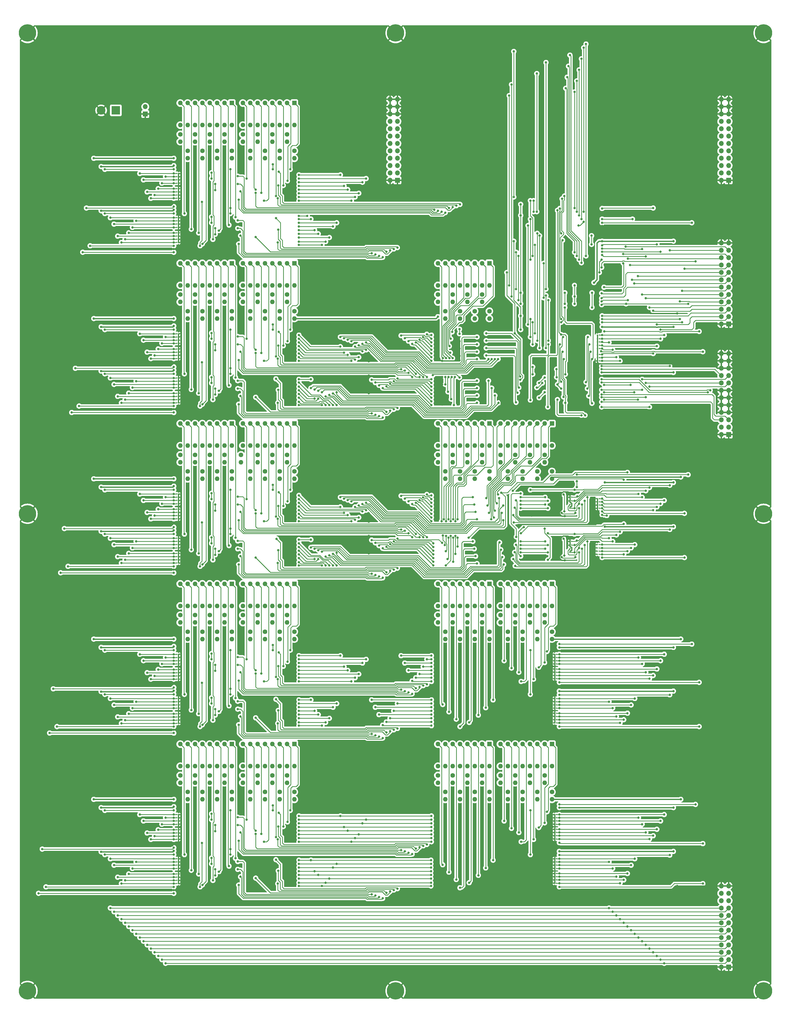
<source format=gbr>
%TF.GenerationSoftware,KiCad,Pcbnew,6.0.10-86aedd382b~118~ubuntu20.04.1*%
%TF.CreationDate,2022-12-19T16:19:31+01:00*%
%TF.ProjectId,px16_regfile,70783136-5f72-4656-9766-696c652e6b69,2*%
%TF.SameCoordinates,Original*%
%TF.FileFunction,Copper,L2,Bot*%
%TF.FilePolarity,Positive*%
%FSLAX46Y46*%
G04 Gerber Fmt 4.6, Leading zero omitted, Abs format (unit mm)*
G04 Created by KiCad (PCBNEW 6.0.10-86aedd382b~118~ubuntu20.04.1) date 2022-12-19 16:19:31*
%MOMM*%
%LPD*%
G01*
G04 APERTURE LIST*
G04 Aperture macros list*
%AMRoundRect*
0 Rectangle with rounded corners*
0 $1 Rounding radius*
0 $2 $3 $4 $5 $6 $7 $8 $9 X,Y pos of 4 corners*
0 Add a 4 corners polygon primitive as box body*
4,1,4,$2,$3,$4,$5,$6,$7,$8,$9,$2,$3,0*
0 Add four circle primitives for the rounded corners*
1,1,$1+$1,$2,$3*
1,1,$1+$1,$4,$5*
1,1,$1+$1,$6,$7*
1,1,$1+$1,$8,$9*
0 Add four rect primitives between the rounded corners*
20,1,$1+$1,$2,$3,$4,$5,0*
20,1,$1+$1,$4,$5,$6,$7,0*
20,1,$1+$1,$6,$7,$8,$9,0*
20,1,$1+$1,$8,$9,$2,$3,0*%
G04 Aperture macros list end*
%TA.AperFunction,ComponentPad*%
%ADD10R,1.600000X1.600000*%
%TD*%
%TA.AperFunction,ComponentPad*%
%ADD11O,1.600000X1.600000*%
%TD*%
%TA.AperFunction,ComponentPad*%
%ADD12C,1.600000*%
%TD*%
%TA.AperFunction,ComponentPad*%
%ADD13C,6.000000*%
%TD*%
%TA.AperFunction,ComponentPad*%
%ADD14R,1.700000X1.700000*%
%TD*%
%TA.AperFunction,ComponentPad*%
%ADD15O,1.700000X1.700000*%
%TD*%
%TA.AperFunction,ComponentPad*%
%ADD16R,3.000000X3.000000*%
%TD*%
%TA.AperFunction,ComponentPad*%
%ADD17C,3.000000*%
%TD*%
%TA.AperFunction,SMDPad,CuDef*%
%ADD18RoundRect,0.100000X-0.130000X-0.100000X0.130000X-0.100000X0.130000X0.100000X-0.130000X0.100000X0*%
%TD*%
%TA.AperFunction,SMDPad,CuDef*%
%ADD19RoundRect,0.100000X0.130000X0.100000X-0.130000X0.100000X-0.130000X-0.100000X0.130000X-0.100000X0*%
%TD*%
%TA.AperFunction,ViaPad*%
%ADD20C,0.800000*%
%TD*%
%TA.AperFunction,Conductor*%
%ADD21C,0.250000*%
%TD*%
%TA.AperFunction,Conductor*%
%ADD22C,0.400000*%
%TD*%
G04 APERTURE END LIST*
D10*
%TO.P,D9,1,A*%
%TO.N,/STQ0*%
X126365000Y-274955000D03*
D11*
%TO.P,D9,2,A*%
%TO.N,/STQ1*%
X123825000Y-274955000D03*
%TO.P,D9,3,A*%
%TO.N,/STQ2*%
X121285000Y-274955000D03*
%TO.P,D9,4,A*%
%TO.N,/STQ3*%
X118745000Y-274955000D03*
%TO.P,D9,5,A*%
%TO.N,/STQ4*%
X116205000Y-274955000D03*
%TO.P,D9,6,A*%
%TO.N,/STQ5*%
X113665000Y-274955000D03*
%TO.P,D9,7,A*%
%TO.N,/STQ6*%
X111125000Y-274955000D03*
%TO.P,D9,8,A*%
%TO.N,/STQ7*%
X108585000Y-274955000D03*
%TO.P,D9,9,K*%
%TO.N,Net-(D9-Pad9)*%
X108585000Y-282575000D03*
%TO.P,D9,10,K*%
%TO.N,Net-(D9-Pad10)*%
X111125000Y-282575000D03*
%TO.P,D9,11,K*%
%TO.N,Net-(D9-Pad11)*%
X113665000Y-282575000D03*
%TO.P,D9,12,K*%
%TO.N,Net-(D9-Pad12)*%
X116205000Y-282575000D03*
%TO.P,D9,13,K*%
%TO.N,Net-(D9-Pad13)*%
X118745000Y-282575000D03*
%TO.P,D9,14,K*%
%TO.N,Net-(D9-Pad14)*%
X121285000Y-282575000D03*
%TO.P,D9,15,K*%
%TO.N,Net-(D9-Pad15)*%
X123825000Y-282575000D03*
%TO.P,D9,16,K*%
%TO.N,Net-(D9-Pad16)*%
X126365000Y-282575000D03*
%TD*%
D12*
%TO.P,R19,1*%
%TO.N,Net-(D3-Pad11)*%
X113665000Y-120015000D03*
D11*
%TO.P,R19,2*%
%TO.N,/LED_GND*%
X113665000Y-122555000D03*
%TD*%
D12*
%TO.P,R38,1*%
%TO.N,Net-(D5-Pad14)*%
X121285000Y-180975000D03*
D11*
%TO.P,R38,2*%
%TO.N,/LED_GND*%
X121285000Y-183515000D03*
%TD*%
D12*
%TO.P,R75,1*%
%TO.N,Net-(D10-Pad11)*%
X92075000Y-285750000D03*
D11*
%TO.P,R75,2*%
%TO.N,/LED_GND*%
X92075000Y-288290000D03*
%TD*%
D12*
%TO.P,R33,1*%
%TO.N,Net-(D5-Pad9)*%
X107950000Y-175260000D03*
D11*
%TO.P,R33,2*%
%TO.N,/LED_GND*%
X107950000Y-177800000D03*
%TD*%
D12*
%TO.P,R17,1*%
%TO.N,Net-(D3-Pad9)*%
X108585000Y-120015000D03*
D11*
%TO.P,R17,2*%
%TO.N,/LED_GND*%
X108585000Y-122555000D03*
%TD*%
D12*
%TO.P,R90,1*%
%TO.N,Net-(D12-Pad10)*%
X178435000Y-180975000D03*
D11*
%TO.P,R90,2*%
%TO.N,/LED_GND*%
X178435000Y-183515000D03*
%TD*%
D12*
%TO.P,R97,1*%
%TO.N,Net-(D17-Pad9)*%
X175895000Y-120015000D03*
D11*
%TO.P,R97,2*%
%TO.N,/LED_GND*%
X175895000Y-122555000D03*
%TD*%
D12*
%TO.P,R82,1*%
%TO.N,Net-(D11-Pad10)*%
X200025000Y-180975000D03*
D11*
%TO.P,R82,2*%
%TO.N,/LED_GND*%
X200025000Y-183515000D03*
%TD*%
D12*
%TO.P,R11,1*%
%TO.N,Net-(D2-Pad11)*%
X92075000Y-64770000D03*
D11*
%TO.P,R11,2*%
%TO.N,/LED_GND*%
X92075000Y-67310000D03*
%TD*%
D12*
%TO.P,R94,1*%
%TO.N,Net-(D12-Pad14)*%
X188595000Y-180975000D03*
D11*
%TO.P,R94,2*%
%TO.N,/LED_GND*%
X188595000Y-183515000D03*
%TD*%
D12*
%TO.P,R135,1*%
%TO.N,Net-(D16-Pad16)*%
X193675000Y-291465000D03*
D11*
%TO.P,R135,2*%
%TO.N,/LED_GND*%
X193675000Y-294005000D03*
%TD*%
D12*
%TO.P,R109,1*%
%TO.N,Net-(D13-Pad14)*%
X210185000Y-236220000D03*
D11*
%TO.P,R109,2*%
%TO.N,/LED_GND*%
X210185000Y-238760000D03*
%TD*%
D12*
%TO.P,R113,1*%
%TO.N,Net-(D14-Pad10)*%
X178435000Y-236220000D03*
D11*
%TO.P,R113,2*%
%TO.N,/LED_GND*%
X178435000Y-238760000D03*
%TD*%
D12*
%TO.P,R21,1*%
%TO.N,Net-(D3-Pad13)*%
X118745000Y-120015000D03*
D11*
%TO.P,R21,2*%
%TO.N,/LED_GND*%
X118745000Y-122555000D03*
%TD*%
D12*
%TO.P,R84,1*%
%TO.N,Net-(D11-Pad12)*%
X205105000Y-180975000D03*
D11*
%TO.P,R84,2*%
%TO.N,/LED_GND*%
X205105000Y-183515000D03*
%TD*%
D12*
%TO.P,R48,1*%
%TO.N,Net-(D6-Pad16)*%
X104775000Y-180975000D03*
D11*
%TO.P,R48,2*%
%TO.N,/LED_GND*%
X104775000Y-183515000D03*
%TD*%
D12*
%TO.P,R62,1*%
%TO.N,Net-(D8-Pad14)*%
X99695000Y-236220000D03*
D11*
%TO.P,R62,2*%
%TO.N,/LED_GND*%
X99695000Y-238760000D03*
%TD*%
D12*
%TO.P,R24,1*%
%TO.N,Net-(D3-Pad16)*%
X126365000Y-125730000D03*
D11*
%TO.P,R24,2*%
%TO.N,/LED_GND*%
X126365000Y-128270000D03*
%TD*%
D12*
%TO.P,R103,1*%
%TO.N,Net-(D17-Pad15)*%
X191135000Y-120015000D03*
D11*
%TO.P,R103,2*%
%TO.N,/LED_GND*%
X191135000Y-122555000D03*
%TD*%
D12*
%TO.P,R69,1*%
%TO.N,Net-(D9-Pad13)*%
X118745000Y-285750000D03*
D11*
%TO.P,R69,2*%
%TO.N,/LED_GND*%
X118745000Y-288290000D03*
%TD*%
D12*
%TO.P,R2,1*%
%TO.N,Net-(D1-Pad10)*%
X111125000Y-70485000D03*
D11*
%TO.P,R2,2*%
%TO.N,/LED_GND*%
X111125000Y-73025000D03*
%TD*%
D10*
%TO.P,D6,1,A*%
%TO.N,/R2Q8*%
X104775000Y-164465000D03*
D11*
%TO.P,D6,2,A*%
%TO.N,/R2Q9*%
X102235000Y-164465000D03*
%TO.P,D6,3,A*%
%TO.N,/R2Q10*%
X99695000Y-164465000D03*
%TO.P,D6,4,A*%
%TO.N,/R2Q11*%
X97155000Y-164465000D03*
%TO.P,D6,5,A*%
%TO.N,/R2Q12*%
X94615000Y-164465000D03*
%TO.P,D6,6,A*%
%TO.N,/R2Q13*%
X92075000Y-164465000D03*
%TO.P,D6,7,A*%
%TO.N,/R2Q14*%
X89535000Y-164465000D03*
%TO.P,D6,8,A*%
%TO.N,/R2Q15*%
X86995000Y-164465000D03*
%TO.P,D6,9,K*%
%TO.N,Net-(D6-Pad9)*%
X86995000Y-172085000D03*
%TO.P,D6,10,K*%
%TO.N,Net-(D6-Pad10)*%
X89535000Y-172085000D03*
%TO.P,D6,11,K*%
%TO.N,Net-(D6-Pad11)*%
X92075000Y-172085000D03*
%TO.P,D6,12,K*%
%TO.N,Net-(D6-Pad12)*%
X94615000Y-172085000D03*
%TO.P,D6,13,K*%
%TO.N,Net-(D6-Pad13)*%
X97155000Y-172085000D03*
%TO.P,D6,14,K*%
%TO.N,Net-(D6-Pad14)*%
X99695000Y-172085000D03*
%TO.P,D6,15,K*%
%TO.N,Net-(D6-Pad15)*%
X102235000Y-172085000D03*
%TO.P,D6,16,K*%
%TO.N,Net-(D6-Pad16)*%
X104775000Y-172085000D03*
%TD*%
D12*
%TO.P,R36,1*%
%TO.N,Net-(D5-Pad12)*%
X116205000Y-180975000D03*
D11*
%TO.P,R36,2*%
%TO.N,/LED_GND*%
X116205000Y-183515000D03*
%TD*%
D12*
%TO.P,R120,1*%
%TO.N,Net-(D15-Pad9)*%
X197485000Y-285750000D03*
D11*
%TO.P,R120,2*%
%TO.N,/LED_GND*%
X197485000Y-288290000D03*
%TD*%
D12*
%TO.P,R15,1*%
%TO.N,Net-(D2-Pad15)*%
X102235000Y-64770000D03*
D11*
%TO.P,R15,2*%
%TO.N,/LED_GND*%
X102235000Y-67310000D03*
%TD*%
D12*
%TO.P,R44,1*%
%TO.N,Net-(D6-Pad12)*%
X94615000Y-180975000D03*
D11*
%TO.P,R44,2*%
%TO.N,/LED_GND*%
X94615000Y-183515000D03*
%TD*%
D12*
%TO.P,R116,1*%
%TO.N,Net-(D14-Pad13)*%
X186055000Y-230505000D03*
D11*
%TO.P,R116,2*%
%TO.N,/LED_GND*%
X186055000Y-233045000D03*
%TD*%
D10*
%TO.P,D5,1,A*%
%TO.N,/R2Q0*%
X126365000Y-164465000D03*
D11*
%TO.P,D5,2,A*%
%TO.N,/R2Q1*%
X123825000Y-164465000D03*
%TO.P,D5,3,A*%
%TO.N,/R2Q2*%
X121285000Y-164465000D03*
%TO.P,D5,4,A*%
%TO.N,/R2Q3*%
X118745000Y-164465000D03*
%TO.P,D5,5,A*%
%TO.N,/R2Q4*%
X116205000Y-164465000D03*
%TO.P,D5,6,A*%
%TO.N,/R2Q5*%
X113665000Y-164465000D03*
%TO.P,D5,7,A*%
%TO.N,/R2Q6*%
X111125000Y-164465000D03*
%TO.P,D5,8,A*%
%TO.N,/R2Q7*%
X108585000Y-164465000D03*
%TO.P,D5,9,K*%
%TO.N,Net-(D5-Pad9)*%
X108585000Y-172085000D03*
%TO.P,D5,10,K*%
%TO.N,Net-(D5-Pad10)*%
X111125000Y-172085000D03*
%TO.P,D5,11,K*%
%TO.N,Net-(D5-Pad11)*%
X113665000Y-172085000D03*
%TO.P,D5,12,K*%
%TO.N,Net-(D5-Pad12)*%
X116205000Y-172085000D03*
%TO.P,D5,13,K*%
%TO.N,Net-(D5-Pad13)*%
X118745000Y-172085000D03*
%TO.P,D5,14,K*%
%TO.N,Net-(D5-Pad14)*%
X121285000Y-172085000D03*
%TO.P,D5,15,K*%
%TO.N,Net-(D5-Pad15)*%
X123825000Y-172085000D03*
%TO.P,D5,16,K*%
%TO.N,Net-(D5-Pad16)*%
X126365000Y-172085000D03*
%TD*%
D12*
%TO.P,R9,1*%
%TO.N,Net-(D2-Pad9)*%
X86995000Y-64770000D03*
D11*
%TO.P,R9,2*%
%TO.N,/LED_GND*%
X86995000Y-67310000D03*
%TD*%
D12*
%TO.P,R42,1*%
%TO.N,Net-(D6-Pad10)*%
X89535000Y-180975000D03*
D11*
%TO.P,R42,2*%
%TO.N,/LED_GND*%
X89535000Y-183515000D03*
%TD*%
D12*
%TO.P,R118,1*%
%TO.N,Net-(D14-Pad15)*%
X191135000Y-230505000D03*
D11*
%TO.P,R118,2*%
%TO.N,/LED_GND*%
X191135000Y-233045000D03*
%TD*%
D12*
%TO.P,R91,1*%
%TO.N,Net-(D12-Pad11)*%
X180975000Y-175260000D03*
D11*
%TO.P,R91,2*%
%TO.N,/LED_GND*%
X180975000Y-177800000D03*
%TD*%
D12*
%TO.P,R8,1*%
%TO.N,Net-(D1-Pad16)*%
X126365000Y-70485000D03*
D11*
%TO.P,R8,2*%
%TO.N,/LED_GND*%
X126365000Y-73025000D03*
%TD*%
D12*
%TO.P,R108,1*%
%TO.N,Net-(D13-Pad13)*%
X207645000Y-230505000D03*
D11*
%TO.P,R108,2*%
%TO.N,/LED_GND*%
X207645000Y-233045000D03*
%TD*%
D12*
%TO.P,R117,1*%
%TO.N,Net-(D14-Pad14)*%
X188595000Y-236220000D03*
D11*
%TO.P,R117,2*%
%TO.N,/LED_GND*%
X188595000Y-238760000D03*
%TD*%
D12*
%TO.P,R61,1*%
%TO.N,Net-(D8-Pad13)*%
X97155000Y-230505000D03*
D11*
%TO.P,R61,2*%
%TO.N,/LED_GND*%
X97155000Y-233045000D03*
%TD*%
D13*
%TO.P,H3,1,1*%
%TO.N,GND*%
X288290000Y-29845000D03*
%TD*%
D12*
%TO.P,R52,1*%
%TO.N,Net-(D7-Pad12)*%
X116205000Y-236220000D03*
D11*
%TO.P,R52,2*%
%TO.N,/LED_GND*%
X116205000Y-238760000D03*
%TD*%
D12*
%TO.P,R49,1*%
%TO.N,Net-(D7-Pad9)*%
X108585000Y-230505000D03*
D11*
%TO.P,R49,2*%
%TO.N,/LED_GND*%
X108585000Y-233045000D03*
%TD*%
D12*
%TO.P,R128,1*%
%TO.N,Net-(D16-Pad9)*%
X175895000Y-285750000D03*
D11*
%TO.P,R128,2*%
%TO.N,/LED_GND*%
X175895000Y-288290000D03*
%TD*%
D12*
%TO.P,R16,1*%
%TO.N,Net-(D2-Pad16)*%
X104775000Y-70485000D03*
D11*
%TO.P,R16,2*%
%TO.N,/LED_GND*%
X104775000Y-73025000D03*
%TD*%
D12*
%TO.P,R58,1*%
%TO.N,Net-(D8-Pad10)*%
X89535000Y-236220000D03*
D11*
%TO.P,R58,2*%
%TO.N,/LED_GND*%
X89535000Y-238760000D03*
%TD*%
D12*
%TO.P,R80,1*%
%TO.N,Net-(D10-Pad16)*%
X104775000Y-291465000D03*
D11*
%TO.P,R80,2*%
%TO.N,/LED_GND*%
X104775000Y-294005000D03*
%TD*%
D12*
%TO.P,R1,1*%
%TO.N,Net-(D1-Pad9)*%
X108585000Y-64770000D03*
D11*
%TO.P,R1,2*%
%TO.N,/LED_GND*%
X108585000Y-67310000D03*
%TD*%
D12*
%TO.P,R28,1*%
%TO.N,Net-(D4-Pad12)*%
X94615000Y-125730000D03*
D11*
%TO.P,R28,2*%
%TO.N,/LED_GND*%
X94615000Y-128270000D03*
%TD*%
D10*
%TO.P,D13,1,A*%
%TO.N,/ImmQa0*%
X215265000Y-219710000D03*
D11*
%TO.P,D13,2,A*%
%TO.N,/ImmQa1*%
X212725000Y-219710000D03*
%TO.P,D13,3,A*%
%TO.N,/ImmQa2*%
X210185000Y-219710000D03*
%TO.P,D13,4,A*%
%TO.N,/ImmQa3*%
X207645000Y-219710000D03*
%TO.P,D13,5,A*%
%TO.N,/ImmQa4*%
X205105000Y-219710000D03*
%TO.P,D13,6,A*%
%TO.N,/ImmQa5*%
X202565000Y-219710000D03*
%TO.P,D13,7,A*%
%TO.N,/ImmQa6*%
X200025000Y-219710000D03*
%TO.P,D13,8,A*%
%TO.N,/ImmQa7*%
X197485000Y-219710000D03*
%TO.P,D13,9,K*%
%TO.N,Net-(D13-Pad9)*%
X197485000Y-227330000D03*
%TO.P,D13,10,K*%
%TO.N,Net-(D13-Pad10)*%
X200025000Y-227330000D03*
%TO.P,D13,11,K*%
%TO.N,Net-(D13-Pad11)*%
X202565000Y-227330000D03*
%TO.P,D13,12,K*%
%TO.N,Net-(D13-Pad12)*%
X205105000Y-227330000D03*
%TO.P,D13,13,K*%
%TO.N,Net-(D13-Pad13)*%
X207645000Y-227330000D03*
%TO.P,D13,14,K*%
%TO.N,Net-(D13-Pad14)*%
X210185000Y-227330000D03*
%TO.P,D13,15,K*%
%TO.N,Net-(D13-Pad15)*%
X212725000Y-227330000D03*
%TO.P,D13,16,K*%
%TO.N,Net-(D13-Pad16)*%
X215265000Y-227330000D03*
%TD*%
D10*
%TO.P,D11,1,A*%
%TO.N,/PCQ0*%
X215265000Y-164465000D03*
D11*
%TO.P,D11,2,A*%
%TO.N,/PCQ1*%
X212725000Y-164465000D03*
%TO.P,D11,3,A*%
%TO.N,/PCQ2*%
X210185000Y-164465000D03*
%TO.P,D11,4,A*%
%TO.N,/PCQ3*%
X207645000Y-164465000D03*
%TO.P,D11,5,A*%
%TO.N,/PCQ4*%
X205105000Y-164465000D03*
%TO.P,D11,6,A*%
%TO.N,/PCQ5*%
X202565000Y-164465000D03*
%TO.P,D11,7,A*%
%TO.N,/PCQ6*%
X200025000Y-164465000D03*
%TO.P,D11,8,A*%
%TO.N,/PCQ7*%
X197485000Y-164465000D03*
%TO.P,D11,9,K*%
%TO.N,Net-(D11-Pad9)*%
X197485000Y-172085000D03*
%TO.P,D11,10,K*%
%TO.N,Net-(D11-Pad10)*%
X200025000Y-172085000D03*
%TO.P,D11,11,K*%
%TO.N,Net-(D11-Pad11)*%
X202565000Y-172085000D03*
%TO.P,D11,12,K*%
%TO.N,Net-(D11-Pad12)*%
X205105000Y-172085000D03*
%TO.P,D11,13,K*%
%TO.N,Net-(D11-Pad13)*%
X207645000Y-172085000D03*
%TO.P,D11,14,K*%
%TO.N,Net-(D11-Pad14)*%
X210185000Y-172085000D03*
%TO.P,D11,15,K*%
%TO.N,Net-(D11-Pad15)*%
X212725000Y-172085000D03*
%TO.P,D11,16,K*%
%TO.N,Net-(D11-Pad16)*%
X215265000Y-172085000D03*
%TD*%
D12*
%TO.P,R106,1*%
%TO.N,Net-(D13-Pad11)*%
X202565000Y-230505000D03*
D11*
%TO.P,R106,2*%
%TO.N,/LED_GND*%
X202565000Y-233045000D03*
%TD*%
D12*
%TO.P,R29,1*%
%TO.N,Net-(D4-Pad13)*%
X97155000Y-120015000D03*
D11*
%TO.P,R29,2*%
%TO.N,/LED_GND*%
X97155000Y-122555000D03*
%TD*%
D12*
%TO.P,R130,1*%
%TO.N,Net-(D16-Pad11)*%
X180975000Y-285750000D03*
D11*
%TO.P,R130,2*%
%TO.N,/LED_GND*%
X180975000Y-288290000D03*
%TD*%
D12*
%TO.P,R121,1*%
%TO.N,Net-(D15-Pad10)*%
X200025000Y-291465000D03*
D11*
%TO.P,R121,2*%
%TO.N,/LED_GND*%
X200025000Y-294005000D03*
%TD*%
D12*
%TO.P,R71,1*%
%TO.N,Net-(D9-Pad15)*%
X123825000Y-285750000D03*
D11*
%TO.P,R71,2*%
%TO.N,/LED_GND*%
X123825000Y-288290000D03*
%TD*%
D12*
%TO.P,R134,1*%
%TO.N,Net-(D16-Pad15)*%
X191135000Y-285750000D03*
D11*
%TO.P,R134,2*%
%TO.N,/LED_GND*%
X191135000Y-288290000D03*
%TD*%
D12*
%TO.P,R25,1*%
%TO.N,Net-(D4-Pad9)*%
X86995000Y-120015000D03*
D11*
%TO.P,R25,2*%
%TO.N,/LED_GND*%
X86995000Y-122555000D03*
%TD*%
D13*
%TO.P,H2,1,1*%
%TO.N,GND*%
X161290000Y-29845000D03*
%TD*%
D12*
%TO.P,R22,1*%
%TO.N,Net-(D3-Pad14)*%
X121285000Y-125730000D03*
D11*
%TO.P,R22,2*%
%TO.N,/LED_GND*%
X121285000Y-128270000D03*
%TD*%
D12*
%TO.P,R89,1*%
%TO.N,Net-(D12-Pad9)*%
X175895000Y-175260000D03*
D11*
%TO.P,R89,2*%
%TO.N,/LED_GND*%
X175895000Y-177800000D03*
%TD*%
D12*
%TO.P,R59,1*%
%TO.N,Net-(D8-Pad11)*%
X92075000Y-230505000D03*
D11*
%TO.P,R59,2*%
%TO.N,/LED_GND*%
X92075000Y-233045000D03*
%TD*%
D13*
%TO.P,H1,1,1*%
%TO.N,GND*%
X34290000Y-29845000D03*
%TD*%
D12*
%TO.P,R101,1*%
%TO.N,Net-(D17-Pad13)*%
X186055000Y-120015000D03*
D11*
%TO.P,R101,2*%
%TO.N,/LED_GND*%
X186055000Y-122555000D03*
%TD*%
D12*
%TO.P,R72,1*%
%TO.N,Net-(D9-Pad16)*%
X126365000Y-291465000D03*
D11*
%TO.P,R72,2*%
%TO.N,/LED_GND*%
X126365000Y-294005000D03*
%TD*%
D10*
%TO.P,D3,1,A*%
%TO.N,/R1Q0*%
X126365000Y-109220000D03*
D11*
%TO.P,D3,2,A*%
%TO.N,/R1Q1*%
X123825000Y-109220000D03*
%TO.P,D3,3,A*%
%TO.N,/R1Q2*%
X121285000Y-109220000D03*
%TO.P,D3,4,A*%
%TO.N,/R1Q3*%
X118745000Y-109220000D03*
%TO.P,D3,5,A*%
%TO.N,/R1Q4*%
X116205000Y-109220000D03*
%TO.P,D3,6,A*%
%TO.N,/R1Q5*%
X113665000Y-109220000D03*
%TO.P,D3,7,A*%
%TO.N,/R1Q6*%
X111125000Y-109220000D03*
%TO.P,D3,8,A*%
%TO.N,/R1Q7*%
X108585000Y-109220000D03*
%TO.P,D3,9,K*%
%TO.N,Net-(D3-Pad9)*%
X108585000Y-116840000D03*
%TO.P,D3,10,K*%
%TO.N,Net-(D3-Pad10)*%
X111125000Y-116840000D03*
%TO.P,D3,11,K*%
%TO.N,Net-(D3-Pad11)*%
X113665000Y-116840000D03*
%TO.P,D3,12,K*%
%TO.N,Net-(D3-Pad12)*%
X116205000Y-116840000D03*
%TO.P,D3,13,K*%
%TO.N,Net-(D3-Pad13)*%
X118745000Y-116840000D03*
%TO.P,D3,14,K*%
%TO.N,Net-(D3-Pad14)*%
X121285000Y-116840000D03*
%TO.P,D3,15,K*%
%TO.N,Net-(D3-Pad15)*%
X123825000Y-116840000D03*
%TO.P,D3,16,K*%
%TO.N,Net-(D3-Pad16)*%
X126365000Y-116840000D03*
%TD*%
D12*
%TO.P,R57,1*%
%TO.N,Net-(D8-Pad9)*%
X86995000Y-230505000D03*
D11*
%TO.P,R57,2*%
%TO.N,/LED_GND*%
X86995000Y-233045000D03*
%TD*%
D12*
%TO.P,R88,1*%
%TO.N,Net-(D11-Pad16)*%
X215265000Y-180975000D03*
D11*
%TO.P,R88,2*%
%TO.N,/LED_GND*%
X215265000Y-183515000D03*
%TD*%
D12*
%TO.P,R6,1*%
%TO.N,Net-(D1-Pad14)*%
X121285000Y-70485000D03*
D11*
%TO.P,R6,2*%
%TO.N,/LED_GND*%
X121285000Y-73025000D03*
%TD*%
D12*
%TO.P,R114,1*%
%TO.N,Net-(D14-Pad11)*%
X180975000Y-230505000D03*
D11*
%TO.P,R114,2*%
%TO.N,/LED_GND*%
X180975000Y-233045000D03*
%TD*%
D10*
%TO.P,D2,1,A*%
%TO.N,/R0Q8*%
X104775000Y-53975000D03*
D11*
%TO.P,D2,2,A*%
%TO.N,/R0Q9*%
X102235000Y-53975000D03*
%TO.P,D2,3,A*%
%TO.N,/R0Q10*%
X99695000Y-53975000D03*
%TO.P,D2,4,A*%
%TO.N,/R0Q11*%
X97155000Y-53975000D03*
%TO.P,D2,5,A*%
%TO.N,/R0Q12*%
X94615000Y-53975000D03*
%TO.P,D2,6,A*%
%TO.N,/R0Q13*%
X92075000Y-53975000D03*
%TO.P,D2,7,A*%
%TO.N,/R0Q14*%
X89535000Y-53975000D03*
%TO.P,D2,8,A*%
%TO.N,/R0Q15*%
X86995000Y-53975000D03*
%TO.P,D2,9,K*%
%TO.N,Net-(D2-Pad9)*%
X86995000Y-61595000D03*
%TO.P,D2,10,K*%
%TO.N,Net-(D2-Pad10)*%
X89535000Y-61595000D03*
%TO.P,D2,11,K*%
%TO.N,Net-(D2-Pad11)*%
X92075000Y-61595000D03*
%TO.P,D2,12,K*%
%TO.N,Net-(D2-Pad12)*%
X94615000Y-61595000D03*
%TO.P,D2,13,K*%
%TO.N,Net-(D2-Pad13)*%
X97155000Y-61595000D03*
%TO.P,D2,14,K*%
%TO.N,Net-(D2-Pad14)*%
X99695000Y-61595000D03*
%TO.P,D2,15,K*%
%TO.N,Net-(D2-Pad15)*%
X102235000Y-61595000D03*
%TO.P,D2,16,K*%
%TO.N,Net-(D2-Pad16)*%
X104775000Y-61595000D03*
%TD*%
D14*
%TO.P,J6,1,Pin_1*%
%TO.N,GND*%
X276225000Y-168275000D03*
D15*
%TO.P,J6,2,Pin_2*%
X273685000Y-168275000D03*
%TO.P,J6,3,Pin_3*%
%TO.N,/QNMI*%
X276225000Y-165735000D03*
%TO.P,J6,4,Pin_4*%
%TO.N,/QIRQ*%
X273685000Y-165735000D03*
%TO.P,J6,5,Pin_5*%
%TO.N,/QIntSw*%
X276225000Y-163195000D03*
%TO.P,J6,6,Pin_6*%
%TO.N,/QIntProg*%
X273685000Y-163195000D03*
%TO.P,J6,7,Pin_7*%
%TO.N,GND*%
X276225000Y-160655000D03*
%TO.P,J6,8,Pin_8*%
X273685000Y-160655000D03*
%TO.P,J6,9,Pin_9*%
X276225000Y-158115000D03*
%TO.P,J6,10,Pin_10*%
X273685000Y-158115000D03*
%TO.P,J6,11,Pin_11*%
X276225000Y-155575000D03*
%TO.P,J6,12,Pin_12*%
X273685000Y-155575000D03*
%TO.P,J6,13,Pin_13*%
X276225000Y-153035000D03*
%TO.P,J6,14,Pin_14*%
X273685000Y-153035000D03*
%TO.P,J6,15,Pin_15*%
%TO.N,/QExFl*%
X276225000Y-150495000D03*
%TO.P,J6,16,Pin_16*%
%TO.N,/QZero*%
X273685000Y-150495000D03*
%TO.P,J6,17,Pin_17*%
%TO.N,/QUCout*%
X276225000Y-147955000D03*
%TO.P,J6,18,Pin_18*%
%TO.N,/QSCout*%
X273685000Y-147955000D03*
%TO.P,J6,19,Pin_19*%
%TO.N,GND*%
X276225000Y-145415000D03*
%TO.P,J6,20,Pin_20*%
X273685000Y-145415000D03*
%TO.P,J6,21,Pin_21*%
X276225000Y-142875000D03*
%TO.P,J6,22,Pin_22*%
X273685000Y-142875000D03*
%TO.P,J6,23,Pin_23*%
X276225000Y-140335000D03*
%TO.P,J6,24,Pin_24*%
X273685000Y-140335000D03*
%TD*%
D12*
%TO.P,R105,1*%
%TO.N,Net-(D13-Pad10)*%
X200025000Y-236220000D03*
D11*
%TO.P,R105,2*%
%TO.N,/LED_GND*%
X200025000Y-238760000D03*
%TD*%
D13*
%TO.P,H8,1,1*%
%TO.N,GND*%
X34290000Y-195580000D03*
%TD*%
D12*
%TO.P,R78,1*%
%TO.N,Net-(D10-Pad14)*%
X99695000Y-291465000D03*
D11*
%TO.P,R78,2*%
%TO.N,/LED_GND*%
X99695000Y-294005000D03*
%TD*%
D12*
%TO.P,R3,1*%
%TO.N,Net-(D1-Pad11)*%
X113665000Y-64770000D03*
D11*
%TO.P,R3,2*%
%TO.N,/LED_GND*%
X113665000Y-67310000D03*
%TD*%
D13*
%TO.P,H6,1,1*%
%TO.N,GND*%
X161290000Y-360045000D03*
%TD*%
D12*
%TO.P,R87,1*%
%TO.N,Net-(D11-Pad15)*%
X212725000Y-175260000D03*
D11*
%TO.P,R87,2*%
%TO.N,/LED_GND*%
X212725000Y-177800000D03*
%TD*%
D14*
%TO.P,J2,1,Pin_1*%
%TO.N,GND*%
X276225000Y-80645000D03*
D15*
%TO.P,J2,2,Pin_2*%
X273685000Y-80645000D03*
%TO.P,J2,3,Pin_3*%
%TO.N,/PbA0*%
X276225000Y-78105000D03*
%TO.P,J2,4,Pin_4*%
%TO.N,/PbA1*%
X273685000Y-78105000D03*
%TO.P,J2,5,Pin_5*%
%TO.N,/PbA2*%
X276225000Y-75565000D03*
%TO.P,J2,6,Pin_6*%
%TO.N,/PbA3*%
X273685000Y-75565000D03*
%TO.P,J2,7,Pin_7*%
%TO.N,/PbA4*%
X276225000Y-73025000D03*
%TO.P,J2,8,Pin_8*%
%TO.N,/PbA5*%
X273685000Y-73025000D03*
%TO.P,J2,9,Pin_9*%
%TO.N,/PbA6*%
X276225000Y-70485000D03*
%TO.P,J2,10,Pin_10*%
%TO.N,/PbA7*%
X273685000Y-70485000D03*
%TO.P,J2,11,Pin_11*%
%TO.N,/PbA8*%
X276225000Y-67945000D03*
%TO.P,J2,12,Pin_12*%
%TO.N,/PbA9*%
X273685000Y-67945000D03*
%TO.P,J2,13,Pin_13*%
%TO.N,/PbA10*%
X276225000Y-65405000D03*
%TO.P,J2,14,Pin_14*%
%TO.N,/PbA11*%
X273685000Y-65405000D03*
%TO.P,J2,15,Pin_15*%
%TO.N,/PbA12*%
X276225000Y-62865000D03*
%TO.P,J2,16,Pin_16*%
%TO.N,/PbA13*%
X273685000Y-62865000D03*
%TO.P,J2,17,Pin_17*%
%TO.N,/PbA14*%
X276225000Y-60325000D03*
%TO.P,J2,18,Pin_18*%
%TO.N,/PbA15*%
X273685000Y-60325000D03*
%TO.P,J2,19,Pin_19*%
%TO.N,GND*%
X276225000Y-57785000D03*
%TO.P,J2,20,Pin_20*%
X273685000Y-57785000D03*
%TO.P,J2,21,Pin_21*%
X276225000Y-55245000D03*
%TO.P,J2,22,Pin_22*%
X273685000Y-55245000D03*
%TO.P,J2,23,Pin_23*%
X276225000Y-52705000D03*
%TO.P,J2,24,Pin_24*%
X273685000Y-52705000D03*
%TD*%
D12*
%TO.P,R37,1*%
%TO.N,Net-(D5-Pad13)*%
X118745000Y-175260000D03*
D11*
%TO.P,R37,2*%
%TO.N,/LED_GND*%
X118745000Y-177800000D03*
%TD*%
D12*
%TO.P,R18,1*%
%TO.N,Net-(D3-Pad10)*%
X111125000Y-125730000D03*
D11*
%TO.P,R18,2*%
%TO.N,/LED_GND*%
X111125000Y-128270000D03*
%TD*%
D12*
%TO.P,R124,1*%
%TO.N,Net-(D15-Pad13)*%
X207645000Y-285750000D03*
D11*
%TO.P,R124,2*%
%TO.N,/LED_GND*%
X207645000Y-288290000D03*
%TD*%
D12*
%TO.P,R32,1*%
%TO.N,Net-(D4-Pad16)*%
X104775000Y-125730000D03*
D11*
%TO.P,R32,2*%
%TO.N,/LED_GND*%
X104775000Y-128270000D03*
%TD*%
D12*
%TO.P,R40,1*%
%TO.N,Net-(D5-Pad16)*%
X126365000Y-180975000D03*
D11*
%TO.P,R40,2*%
%TO.N,/LED_GND*%
X126365000Y-183515000D03*
%TD*%
D12*
%TO.P,R55,1*%
%TO.N,Net-(D7-Pad15)*%
X123825000Y-230505000D03*
D11*
%TO.P,R55,2*%
%TO.N,/LED_GND*%
X123825000Y-233045000D03*
%TD*%
D14*
%TO.P,J7,1,Pin_1*%
%TO.N,GND*%
X74930000Y-57785000D03*
D15*
%TO.P,J7,2,Pin_2*%
%TO.N,/LED_GND*%
X74930000Y-55245000D03*
%TD*%
D12*
%TO.P,R73,1*%
%TO.N,Net-(D10-Pad9)*%
X86995000Y-285750000D03*
D11*
%TO.P,R73,2*%
%TO.N,/LED_GND*%
X86995000Y-288290000D03*
%TD*%
D12*
%TO.P,R70,1*%
%TO.N,Net-(D9-Pad14)*%
X121285000Y-291465000D03*
D11*
%TO.P,R70,2*%
%TO.N,/LED_GND*%
X121285000Y-294005000D03*
%TD*%
D12*
%TO.P,R81,1*%
%TO.N,Net-(D11-Pad9)*%
X197485000Y-175260000D03*
D11*
%TO.P,R81,2*%
%TO.N,/LED_GND*%
X197485000Y-177800000D03*
%TD*%
D10*
%TO.P,D12,1,A*%
%TO.N,/PCQ8*%
X193675000Y-164465000D03*
D11*
%TO.P,D12,2,A*%
%TO.N,/PCQ9*%
X191135000Y-164465000D03*
%TO.P,D12,3,A*%
%TO.N,/PCQ10*%
X188595000Y-164465000D03*
%TO.P,D12,4,A*%
%TO.N,/PCQ11*%
X186055000Y-164465000D03*
%TO.P,D12,5,A*%
%TO.N,/PCQ12*%
X183515000Y-164465000D03*
%TO.P,D12,6,A*%
%TO.N,/PCQ13*%
X180975000Y-164465000D03*
%TO.P,D12,7,A*%
%TO.N,/PCQ14*%
X178435000Y-164465000D03*
%TO.P,D12,8,A*%
%TO.N,/PCQ15*%
X175895000Y-164465000D03*
%TO.P,D12,9,K*%
%TO.N,Net-(D12-Pad9)*%
X175895000Y-172085000D03*
%TO.P,D12,10,K*%
%TO.N,Net-(D12-Pad10)*%
X178435000Y-172085000D03*
%TO.P,D12,11,K*%
%TO.N,Net-(D12-Pad11)*%
X180975000Y-172085000D03*
%TO.P,D12,12,K*%
%TO.N,Net-(D12-Pad12)*%
X183515000Y-172085000D03*
%TO.P,D12,13,K*%
%TO.N,Net-(D12-Pad13)*%
X186055000Y-172085000D03*
%TO.P,D12,14,K*%
%TO.N,Net-(D12-Pad14)*%
X188595000Y-172085000D03*
%TO.P,D12,15,K*%
%TO.N,Net-(D12-Pad15)*%
X191135000Y-172085000D03*
%TO.P,D12,16,K*%
%TO.N,Net-(D12-Pad16)*%
X193675000Y-172085000D03*
%TD*%
D12*
%TO.P,R127,1*%
%TO.N,Net-(D15-Pad16)*%
X215265000Y-291465000D03*
D11*
%TO.P,R127,2*%
%TO.N,/LED_GND*%
X215265000Y-294005000D03*
%TD*%
D12*
%TO.P,R107,1*%
%TO.N,Net-(D13-Pad12)*%
X205105000Y-236220000D03*
D11*
%TO.P,R107,2*%
%TO.N,/LED_GND*%
X205105000Y-238760000D03*
%TD*%
D12*
%TO.P,R60,1*%
%TO.N,Net-(D8-Pad12)*%
X94615000Y-236220000D03*
D11*
%TO.P,R60,2*%
%TO.N,/LED_GND*%
X94615000Y-238760000D03*
%TD*%
D12*
%TO.P,R115,1*%
%TO.N,Net-(D14-Pad12)*%
X183515000Y-236220000D03*
D11*
%TO.P,R115,2*%
%TO.N,/LED_GND*%
X183515000Y-238760000D03*
%TD*%
D12*
%TO.P,R7,1*%
%TO.N,Net-(D1-Pad15)*%
X123825000Y-64770000D03*
D11*
%TO.P,R7,2*%
%TO.N,/LED_GND*%
X123825000Y-67310000D03*
%TD*%
D14*
%TO.P,J3,1,Pin_1*%
%TO.N,GND*%
X161925000Y-80645000D03*
D15*
%TO.P,J3,2,Pin_2*%
X159385000Y-80645000D03*
%TO.P,J3,3,Pin_3*%
%TO.N,/PbB0*%
X161925000Y-78105000D03*
%TO.P,J3,4,Pin_4*%
%TO.N,/PbB1*%
X159385000Y-78105000D03*
%TO.P,J3,5,Pin_5*%
%TO.N,/PbB2*%
X161925000Y-75565000D03*
%TO.P,J3,6,Pin_6*%
%TO.N,/PbB3*%
X159385000Y-75565000D03*
%TO.P,J3,7,Pin_7*%
%TO.N,/PbB4*%
X161925000Y-73025000D03*
%TO.P,J3,8,Pin_8*%
%TO.N,/PbB5*%
X159385000Y-73025000D03*
%TO.P,J3,9,Pin_9*%
%TO.N,/PbB6*%
X161925000Y-70485000D03*
%TO.P,J3,10,Pin_10*%
%TO.N,/PbB7*%
X159385000Y-70485000D03*
%TO.P,J3,11,Pin_11*%
%TO.N,/PbB8*%
X161925000Y-67945000D03*
%TO.P,J3,12,Pin_12*%
%TO.N,/PbB9*%
X159385000Y-67945000D03*
%TO.P,J3,13,Pin_13*%
%TO.N,/PbB10*%
X161925000Y-65405000D03*
%TO.P,J3,14,Pin_14*%
%TO.N,/PbB11*%
X159385000Y-65405000D03*
%TO.P,J3,15,Pin_15*%
%TO.N,/PbB12*%
X161925000Y-62865000D03*
%TO.P,J3,16,Pin_16*%
%TO.N,/PbB13*%
X159385000Y-62865000D03*
%TO.P,J3,17,Pin_17*%
%TO.N,/PbB14*%
X161925000Y-60325000D03*
%TO.P,J3,18,Pin_18*%
%TO.N,/PbB15*%
X159385000Y-60325000D03*
%TO.P,J3,19,Pin_19*%
%TO.N,GND*%
X161925000Y-57785000D03*
%TO.P,J3,20,Pin_20*%
X159385000Y-57785000D03*
%TO.P,J3,21,Pin_21*%
X161925000Y-55245000D03*
%TO.P,J3,22,Pin_22*%
X159385000Y-55245000D03*
%TO.P,J3,23,Pin_23*%
X161925000Y-52705000D03*
%TO.P,J3,24,Pin_24*%
X159385000Y-52705000D03*
%TD*%
D10*
%TO.P,D16,1,A*%
%TO.N,/ImmQb8*%
X193675000Y-274955000D03*
D11*
%TO.P,D16,2,A*%
%TO.N,/ImmQb9*%
X191135000Y-274955000D03*
%TO.P,D16,3,A*%
%TO.N,/ImmQb10*%
X188595000Y-274955000D03*
%TO.P,D16,4,A*%
%TO.N,/ImmQb11*%
X186055000Y-274955000D03*
%TO.P,D16,5,A*%
%TO.N,/ImmQb12*%
X183515000Y-274955000D03*
%TO.P,D16,6,A*%
%TO.N,/ImmQb13*%
X180975000Y-274955000D03*
%TO.P,D16,7,A*%
%TO.N,/ImmQb14*%
X178435000Y-274955000D03*
%TO.P,D16,8,A*%
%TO.N,/ImmQb15*%
X175895000Y-274955000D03*
%TO.P,D16,9,K*%
%TO.N,Net-(D16-Pad9)*%
X175895000Y-282575000D03*
%TO.P,D16,10,K*%
%TO.N,Net-(D16-Pad10)*%
X178435000Y-282575000D03*
%TO.P,D16,11,K*%
%TO.N,Net-(D16-Pad11)*%
X180975000Y-282575000D03*
%TO.P,D16,12,K*%
%TO.N,Net-(D16-Pad12)*%
X183515000Y-282575000D03*
%TO.P,D16,13,K*%
%TO.N,Net-(D16-Pad13)*%
X186055000Y-282575000D03*
%TO.P,D16,14,K*%
%TO.N,Net-(D16-Pad14)*%
X188595000Y-282575000D03*
%TO.P,D16,15,K*%
%TO.N,Net-(D16-Pad15)*%
X191135000Y-282575000D03*
%TO.P,D16,16,K*%
%TO.N,Net-(D16-Pad16)*%
X193675000Y-282575000D03*
%TD*%
D12*
%TO.P,R39,1*%
%TO.N,Net-(D5-Pad15)*%
X123825000Y-175260000D03*
D11*
%TO.P,R39,2*%
%TO.N,/LED_GND*%
X123825000Y-177800000D03*
%TD*%
D12*
%TO.P,R14,1*%
%TO.N,Net-(D2-Pad14)*%
X99695000Y-70485000D03*
D11*
%TO.P,R14,2*%
%TO.N,/LED_GND*%
X99695000Y-73025000D03*
%TD*%
D12*
%TO.P,R131,1*%
%TO.N,Net-(D16-Pad12)*%
X183515000Y-291465000D03*
D11*
%TO.P,R131,2*%
%TO.N,/LED_GND*%
X183515000Y-294005000D03*
%TD*%
D12*
%TO.P,R77,1*%
%TO.N,Net-(D10-Pad13)*%
X97155000Y-285750000D03*
D11*
%TO.P,R77,2*%
%TO.N,/LED_GND*%
X97155000Y-288290000D03*
%TD*%
D10*
%TO.P,D8,1,A*%
%TO.N,/R3Q8*%
X104775000Y-219710000D03*
D11*
%TO.P,D8,2,A*%
%TO.N,/R3Q9*%
X102235000Y-219710000D03*
%TO.P,D8,3,A*%
%TO.N,/R3Q10*%
X99695000Y-219710000D03*
%TO.P,D8,4,A*%
%TO.N,/R3Q11*%
X97155000Y-219710000D03*
%TO.P,D8,5,A*%
%TO.N,/R3Q12*%
X94615000Y-219710000D03*
%TO.P,D8,6,A*%
%TO.N,/R3Q13*%
X92075000Y-219710000D03*
%TO.P,D8,7,A*%
%TO.N,/R3Q14*%
X89535000Y-219710000D03*
%TO.P,D8,8,A*%
%TO.N,/R3Q15*%
X86995000Y-219710000D03*
%TO.P,D8,9,K*%
%TO.N,Net-(D8-Pad9)*%
X86995000Y-227330000D03*
%TO.P,D8,10,K*%
%TO.N,Net-(D8-Pad10)*%
X89535000Y-227330000D03*
%TO.P,D8,11,K*%
%TO.N,Net-(D8-Pad11)*%
X92075000Y-227330000D03*
%TO.P,D8,12,K*%
%TO.N,Net-(D8-Pad12)*%
X94615000Y-227330000D03*
%TO.P,D8,13,K*%
%TO.N,Net-(D8-Pad13)*%
X97155000Y-227330000D03*
%TO.P,D8,14,K*%
%TO.N,Net-(D8-Pad14)*%
X99695000Y-227330000D03*
%TO.P,D8,15,K*%
%TO.N,Net-(D8-Pad15)*%
X102235000Y-227330000D03*
%TO.P,D8,16,K*%
%TO.N,Net-(D8-Pad16)*%
X104775000Y-227330000D03*
%TD*%
D12*
%TO.P,R66,1*%
%TO.N,Net-(D9-Pad10)*%
X111125000Y-291465000D03*
D11*
%TO.P,R66,2*%
%TO.N,/LED_GND*%
X111125000Y-294005000D03*
%TD*%
D12*
%TO.P,R51,1*%
%TO.N,Net-(D7-Pad11)*%
X113665000Y-230505000D03*
D11*
%TO.P,R51,2*%
%TO.N,/LED_GND*%
X113665000Y-233045000D03*
%TD*%
D12*
%TO.P,R76,1*%
%TO.N,Net-(D10-Pad12)*%
X94615000Y-291465000D03*
D11*
%TO.P,R76,2*%
%TO.N,/LED_GND*%
X94615000Y-294005000D03*
%TD*%
D12*
%TO.P,R34,1*%
%TO.N,Net-(D5-Pad10)*%
X111125000Y-180975000D03*
D11*
%TO.P,R34,2*%
%TO.N,/LED_GND*%
X111125000Y-183515000D03*
%TD*%
D10*
%TO.P,D7,1,A*%
%TO.N,/R3Q0*%
X126365000Y-219710000D03*
D11*
%TO.P,D7,2,A*%
%TO.N,/R3Q1*%
X123825000Y-219710000D03*
%TO.P,D7,3,A*%
%TO.N,/R3Q2*%
X121285000Y-219710000D03*
%TO.P,D7,4,A*%
%TO.N,/R3Q3*%
X118745000Y-219710000D03*
%TO.P,D7,5,A*%
%TO.N,/R3Q4*%
X116205000Y-219710000D03*
%TO.P,D7,6,A*%
%TO.N,/R3Q5*%
X113665000Y-219710000D03*
%TO.P,D7,7,A*%
%TO.N,/R3Q6*%
X111125000Y-219710000D03*
%TO.P,D7,8,A*%
%TO.N,/R3Q7*%
X108585000Y-219710000D03*
%TO.P,D7,9,K*%
%TO.N,Net-(D7-Pad9)*%
X108585000Y-227330000D03*
%TO.P,D7,10,K*%
%TO.N,Net-(D7-Pad10)*%
X111125000Y-227330000D03*
%TO.P,D7,11,K*%
%TO.N,Net-(D7-Pad11)*%
X113665000Y-227330000D03*
%TO.P,D7,12,K*%
%TO.N,Net-(D7-Pad12)*%
X116205000Y-227330000D03*
%TO.P,D7,13,K*%
%TO.N,Net-(D7-Pad13)*%
X118745000Y-227330000D03*
%TO.P,D7,14,K*%
%TO.N,Net-(D7-Pad14)*%
X121285000Y-227330000D03*
%TO.P,D7,15,K*%
%TO.N,Net-(D7-Pad15)*%
X123825000Y-227330000D03*
%TO.P,D7,16,K*%
%TO.N,Net-(D7-Pad16)*%
X126365000Y-227330000D03*
%TD*%
D12*
%TO.P,R129,1*%
%TO.N,Net-(D16-Pad10)*%
X178435000Y-291465000D03*
D11*
%TO.P,R129,2*%
%TO.N,/LED_GND*%
X178435000Y-294005000D03*
%TD*%
D12*
%TO.P,R64,1*%
%TO.N,Net-(D8-Pad16)*%
X104775000Y-236220000D03*
D11*
%TO.P,R64,2*%
%TO.N,/LED_GND*%
X104775000Y-238760000D03*
%TD*%
D13*
%TO.P,H5,1,1*%
%TO.N,GND*%
X288290000Y-360045000D03*
%TD*%
%TO.P,H7,1,1*%
%TO.N,GND*%
X34290000Y-360045000D03*
%TD*%
D12*
%TO.P,R30,1*%
%TO.N,Net-(D4-Pad14)*%
X99695000Y-125730000D03*
D11*
%TO.P,R30,2*%
%TO.N,/LED_GND*%
X99695000Y-128270000D03*
%TD*%
D14*
%TO.P,J1,1,Pin_1*%
%TO.N,GND*%
X276225000Y-351790000D03*
D15*
%TO.P,J1,2,Pin_2*%
X273685000Y-351790000D03*
%TO.P,J1,3,Pin_3*%
%TO.N,/Db0*%
X276225000Y-349250000D03*
%TO.P,J1,4,Pin_4*%
%TO.N,/Db1*%
X273685000Y-349250000D03*
%TO.P,J1,5,Pin_5*%
%TO.N,/Db2*%
X276225000Y-346710000D03*
%TO.P,J1,6,Pin_6*%
%TO.N,/Db3*%
X273685000Y-346710000D03*
%TO.P,J1,7,Pin_7*%
%TO.N,/Db4*%
X276225000Y-344170000D03*
%TO.P,J1,8,Pin_8*%
%TO.N,/Db5*%
X273685000Y-344170000D03*
%TO.P,J1,9,Pin_9*%
%TO.N,/Db6*%
X276225000Y-341630000D03*
%TO.P,J1,10,Pin_10*%
%TO.N,/Db7*%
X273685000Y-341630000D03*
%TO.P,J1,11,Pin_11*%
%TO.N,/Db8*%
X276225000Y-339090000D03*
%TO.P,J1,12,Pin_12*%
%TO.N,/Db9*%
X273685000Y-339090000D03*
%TO.P,J1,13,Pin_13*%
%TO.N,/Db10*%
X276225000Y-336550000D03*
%TO.P,J1,14,Pin_14*%
%TO.N,/Db11*%
X273685000Y-336550000D03*
%TO.P,J1,15,Pin_15*%
%TO.N,/Db12*%
X276225000Y-334010000D03*
%TO.P,J1,16,Pin_16*%
%TO.N,/Db13*%
X273685000Y-334010000D03*
%TO.P,J1,17,Pin_17*%
%TO.N,/Db14*%
X276225000Y-331470000D03*
%TO.P,J1,18,Pin_18*%
%TO.N,/Db15*%
X273685000Y-331470000D03*
%TO.P,J1,19,Pin_19*%
%TO.N,unconnected-(J1-Pad19)*%
X276225000Y-328930000D03*
%TO.P,J1,20,Pin_20*%
%TO.N,unconnected-(J1-Pad20)*%
X273685000Y-328930000D03*
%TO.P,J1,21,Pin_21*%
%TO.N,unconnected-(J1-Pad21)*%
X276225000Y-326390000D03*
%TO.P,J1,22,Pin_22*%
%TO.N,unconnected-(J1-Pad22)*%
X273685000Y-326390000D03*
%TO.P,J1,23,Pin_23*%
%TO.N,GND*%
X276225000Y-323850000D03*
%TO.P,J1,24,Pin_24*%
X273685000Y-323850000D03*
%TD*%
D12*
%TO.P,R65,1*%
%TO.N,Net-(D9-Pad9)*%
X108585000Y-285750000D03*
D11*
%TO.P,R65,2*%
%TO.N,/LED_GND*%
X108585000Y-288290000D03*
%TD*%
D12*
%TO.P,R93,1*%
%TO.N,Net-(D12-Pad13)*%
X186055000Y-175260000D03*
D11*
%TO.P,R93,2*%
%TO.N,/LED_GND*%
X186055000Y-177800000D03*
%TD*%
D12*
%TO.P,R63,1*%
%TO.N,Net-(D8-Pad15)*%
X102235000Y-230505000D03*
D11*
%TO.P,R63,2*%
%TO.N,/LED_GND*%
X102235000Y-233045000D03*
%TD*%
D10*
%TO.P,D1,1,A*%
%TO.N,/R0Q0*%
X126365000Y-53975000D03*
D11*
%TO.P,D1,2,A*%
%TO.N,/R0Q1*%
X123825000Y-53975000D03*
%TO.P,D1,3,A*%
%TO.N,/R0Q2*%
X121285000Y-53975000D03*
%TO.P,D1,4,A*%
%TO.N,/R0Q3*%
X118745000Y-53975000D03*
%TO.P,D1,5,A*%
%TO.N,/R0Q4*%
X116205000Y-53975000D03*
%TO.P,D1,6,A*%
%TO.N,/R0Q5*%
X113665000Y-53975000D03*
%TO.P,D1,7,A*%
%TO.N,/R0Q6*%
X111125000Y-53975000D03*
%TO.P,D1,8,A*%
%TO.N,/R0Q7*%
X108585000Y-53975000D03*
%TO.P,D1,9,K*%
%TO.N,Net-(D1-Pad9)*%
X108585000Y-61595000D03*
%TO.P,D1,10,K*%
%TO.N,Net-(D1-Pad10)*%
X111125000Y-61595000D03*
%TO.P,D1,11,K*%
%TO.N,Net-(D1-Pad11)*%
X113665000Y-61595000D03*
%TO.P,D1,12,K*%
%TO.N,Net-(D1-Pad12)*%
X116205000Y-61595000D03*
%TO.P,D1,13,K*%
%TO.N,Net-(D1-Pad13)*%
X118745000Y-61595000D03*
%TO.P,D1,14,K*%
%TO.N,Net-(D1-Pad14)*%
X121285000Y-61595000D03*
%TO.P,D1,15,K*%
%TO.N,Net-(D1-Pad15)*%
X123825000Y-61595000D03*
%TO.P,D1,16,K*%
%TO.N,Net-(D1-Pad16)*%
X126365000Y-61595000D03*
%TD*%
D12*
%TO.P,R20,1*%
%TO.N,Net-(D3-Pad12)*%
X116205000Y-125730000D03*
D11*
%TO.P,R20,2*%
%TO.N,/LED_GND*%
X116205000Y-128270000D03*
%TD*%
D10*
%TO.P,D15,1,A*%
%TO.N,/ImmQb0*%
X215265000Y-274955000D03*
D11*
%TO.P,D15,2,A*%
%TO.N,/ImmQb1*%
X212725000Y-274955000D03*
%TO.P,D15,3,A*%
%TO.N,/ImmQb2*%
X210185000Y-274955000D03*
%TO.P,D15,4,A*%
%TO.N,/ImmQb3*%
X207645000Y-274955000D03*
%TO.P,D15,5,A*%
%TO.N,/ImmQb4*%
X205105000Y-274955000D03*
%TO.P,D15,6,A*%
%TO.N,/ImmQb5*%
X202565000Y-274955000D03*
%TO.P,D15,7,A*%
%TO.N,/ImmQb6*%
X200025000Y-274955000D03*
%TO.P,D15,8,A*%
%TO.N,/ImmQb7*%
X197485000Y-274955000D03*
%TO.P,D15,9,K*%
%TO.N,Net-(D15-Pad9)*%
X197485000Y-282575000D03*
%TO.P,D15,10,K*%
%TO.N,Net-(D15-Pad10)*%
X200025000Y-282575000D03*
%TO.P,D15,11,K*%
%TO.N,Net-(D15-Pad11)*%
X202565000Y-282575000D03*
%TO.P,D15,12,K*%
%TO.N,Net-(D15-Pad12)*%
X205105000Y-282575000D03*
%TO.P,D15,13,K*%
%TO.N,Net-(D15-Pad13)*%
X207645000Y-282575000D03*
%TO.P,D15,14,K*%
%TO.N,Net-(D15-Pad14)*%
X210185000Y-282575000D03*
%TO.P,D15,15,K*%
%TO.N,Net-(D15-Pad15)*%
X212725000Y-282575000D03*
%TO.P,D15,16,K*%
%TO.N,Net-(D15-Pad16)*%
X215265000Y-282575000D03*
%TD*%
D12*
%TO.P,R67,1*%
%TO.N,Net-(D9-Pad11)*%
X113665000Y-285750000D03*
D11*
%TO.P,R67,2*%
%TO.N,/LED_GND*%
X113665000Y-288290000D03*
%TD*%
D12*
%TO.P,R31,1*%
%TO.N,Net-(D4-Pad15)*%
X102235000Y-120015000D03*
D11*
%TO.P,R31,2*%
%TO.N,/LED_GND*%
X102235000Y-122555000D03*
%TD*%
D12*
%TO.P,R10,1*%
%TO.N,Net-(D2-Pad10)*%
X89535000Y-70485000D03*
D11*
%TO.P,R10,2*%
%TO.N,/LED_GND*%
X89535000Y-73025000D03*
%TD*%
D12*
%TO.P,R100,1*%
%TO.N,Net-(D17-Pad12)*%
X183515000Y-125730000D03*
D11*
%TO.P,R100,2*%
%TO.N,/LED_GND*%
X183515000Y-128270000D03*
%TD*%
D12*
%TO.P,R96,1*%
%TO.N,Net-(D12-Pad16)*%
X193675000Y-180975000D03*
D11*
%TO.P,R96,2*%
%TO.N,/LED_GND*%
X193675000Y-183515000D03*
%TD*%
D12*
%TO.P,R74,1*%
%TO.N,Net-(D10-Pad10)*%
X89535000Y-291465000D03*
D11*
%TO.P,R74,2*%
%TO.N,/LED_GND*%
X89535000Y-294005000D03*
%TD*%
D12*
%TO.P,R35,1*%
%TO.N,Net-(D5-Pad11)*%
X113665000Y-175260000D03*
D11*
%TO.P,R35,2*%
%TO.N,/LED_GND*%
X113665000Y-177800000D03*
%TD*%
D12*
%TO.P,R92,1*%
%TO.N,Net-(D12-Pad12)*%
X183515000Y-180975000D03*
D11*
%TO.P,R92,2*%
%TO.N,/LED_GND*%
X183515000Y-183515000D03*
%TD*%
D12*
%TO.P,R4,1*%
%TO.N,Net-(D1-Pad12)*%
X116205000Y-70485000D03*
D11*
%TO.P,R4,2*%
%TO.N,/LED_GND*%
X116205000Y-73025000D03*
%TD*%
D12*
%TO.P,R12,1*%
%TO.N,Net-(D2-Pad12)*%
X94615000Y-70485000D03*
D11*
%TO.P,R12,2*%
%TO.N,/LED_GND*%
X94615000Y-73025000D03*
%TD*%
D10*
%TO.P,D10,1,A*%
%TO.N,/STQ8*%
X104775000Y-274955000D03*
D11*
%TO.P,D10,2,A*%
%TO.N,/STQ9*%
X102235000Y-274955000D03*
%TO.P,D10,3,A*%
%TO.N,/STQ10*%
X99695000Y-274955000D03*
%TO.P,D10,4,A*%
%TO.N,/STQ11*%
X97155000Y-274955000D03*
%TO.P,D10,5,A*%
%TO.N,/STQ12*%
X94615000Y-274955000D03*
%TO.P,D10,6,A*%
%TO.N,/STQ13*%
X92075000Y-274955000D03*
%TO.P,D10,7,A*%
%TO.N,/STQ14*%
X89535000Y-274955000D03*
%TO.P,D10,8,A*%
%TO.N,/STQ15*%
X86995000Y-274955000D03*
%TO.P,D10,9,K*%
%TO.N,Net-(D10-Pad9)*%
X86995000Y-282575000D03*
%TO.P,D10,10,K*%
%TO.N,Net-(D10-Pad10)*%
X89535000Y-282575000D03*
%TO.P,D10,11,K*%
%TO.N,Net-(D10-Pad11)*%
X92075000Y-282575000D03*
%TO.P,D10,12,K*%
%TO.N,Net-(D10-Pad12)*%
X94615000Y-282575000D03*
%TO.P,D10,13,K*%
%TO.N,Net-(D10-Pad13)*%
X97155000Y-282575000D03*
%TO.P,D10,14,K*%
%TO.N,Net-(D10-Pad14)*%
X99695000Y-282575000D03*
%TO.P,D10,15,K*%
%TO.N,Net-(D10-Pad15)*%
X102235000Y-282575000D03*
%TO.P,D10,16,K*%
%TO.N,Net-(D10-Pad16)*%
X104775000Y-282575000D03*
%TD*%
D10*
%TO.P,D17,1,A*%
%TO.N,/QNMI*%
X193675000Y-109220000D03*
D11*
%TO.P,D17,2,A*%
%TO.N,/QIRQ*%
X191135000Y-109220000D03*
%TO.P,D17,3,A*%
%TO.N,/QIntSw*%
X188595000Y-109220000D03*
%TO.P,D17,4,A*%
%TO.N,/QIntProg*%
X186055000Y-109220000D03*
%TO.P,D17,5,A*%
%TO.N,/QExFl*%
X183515000Y-109220000D03*
%TO.P,D17,6,A*%
%TO.N,/QZero*%
X180975000Y-109220000D03*
%TO.P,D17,7,A*%
%TO.N,/QUCout*%
X178435000Y-109220000D03*
%TO.P,D17,8,A*%
%TO.N,/QSCout*%
X175895000Y-109220000D03*
%TO.P,D17,9,K*%
%TO.N,Net-(D17-Pad9)*%
X175895000Y-116840000D03*
%TO.P,D17,10,K*%
%TO.N,Net-(D17-Pad10)*%
X178435000Y-116840000D03*
%TO.P,D17,11,K*%
%TO.N,Net-(D17-Pad11)*%
X180975000Y-116840000D03*
%TO.P,D17,12,K*%
%TO.N,Net-(D17-Pad12)*%
X183515000Y-116840000D03*
%TO.P,D17,13,K*%
%TO.N,Net-(D17-Pad13)*%
X186055000Y-116840000D03*
%TO.P,D17,14,K*%
%TO.N,Net-(D17-Pad14)*%
X188595000Y-116840000D03*
%TO.P,D17,15,K*%
%TO.N,Net-(D17-Pad15)*%
X191135000Y-116840000D03*
%TO.P,D17,16,K*%
%TO.N,Net-(D17-Pad16)*%
X193675000Y-116840000D03*
%TD*%
D14*
%TO.P,J5,1,Pin_1*%
%TO.N,GND*%
X276225000Y-130175000D03*
D15*
%TO.P,J5,2,Pin_2*%
X273685000Y-130175000D03*
%TO.P,J5,3,Pin_3*%
%TO.N,/D0*%
X276225000Y-127635000D03*
%TO.P,J5,4,Pin_4*%
%TO.N,/D1*%
X273685000Y-127635000D03*
%TO.P,J5,5,Pin_5*%
%TO.N,/D2*%
X276225000Y-125095000D03*
%TO.P,J5,6,Pin_6*%
%TO.N,/A0*%
X273685000Y-125095000D03*
%TO.P,J5,7,Pin_7*%
%TO.N,/A1*%
X276225000Y-122555000D03*
%TO.P,J5,8,Pin_8*%
%TO.N,/A2*%
X273685000Y-122555000D03*
%TO.P,J5,9,Pin_9*%
%TO.N,/B0*%
X276225000Y-120015000D03*
%TO.P,J5,10,Pin_10*%
%TO.N,/B1*%
X273685000Y-120015000D03*
%TO.P,J5,11,Pin_11*%
%TO.N,/B2*%
X276225000Y-117475000D03*
%TO.P,J5,12,Pin_12*%
%TO.N,/WE*%
X273685000Y-117475000D03*
%TO.P,J5,13,Pin_13*%
%TO.N,/UCout*%
X276225000Y-114935000D03*
%TO.P,J5,14,Pin_14*%
%TO.N,/SCout*%
X273685000Y-114935000D03*
%TO.P,J5,15,Pin_15*%
%TO.N,/Zero*%
X276225000Y-112395000D03*
%TO.P,J5,16,Pin_16*%
%TO.N,/IntProg*%
X273685000Y-112395000D03*
%TO.P,J5,17,Pin_17*%
%TO.N,/Inc*%
X276225000Y-109855000D03*
%TO.P,J5,18,Pin_18*%
%TO.N,/PF-Wb*%
X273685000Y-109855000D03*
%TO.P,J5,19,Pin_19*%
%TO.N,/SImm0*%
X276225000Y-107315000D03*
%TO.P,J5,20,Pin_20*%
%TO.N,/SImm1*%
X273685000Y-107315000D03*
%TO.P,J5,21,Pin_21*%
%TO.N,/CLK*%
X276225000Y-104775000D03*
%TO.P,J5,22,Pin_22*%
%TO.N,/~{RST}*%
X273685000Y-104775000D03*
%TO.P,J5,23,Pin_23*%
%TO.N,GND*%
X276225000Y-102235000D03*
%TO.P,J5,24,Pin_24*%
X273685000Y-102235000D03*
%TD*%
D12*
%TO.P,R132,1*%
%TO.N,Net-(D16-Pad13)*%
X186055000Y-285750000D03*
D11*
%TO.P,R132,2*%
%TO.N,/LED_GND*%
X186055000Y-288290000D03*
%TD*%
D12*
%TO.P,R119,1*%
%TO.N,Net-(D14-Pad16)*%
X193675000Y-236220000D03*
D11*
%TO.P,R119,2*%
%TO.N,/LED_GND*%
X193675000Y-238760000D03*
%TD*%
D12*
%TO.P,R126,1*%
%TO.N,Net-(D15-Pad15)*%
X212725000Y-285750000D03*
D11*
%TO.P,R126,2*%
%TO.N,/LED_GND*%
X212725000Y-288290000D03*
%TD*%
D12*
%TO.P,R86,1*%
%TO.N,Net-(D11-Pad14)*%
X210185000Y-180975000D03*
D11*
%TO.P,R86,2*%
%TO.N,/LED_GND*%
X210185000Y-183515000D03*
%TD*%
D12*
%TO.P,R56,1*%
%TO.N,Net-(D7-Pad16)*%
X126365000Y-236220000D03*
D11*
%TO.P,R56,2*%
%TO.N,/LED_GND*%
X126365000Y-238760000D03*
%TD*%
D12*
%TO.P,R122,1*%
%TO.N,Net-(D15-Pad11)*%
X202565000Y-285750000D03*
D11*
%TO.P,R122,2*%
%TO.N,/LED_GND*%
X202565000Y-288290000D03*
%TD*%
D12*
%TO.P,R95,1*%
%TO.N,Net-(D12-Pad15)*%
X191135000Y-175260000D03*
D11*
%TO.P,R95,2*%
%TO.N,/LED_GND*%
X191135000Y-177800000D03*
%TD*%
D12*
%TO.P,R83,1*%
%TO.N,Net-(D11-Pad11)*%
X202565000Y-175260000D03*
D11*
%TO.P,R83,2*%
%TO.N,/LED_GND*%
X202565000Y-177800000D03*
%TD*%
D12*
%TO.P,R46,1*%
%TO.N,Net-(D6-Pad14)*%
X99695000Y-180975000D03*
D11*
%TO.P,R46,2*%
%TO.N,/LED_GND*%
X99695000Y-183515000D03*
%TD*%
D12*
%TO.P,R26,1*%
%TO.N,Net-(D4-Pad10)*%
X89535000Y-125730000D03*
D11*
%TO.P,R26,2*%
%TO.N,/LED_GND*%
X89535000Y-128270000D03*
%TD*%
D12*
%TO.P,R98,1*%
%TO.N,Net-(D17-Pad10)*%
X178435000Y-125730000D03*
D11*
%TO.P,R98,2*%
%TO.N,/LED_GND*%
X178435000Y-128270000D03*
%TD*%
D12*
%TO.P,R112,1*%
%TO.N,Net-(D14-Pad9)*%
X175895000Y-230505000D03*
D11*
%TO.P,R112,2*%
%TO.N,/LED_GND*%
X175895000Y-233045000D03*
%TD*%
D12*
%TO.P,R136,1*%
%TO.N,Net-(D17-Pad16)*%
X193675000Y-125730000D03*
D11*
%TO.P,R136,2*%
%TO.N,/LED_GND*%
X193675000Y-128270000D03*
%TD*%
D12*
%TO.P,R104,1*%
%TO.N,Net-(D13-Pad9)*%
X197485000Y-230505000D03*
D11*
%TO.P,R104,2*%
%TO.N,/LED_GND*%
X197485000Y-233045000D03*
%TD*%
D12*
%TO.P,R79,1*%
%TO.N,Net-(D10-Pad15)*%
X102235000Y-285750000D03*
D11*
%TO.P,R79,2*%
%TO.N,/LED_GND*%
X102235000Y-288290000D03*
%TD*%
D13*
%TO.P,H4,1,1*%
%TO.N,GND*%
X288290000Y-195580000D03*
%TD*%
D12*
%TO.P,R41,1*%
%TO.N,Net-(D6-Pad9)*%
X86995000Y-175260000D03*
D11*
%TO.P,R41,2*%
%TO.N,/LED_GND*%
X86995000Y-177800000D03*
%TD*%
D12*
%TO.P,R54,1*%
%TO.N,Net-(D7-Pad14)*%
X121285000Y-236220000D03*
D11*
%TO.P,R54,2*%
%TO.N,/LED_GND*%
X121285000Y-238760000D03*
%TD*%
D12*
%TO.P,R23,1*%
%TO.N,Net-(D3-Pad15)*%
X123825000Y-120015000D03*
D11*
%TO.P,R23,2*%
%TO.N,/LED_GND*%
X123825000Y-122555000D03*
%TD*%
D12*
%TO.P,R68,1*%
%TO.N,Net-(D9-Pad12)*%
X116205000Y-291465000D03*
D11*
%TO.P,R68,2*%
%TO.N,/LED_GND*%
X116205000Y-294005000D03*
%TD*%
D12*
%TO.P,R99,1*%
%TO.N,Net-(D17-Pad11)*%
X180975000Y-120015000D03*
D11*
%TO.P,R99,2*%
%TO.N,/LED_GND*%
X180975000Y-122555000D03*
%TD*%
D10*
%TO.P,D4,1,A*%
%TO.N,/R1Q8*%
X104760000Y-109230000D03*
D11*
%TO.P,D4,2,A*%
%TO.N,/R1Q9*%
X102220000Y-109230000D03*
%TO.P,D4,3,A*%
%TO.N,/R1Q10*%
X99680000Y-109230000D03*
%TO.P,D4,4,A*%
%TO.N,/R1Q11*%
X97140000Y-109230000D03*
%TO.P,D4,5,A*%
%TO.N,/R1Q12*%
X94600000Y-109230000D03*
%TO.P,D4,6,A*%
%TO.N,/R1Q13*%
X92060000Y-109230000D03*
%TO.P,D4,7,A*%
%TO.N,/R1Q14*%
X89520000Y-109230000D03*
%TO.P,D4,8,A*%
%TO.N,/R1Q15*%
X86980000Y-109230000D03*
%TO.P,D4,9,K*%
%TO.N,Net-(D4-Pad9)*%
X86980000Y-116850000D03*
%TO.P,D4,10,K*%
%TO.N,Net-(D4-Pad10)*%
X89520000Y-116850000D03*
%TO.P,D4,11,K*%
%TO.N,Net-(D4-Pad11)*%
X92060000Y-116850000D03*
%TO.P,D4,12,K*%
%TO.N,Net-(D4-Pad12)*%
X94600000Y-116850000D03*
%TO.P,D4,13,K*%
%TO.N,Net-(D4-Pad13)*%
X97140000Y-116850000D03*
%TO.P,D4,14,K*%
%TO.N,Net-(D4-Pad14)*%
X99680000Y-116850000D03*
%TO.P,D4,15,K*%
%TO.N,Net-(D4-Pad15)*%
X102220000Y-116850000D03*
%TO.P,D4,16,K*%
%TO.N,Net-(D4-Pad16)*%
X104760000Y-116850000D03*
%TD*%
D12*
%TO.P,R110,1*%
%TO.N,Net-(D13-Pad15)*%
X212725000Y-230505000D03*
D11*
%TO.P,R110,2*%
%TO.N,/LED_GND*%
X212725000Y-233045000D03*
%TD*%
D12*
%TO.P,R125,1*%
%TO.N,Net-(D15-Pad14)*%
X210185000Y-291465000D03*
D11*
%TO.P,R125,2*%
%TO.N,/LED_GND*%
X210185000Y-294005000D03*
%TD*%
D16*
%TO.P,J4,1,Pin_1*%
%TO.N,+5V*%
X64770000Y-56515000D03*
D17*
%TO.P,J4,2,Pin_2*%
%TO.N,GND*%
X59690000Y-56515000D03*
%TD*%
D12*
%TO.P,R5,1*%
%TO.N,Net-(D1-Pad13)*%
X118745000Y-64770000D03*
D11*
%TO.P,R5,2*%
%TO.N,/LED_GND*%
X118745000Y-67310000D03*
%TD*%
D10*
%TO.P,D14,1,A*%
%TO.N,/ImmQa8*%
X193675000Y-219710000D03*
D11*
%TO.P,D14,2,A*%
%TO.N,/ImmQa9*%
X191135000Y-219710000D03*
%TO.P,D14,3,A*%
%TO.N,/ImmQa10*%
X188595000Y-219710000D03*
%TO.P,D14,4,A*%
%TO.N,/ImmQa11*%
X186055000Y-219710000D03*
%TO.P,D14,5,A*%
%TO.N,/ImmQa12*%
X183515000Y-219710000D03*
%TO.P,D14,6,A*%
%TO.N,/ImmQa13*%
X180975000Y-219710000D03*
%TO.P,D14,7,A*%
%TO.N,/ImmQa14*%
X178435000Y-219710000D03*
%TO.P,D14,8,A*%
%TO.N,/ImmQa15*%
X175895000Y-219710000D03*
%TO.P,D14,9,K*%
%TO.N,Net-(D14-Pad9)*%
X175895000Y-227330000D03*
%TO.P,D14,10,K*%
%TO.N,Net-(D14-Pad10)*%
X178435000Y-227330000D03*
%TO.P,D14,11,K*%
%TO.N,Net-(D14-Pad11)*%
X180975000Y-227330000D03*
%TO.P,D14,12,K*%
%TO.N,Net-(D14-Pad12)*%
X183515000Y-227330000D03*
%TO.P,D14,13,K*%
%TO.N,Net-(D14-Pad13)*%
X186055000Y-227330000D03*
%TO.P,D14,14,K*%
%TO.N,Net-(D14-Pad14)*%
X188595000Y-227330000D03*
%TO.P,D14,15,K*%
%TO.N,Net-(D14-Pad15)*%
X191135000Y-227330000D03*
%TO.P,D14,16,K*%
%TO.N,Net-(D14-Pad16)*%
X193675000Y-227330000D03*
%TD*%
D12*
%TO.P,R47,1*%
%TO.N,Net-(D6-Pad15)*%
X102235000Y-175260000D03*
D11*
%TO.P,R47,2*%
%TO.N,/LED_GND*%
X102235000Y-177800000D03*
%TD*%
D12*
%TO.P,R111,1*%
%TO.N,Net-(D13-Pad16)*%
X215265000Y-236220000D03*
D11*
%TO.P,R111,2*%
%TO.N,/LED_GND*%
X215265000Y-238760000D03*
%TD*%
D12*
%TO.P,R45,1*%
%TO.N,Net-(D6-Pad13)*%
X97155000Y-175260000D03*
D11*
%TO.P,R45,2*%
%TO.N,/LED_GND*%
X97155000Y-177800000D03*
%TD*%
D12*
%TO.P,R43,1*%
%TO.N,Net-(D6-Pad11)*%
X92075000Y-175260000D03*
D11*
%TO.P,R43,2*%
%TO.N,/LED_GND*%
X92075000Y-177800000D03*
%TD*%
D12*
%TO.P,R53,1*%
%TO.N,Net-(D7-Pad13)*%
X118745000Y-230505000D03*
D11*
%TO.P,R53,2*%
%TO.N,/LED_GND*%
X118745000Y-233045000D03*
%TD*%
D12*
%TO.P,R133,1*%
%TO.N,Net-(D16-Pad14)*%
X188595000Y-291465000D03*
D11*
%TO.P,R133,2*%
%TO.N,/LED_GND*%
X188595000Y-294005000D03*
%TD*%
D12*
%TO.P,R85,1*%
%TO.N,Net-(D11-Pad13)*%
X207645000Y-175260000D03*
D11*
%TO.P,R85,2*%
%TO.N,/LED_GND*%
X207645000Y-177800000D03*
%TD*%
D12*
%TO.P,R123,1*%
%TO.N,Net-(D15-Pad12)*%
X205105000Y-291465000D03*
D11*
%TO.P,R123,2*%
%TO.N,/LED_GND*%
X205105000Y-294005000D03*
%TD*%
D12*
%TO.P,R13,1*%
%TO.N,Net-(D2-Pad13)*%
X97155000Y-64770000D03*
D11*
%TO.P,R13,2*%
%TO.N,/LED_GND*%
X97155000Y-67310000D03*
%TD*%
D12*
%TO.P,R50,1*%
%TO.N,Net-(D7-Pad10)*%
X111125000Y-236220000D03*
D11*
%TO.P,R50,2*%
%TO.N,/LED_GND*%
X111125000Y-238760000D03*
%TD*%
D12*
%TO.P,R102,1*%
%TO.N,Net-(D17-Pad14)*%
X188595000Y-125730000D03*
D11*
%TO.P,R102,2*%
%TO.N,/LED_GND*%
X188595000Y-128270000D03*
%TD*%
D12*
%TO.P,R27,1*%
%TO.N,Net-(D4-Pad11)*%
X92075000Y-120015000D03*
D11*
%TO.P,R27,2*%
%TO.N,/LED_GND*%
X92075000Y-122555000D03*
%TD*%
D18*
%TO.P,C60,1*%
%TO.N,/Db11*%
X85721250Y-266700000D03*
%TO.P,C60,2*%
%TO.N,GND*%
X86361250Y-266700000D03*
%TD*%
%TO.P,C4,1*%
%TO.N,/Db3*%
X85722500Y-85725000D03*
%TO.P,C4,2*%
%TO.N,GND*%
X86362500Y-85725000D03*
%TD*%
D19*
%TO.P,C113,1*%
%TO.N,/Db0*%
X216855000Y-299243750D03*
%TO.P,C113,2*%
%TO.N,GND*%
X216215000Y-299243750D03*
%TD*%
%TO.P,C124,1*%
%TO.N,/Db11*%
X216855000Y-321786250D03*
%TO.P,C124,2*%
%TO.N,GND*%
X216215000Y-321786250D03*
%TD*%
D18*
%TO.P,C52,1*%
%TO.N,/Db3*%
X85721250Y-251460000D03*
%TO.P,C52,2*%
%TO.N,GND*%
X86361250Y-251460000D03*
%TD*%
%TO.P,C68,1*%
%TO.N,/Db3*%
X85720000Y-306705000D03*
%TO.P,C68,2*%
%TO.N,GND*%
X86360000Y-306705000D03*
%TD*%
D19*
%TO.P,C134,1*%
%TO.N,/Db13*%
X231618750Y-141763750D03*
%TO.P,C134,2*%
%TO.N,GND*%
X230978750Y-141763750D03*
%TD*%
D18*
%TO.P,C49,1*%
%TO.N,/Db0*%
X85721250Y-245110000D03*
%TO.P,C49,2*%
%TO.N,GND*%
X86361250Y-245110000D03*
%TD*%
%TO.P,C72,1*%
%TO.N,/Db7*%
X85720000Y-299243750D03*
%TO.P,C72,2*%
%TO.N,GND*%
X86360000Y-299243750D03*
%TD*%
D19*
%TO.P,C85,1*%
%TO.N,/Db4*%
X222093750Y-189865000D03*
%TO.P,C85,2*%
%TO.N,GND*%
X221453750Y-189865000D03*
%TD*%
D18*
%TO.P,C8,1*%
%TO.N,/Db7*%
X85722500Y-78263750D03*
%TO.P,C8,2*%
%TO.N,GND*%
X86362500Y-78263750D03*
%TD*%
%TO.P,C41,1*%
%TO.N,/Db8*%
X85722500Y-205105000D03*
%TO.P,C41,2*%
%TO.N,GND*%
X86362500Y-205105000D03*
%TD*%
D19*
%TO.P,C110,1*%
%TO.N,/Db13*%
X216855000Y-265430000D03*
%TO.P,C110,2*%
%TO.N,GND*%
X216215000Y-265430000D03*
%TD*%
%TO.P,C103,1*%
%TO.N,/Db6*%
X216855000Y-247332500D03*
%TO.P,C103,2*%
%TO.N,GND*%
X216215000Y-247332500D03*
%TD*%
D18*
%TO.P,C7,1*%
%TO.N,/Db6*%
X85722500Y-80486250D03*
%TO.P,C7,2*%
%TO.N,GND*%
X86362500Y-80486250D03*
%TD*%
%TO.P,C50,1*%
%TO.N,/Db1*%
X85721250Y-247332500D03*
%TO.P,C50,2*%
%TO.N,GND*%
X86361250Y-247332500D03*
%TD*%
%TO.P,C57,1*%
%TO.N,/Db8*%
X85721250Y-260350000D03*
%TO.P,C57,2*%
%TO.N,GND*%
X86361250Y-260350000D03*
%TD*%
D19*
%TO.P,C90,1*%
%TO.N,/Db9*%
X231618750Y-207327500D03*
%TO.P,C90,2*%
%TO.N,GND*%
X230978750Y-207327500D03*
%TD*%
D18*
%TO.P,C80,1*%
%TO.N,/Db15*%
X85720000Y-314483750D03*
%TO.P,C80,2*%
%TO.N,GND*%
X86360000Y-314483750D03*
%TD*%
%TO.P,C25,1*%
%TO.N,/Db8*%
X85722500Y-149860000D03*
%TO.P,C25,2*%
%TO.N,GND*%
X86362500Y-149860000D03*
%TD*%
D19*
%TO.P,C121,1*%
%TO.N,/Db8*%
X216855000Y-314483750D03*
%TO.P,C121,2*%
%TO.N,GND*%
X216215000Y-314483750D03*
%TD*%
%TO.P,C86,1*%
%TO.N,/Db5*%
X222096250Y-191135000D03*
%TO.P,C86,2*%
%TO.N,GND*%
X221456250Y-191135000D03*
%TD*%
%TO.P,C132,1*%
%TO.N,/Db3*%
X231618750Y-140652500D03*
%TO.P,C132,2*%
%TO.N,GND*%
X230978750Y-140652500D03*
%TD*%
%TO.P,C133,1*%
%TO.N,/Db12*%
X231618750Y-142875000D03*
%TO.P,C133,2*%
%TO.N,GND*%
X230978750Y-142875000D03*
%TD*%
D18*
%TO.P,C29,1*%
%TO.N,/Db12*%
X85722500Y-157321250D03*
%TO.P,C29,2*%
%TO.N,GND*%
X86362500Y-157321250D03*
%TD*%
%TO.P,C59,1*%
%TO.N,/Db10*%
X85721250Y-264477500D03*
%TO.P,C59,2*%
%TO.N,GND*%
X86361250Y-264477500D03*
%TD*%
D19*
%TO.P,C119,1*%
%TO.N,/Db6*%
X216855000Y-302577500D03*
%TO.P,C119,2*%
%TO.N,GND*%
X216215000Y-302577500D03*
%TD*%
D18*
%TO.P,C18,1*%
%TO.N,/Db1*%
X85722500Y-136842500D03*
%TO.P,C18,2*%
%TO.N,GND*%
X86362500Y-136842500D03*
%TD*%
D19*
%TO.P,C101,1*%
%TO.N,/Db4*%
X216855000Y-252412500D03*
%TO.P,C101,2*%
%TO.N,GND*%
X216215000Y-252412500D03*
%TD*%
D18*
%TO.P,C9,1*%
%TO.N,/Db8*%
X85722500Y-94615000D03*
%TO.P,C9,2*%
%TO.N,GND*%
X86362500Y-94615000D03*
%TD*%
D19*
%TO.P,C100,1*%
%TO.N,/Db3*%
X216855000Y-251301250D03*
%TO.P,C100,2*%
%TO.N,GND*%
X216215000Y-251301250D03*
%TD*%
D18*
%TO.P,C34,1*%
%TO.N,/Db1*%
X85722500Y-192087500D03*
%TO.P,C34,2*%
%TO.N,GND*%
X86362500Y-192087500D03*
%TD*%
%TO.P,C31,1*%
%TO.N,/Db14*%
X85722500Y-150971250D03*
%TO.P,C31,2*%
%TO.N,GND*%
X86362500Y-150971250D03*
%TD*%
D19*
%TO.P,C106,1*%
%TO.N,/Db9*%
X216855000Y-261461250D03*
%TO.P,C106,2*%
%TO.N,GND*%
X216215000Y-261461250D03*
%TD*%
%TO.P,C81,1*%
%TO.N,/Db0*%
X231618750Y-190341250D03*
%TO.P,C81,2*%
%TO.N,GND*%
X230978750Y-190341250D03*
%TD*%
%TO.P,C107,1*%
%TO.N,/Db10*%
X216857500Y-264318750D03*
%TO.P,C107,2*%
%TO.N,GND*%
X216217500Y-264318750D03*
%TD*%
D18*
%TO.P,C30,1*%
%TO.N,/Db13*%
X85722500Y-155098750D03*
%TO.P,C30,2*%
%TO.N,GND*%
X86362500Y-155098750D03*
%TD*%
%TO.P,C27,1*%
%TO.N,/Db10*%
X85722500Y-153987500D03*
%TO.P,C27,2*%
%TO.N,GND*%
X86362500Y-153987500D03*
%TD*%
%TO.P,C67,1*%
%TO.N,/Db2*%
X85720000Y-304482500D03*
%TO.P,C67,2*%
%TO.N,GND*%
X86360000Y-304482500D03*
%TD*%
%TO.P,C65,1*%
%TO.N,/Db0*%
X85720000Y-300355000D03*
%TO.P,C65,2*%
%TO.N,GND*%
X86360000Y-300355000D03*
%TD*%
%TO.P,C15,1*%
%TO.N,/Db14*%
X85722500Y-95726250D03*
%TO.P,C15,2*%
%TO.N,GND*%
X86362500Y-95726250D03*
%TD*%
%TO.P,C2,1*%
%TO.N,/Db1*%
X85720000Y-81597500D03*
%TO.P,C2,2*%
%TO.N,GND*%
X86360000Y-81597500D03*
%TD*%
D19*
%TO.P,C108,1*%
%TO.N,/Db11*%
X216855000Y-266541250D03*
%TO.P,C108,2*%
%TO.N,GND*%
X216215000Y-266541250D03*
%TD*%
D18*
%TO.P,C45,1*%
%TO.N,/Db12*%
X85722500Y-212566250D03*
%TO.P,C45,2*%
%TO.N,GND*%
X86362500Y-212566250D03*
%TD*%
D19*
%TO.P,C120,1*%
%TO.N,/Db7*%
X216855000Y-300355000D03*
%TO.P,C120,2*%
%TO.N,GND*%
X216215000Y-300355000D03*
%TD*%
%TO.P,C82,1*%
%TO.N,/Db1*%
X231621250Y-191452500D03*
%TO.P,C82,2*%
%TO.N,GND*%
X230981250Y-191452500D03*
%TD*%
D18*
%TO.P,C95,1*%
%TO.N,/Db14*%
X221453750Y-207645000D03*
%TO.P,C95,2*%
%TO.N,GND*%
X222093750Y-207645000D03*
%TD*%
%TO.P,C20,1*%
%TO.N,/Db3*%
X85722500Y-140970000D03*
%TO.P,C20,2*%
%TO.N,GND*%
X86362500Y-140970000D03*
%TD*%
%TO.P,C76,1*%
%TO.N,/Db11*%
X85720000Y-321945000D03*
%TO.P,C76,2*%
%TO.N,GND*%
X86360000Y-321945000D03*
%TD*%
%TO.P,C37,1*%
%TO.N,/Db4*%
X85722500Y-197326250D03*
%TO.P,C37,2*%
%TO.N,GND*%
X86362500Y-197326250D03*
%TD*%
%TO.P,C36,1*%
%TO.N,/Db3*%
X85722500Y-196215000D03*
%TO.P,C36,2*%
%TO.N,GND*%
X86362500Y-196215000D03*
%TD*%
%TO.P,C5,1*%
%TO.N,/Db4*%
X85722500Y-86836250D03*
%TO.P,C5,2*%
%TO.N,GND*%
X86362500Y-86836250D03*
%TD*%
D19*
%TO.P,C129,1*%
%TO.N,/Db0*%
X231618750Y-133985000D03*
%TO.P,C129,2*%
%TO.N,GND*%
X230978750Y-133985000D03*
%TD*%
D18*
%TO.P,C19,1*%
%TO.N,/Db2*%
X85722500Y-138747500D03*
%TO.P,C19,2*%
%TO.N,GND*%
X86362500Y-138747500D03*
%TD*%
D19*
%TO.P,C136,1*%
%TO.N,/Db15*%
X231618750Y-136366250D03*
%TO.P,C136,2*%
%TO.N,GND*%
X230978750Y-136366250D03*
%TD*%
%TO.P,C89,1*%
%TO.N,/Db8*%
X231618750Y-206216250D03*
%TO.P,C89,2*%
%TO.N,GND*%
X230978750Y-206216250D03*
%TD*%
%TO.P,C126,1*%
%TO.N,/Db13*%
X216855000Y-320675000D03*
%TO.P,C126,2*%
%TO.N,GND*%
X216215000Y-320675000D03*
%TD*%
%TO.P,C123,1*%
%TO.N,/Db10*%
X216855000Y-319563750D03*
%TO.P,C123,2*%
%TO.N,GND*%
X216215000Y-319563750D03*
%TD*%
%TO.P,C118,1*%
%TO.N,/Db5*%
X216855000Y-305435000D03*
%TO.P,C118,2*%
%TO.N,GND*%
X216215000Y-305435000D03*
%TD*%
%TO.P,C109,1*%
%TO.N,/Db12*%
X216857500Y-267652500D03*
%TO.P,C109,2*%
%TO.N,GND*%
X216217500Y-267652500D03*
%TD*%
%TO.P,C84,1*%
%TO.N,/Db3*%
X231618750Y-193675000D03*
%TO.P,C84,2*%
%TO.N,GND*%
X230978750Y-193675000D03*
%TD*%
%TO.P,C111,1*%
%TO.N,/Db14*%
X216855000Y-262572500D03*
%TO.P,C111,2*%
%TO.N,GND*%
X216215000Y-262572500D03*
%TD*%
%TO.P,C99,1*%
%TO.N,/Db2*%
X216855000Y-249078750D03*
%TO.P,C99,2*%
%TO.N,GND*%
X216215000Y-249078750D03*
%TD*%
%TO.P,C130,1*%
%TO.N,/Db1*%
X231618750Y-135255000D03*
%TO.P,C130,2*%
%TO.N,GND*%
X230978750Y-135255000D03*
%TD*%
D18*
%TO.P,C54,1*%
%TO.N,/Db5*%
X85721250Y-250348750D03*
%TO.P,C54,2*%
%TO.N,GND*%
X86361250Y-250348750D03*
%TD*%
%TO.P,C1,1*%
%TO.N,/Db0*%
X85722500Y-79375000D03*
%TO.P,C1,2*%
%TO.N,GND*%
X86362500Y-79375000D03*
%TD*%
D19*
%TO.P,C91,1*%
%TO.N,/Db10*%
X231618750Y-208438750D03*
%TO.P,C91,2*%
%TO.N,GND*%
X230978750Y-208438750D03*
%TD*%
D18*
%TO.P,C17,1*%
%TO.N,/Db0*%
X85722500Y-134620000D03*
%TO.P,C17,2*%
%TO.N,GND*%
X86362500Y-134620000D03*
%TD*%
%TO.P,C48,1*%
%TO.N,/Db15*%
X85722500Y-203993750D03*
%TO.P,C48,2*%
%TO.N,GND*%
X86362500Y-203993750D03*
%TD*%
D19*
%TO.P,C93,1*%
%TO.N,/Db12*%
X222091250Y-205105000D03*
%TO.P,C93,2*%
%TO.N,GND*%
X221451250Y-205105000D03*
%TD*%
D18*
%TO.P,C73,1*%
%TO.N,/Db8*%
X85720000Y-315595000D03*
%TO.P,C73,2*%
%TO.N,GND*%
X86360000Y-315595000D03*
%TD*%
%TO.P,C46,1*%
%TO.N,/Db13*%
X85722500Y-210343750D03*
%TO.P,C46,2*%
%TO.N,GND*%
X86362500Y-210343750D03*
%TD*%
D19*
%TO.P,C112,1*%
%TO.N,/Db15*%
X216855000Y-260350000D03*
%TO.P,C112,2*%
%TO.N,GND*%
X216215000Y-260350000D03*
%TD*%
D18*
%TO.P,C44,1*%
%TO.N,/Db11*%
X85722500Y-211455000D03*
%TO.P,C44,2*%
%TO.N,GND*%
X86362500Y-211455000D03*
%TD*%
%TO.P,C39,1*%
%TO.N,/Db6*%
X85722500Y-190976250D03*
%TO.P,C39,2*%
%TO.N,GND*%
X86362500Y-190976250D03*
%TD*%
D19*
%TO.P,C114,1*%
%TO.N,/Db1*%
X216855000Y-301466250D03*
%TO.P,C114,2*%
%TO.N,GND*%
X216215000Y-301466250D03*
%TD*%
D18*
%TO.P,C33,1*%
%TO.N,/Db0*%
X85722500Y-189865000D03*
%TO.P,C33,2*%
%TO.N,GND*%
X86362500Y-189865000D03*
%TD*%
D19*
%TO.P,C94,1*%
%TO.N,/Db13*%
X222093750Y-206375000D03*
%TO.P,C94,2*%
%TO.N,GND*%
X221453750Y-206375000D03*
%TD*%
D18*
%TO.P,C56,1*%
%TO.N,/Db7*%
X85721250Y-243998750D03*
%TO.P,C56,2*%
%TO.N,GND*%
X86361250Y-243998750D03*
%TD*%
D19*
%TO.P,C98,1*%
%TO.N,/Db1*%
X216855000Y-246221250D03*
%TO.P,C98,2*%
%TO.N,GND*%
X216215000Y-246221250D03*
%TD*%
%TO.P,C117,1*%
%TO.N,/Db4*%
X216855000Y-307657500D03*
%TO.P,C117,2*%
%TO.N,GND*%
X216215000Y-307657500D03*
%TD*%
%TO.P,C83,1*%
%TO.N,/Db2*%
X231618750Y-192563750D03*
%TO.P,C83,2*%
%TO.N,GND*%
X230978750Y-192563750D03*
%TD*%
D18*
%TO.P,C78,1*%
%TO.N,/Db13*%
X85720000Y-320833750D03*
%TO.P,C78,2*%
%TO.N,GND*%
X86360000Y-320833750D03*
%TD*%
D19*
%TO.P,C127,1*%
%TO.N,/Db14*%
X216857500Y-317817500D03*
%TO.P,C127,2*%
%TO.N,GND*%
X216217500Y-317817500D03*
%TD*%
D18*
%TO.P,C14,1*%
%TO.N,/Db13*%
X85722500Y-99853750D03*
%TO.P,C14,2*%
%TO.N,GND*%
X86362500Y-99853750D03*
%TD*%
D19*
%TO.P,C92,1*%
%TO.N,/Db11*%
X231618750Y-209550000D03*
%TO.P,C92,2*%
%TO.N,GND*%
X230978750Y-209550000D03*
%TD*%
D18*
%TO.P,C32,1*%
%TO.N,/Db15*%
X85722500Y-148748750D03*
%TO.P,C32,2*%
%TO.N,GND*%
X86362500Y-148748750D03*
%TD*%
%TO.P,C24,1*%
%TO.N,/Db7*%
X85722500Y-133508750D03*
%TO.P,C24,2*%
%TO.N,GND*%
X86362500Y-133508750D03*
%TD*%
%TO.P,C10,1*%
%TO.N,/Db9*%
X85722500Y-96837500D03*
%TO.P,C10,2*%
%TO.N,GND*%
X86362500Y-96837500D03*
%TD*%
%TO.P,C42,1*%
%TO.N,/Db9*%
X85722500Y-207327500D03*
%TO.P,C42,2*%
%TO.N,GND*%
X86362500Y-207327500D03*
%TD*%
D19*
%TO.P,C104,1*%
%TO.N,/Db7*%
X216855000Y-245110000D03*
%TO.P,C104,2*%
%TO.N,GND*%
X216215000Y-245110000D03*
%TD*%
D18*
%TO.P,C70,1*%
%TO.N,/Db5*%
X85720000Y-305593750D03*
%TO.P,C70,2*%
%TO.N,GND*%
X86360000Y-305593750D03*
%TD*%
%TO.P,C22,1*%
%TO.N,/Db5*%
X85722500Y-139858750D03*
%TO.P,C22,2*%
%TO.N,GND*%
X86362500Y-139858750D03*
%TD*%
D19*
%TO.P,C135,1*%
%TO.N,/Db14*%
X231618750Y-138588750D03*
%TO.P,C135,2*%
%TO.N,GND*%
X230978750Y-138588750D03*
%TD*%
D18*
%TO.P,C28,1*%
%TO.N,/Db11*%
X85722500Y-156210000D03*
%TO.P,C28,2*%
%TO.N,GND*%
X86362500Y-156210000D03*
%TD*%
D19*
%TO.P,C122,1*%
%TO.N,/Db9*%
X216855000Y-316706250D03*
%TO.P,C122,2*%
%TO.N,GND*%
X216215000Y-316706250D03*
%TD*%
%TO.P,C125,1*%
%TO.N,/Db12*%
X216855000Y-322897500D03*
%TO.P,C125,2*%
%TO.N,GND*%
X216215000Y-322897500D03*
%TD*%
D18*
%TO.P,C13,1*%
%TO.N,/Db12*%
X85722500Y-102076250D03*
%TO.P,C13,2*%
%TO.N,GND*%
X86362500Y-102076250D03*
%TD*%
D19*
%TO.P,C96,1*%
%TO.N,/Db15*%
X222093750Y-208915000D03*
%TO.P,C96,2*%
%TO.N,GND*%
X221453750Y-208915000D03*
%TD*%
D18*
%TO.P,C66,1*%
%TO.N,/Db1*%
X85720000Y-302577500D03*
%TO.P,C66,2*%
%TO.N,GND*%
X86360000Y-302577500D03*
%TD*%
%TO.P,C38,1*%
%TO.N,/Db5*%
X85722500Y-195103750D03*
%TO.P,C38,2*%
%TO.N,GND*%
X86362500Y-195103750D03*
%TD*%
%TO.P,C69,1*%
%TO.N,/Db4*%
X85720000Y-307816250D03*
%TO.P,C69,2*%
%TO.N,GND*%
X86360000Y-307816250D03*
%TD*%
D19*
%TO.P,C128,1*%
%TO.N,/Db15*%
X216855000Y-315595000D03*
%TO.P,C128,2*%
%TO.N,GND*%
X216215000Y-315595000D03*
%TD*%
D18*
%TO.P,C35,1*%
%TO.N,/Db2*%
X85722500Y-193992500D03*
%TO.P,C35,2*%
%TO.N,GND*%
X86362500Y-193992500D03*
%TD*%
%TO.P,C12,1*%
%TO.N,/Db11*%
X85722500Y-100965000D03*
%TO.P,C12,2*%
%TO.N,GND*%
X86362500Y-100965000D03*
%TD*%
D19*
%TO.P,C116,1*%
%TO.N,/Db3*%
X216852500Y-306546250D03*
%TO.P,C116,2*%
%TO.N,GND*%
X216212500Y-306546250D03*
%TD*%
D18*
%TO.P,C87,1*%
%TO.N,/Db6*%
X221456250Y-192405000D03*
%TO.P,C87,2*%
%TO.N,GND*%
X222096250Y-192405000D03*
%TD*%
%TO.P,C75,1*%
%TO.N,/Db10*%
X85720000Y-319722500D03*
%TO.P,C75,2*%
%TO.N,GND*%
X86360000Y-319722500D03*
%TD*%
%TO.P,C71,1*%
%TO.N,/Db6*%
X85720000Y-301466250D03*
%TO.P,C71,2*%
%TO.N,GND*%
X86360000Y-301466250D03*
%TD*%
%TO.P,C16,1*%
%TO.N,/Db15*%
X85722500Y-93503750D03*
%TO.P,C16,2*%
%TO.N,GND*%
X86362500Y-93503750D03*
%TD*%
%TO.P,C43,1*%
%TO.N,/Db10*%
X85722500Y-209232500D03*
%TO.P,C43,2*%
%TO.N,GND*%
X86362500Y-209232500D03*
%TD*%
D19*
%TO.P,C102,1*%
%TO.N,/Db5*%
X216855000Y-250190000D03*
%TO.P,C102,2*%
%TO.N,GND*%
X216215000Y-250190000D03*
%TD*%
%TO.P,C115,1*%
%TO.N,/Db2*%
X216855000Y-304323750D03*
%TO.P,C115,2*%
%TO.N,GND*%
X216215000Y-304323750D03*
%TD*%
D18*
%TO.P,C58,1*%
%TO.N,/Db9*%
X85721250Y-262572500D03*
%TO.P,C58,2*%
%TO.N,GND*%
X86361250Y-262572500D03*
%TD*%
%TO.P,C6,1*%
%TO.N,/Db5*%
X85722500Y-84613750D03*
%TO.P,C6,2*%
%TO.N,GND*%
X86362500Y-84613750D03*
%TD*%
D19*
%TO.P,C131,1*%
%TO.N,/Db2*%
X231618750Y-137477500D03*
%TO.P,C131,2*%
%TO.N,GND*%
X230978750Y-137477500D03*
%TD*%
D18*
%TO.P,C11,1*%
%TO.N,/Db10*%
X85722500Y-98742500D03*
%TO.P,C11,2*%
%TO.N,GND*%
X86362500Y-98742500D03*
%TD*%
%TO.P,C63,1*%
%TO.N,/Db14*%
X85721250Y-261461250D03*
%TO.P,C63,2*%
%TO.N,GND*%
X86361250Y-261461250D03*
%TD*%
%TO.P,C40,1*%
%TO.N,/Db7*%
X85722500Y-188753750D03*
%TO.P,C40,2*%
%TO.N,GND*%
X86362500Y-188753750D03*
%TD*%
%TO.P,C79,1*%
%TO.N,/Db14*%
X85720000Y-316706250D03*
%TO.P,C79,2*%
%TO.N,GND*%
X86360000Y-316706250D03*
%TD*%
D19*
%TO.P,C88,1*%
%TO.N,/Db7*%
X222091250Y-193675000D03*
%TO.P,C88,2*%
%TO.N,GND*%
X221451250Y-193675000D03*
%TD*%
D18*
%TO.P,C3,1*%
%TO.N,/Db2*%
X85722500Y-83502500D03*
%TO.P,C3,2*%
%TO.N,GND*%
X86362500Y-83502500D03*
%TD*%
%TO.P,C51,1*%
%TO.N,/Db2*%
X85721250Y-249237500D03*
%TO.P,C51,2*%
%TO.N,GND*%
X86361250Y-249237500D03*
%TD*%
%TO.P,C77,1*%
%TO.N,/Db12*%
X85720000Y-323056250D03*
%TO.P,C77,2*%
%TO.N,GND*%
X86360000Y-323056250D03*
%TD*%
%TO.P,C74,1*%
%TO.N,/Db9*%
X85720000Y-317817500D03*
%TO.P,C74,2*%
%TO.N,GND*%
X86360000Y-317817500D03*
%TD*%
%TO.P,C26,1*%
%TO.N,/Db9*%
X85722500Y-152082500D03*
%TO.P,C26,2*%
%TO.N,GND*%
X86362500Y-152082500D03*
%TD*%
D19*
%TO.P,C105,1*%
%TO.N,/Db8*%
X216857500Y-259238750D03*
%TO.P,C105,2*%
%TO.N,GND*%
X216217500Y-259238750D03*
%TD*%
D18*
%TO.P,C64,1*%
%TO.N,/Db15*%
X85721250Y-259238750D03*
%TO.P,C64,2*%
%TO.N,GND*%
X86361250Y-259238750D03*
%TD*%
%TO.P,C23,1*%
%TO.N,/Db6*%
X85722500Y-135731250D03*
%TO.P,C23,2*%
%TO.N,GND*%
X86362500Y-135731250D03*
%TD*%
%TO.P,C21,1*%
%TO.N,/Db4*%
X85722500Y-142081250D03*
%TO.P,C21,2*%
%TO.N,GND*%
X86362500Y-142081250D03*
%TD*%
%TO.P,C53,1*%
%TO.N,/Db4*%
X85721250Y-252571250D03*
%TO.P,C53,2*%
%TO.N,GND*%
X86361250Y-252571250D03*
%TD*%
%TO.P,C47,1*%
%TO.N,/Db14*%
X85722500Y-206216250D03*
%TO.P,C47,2*%
%TO.N,GND*%
X86362500Y-206216250D03*
%TD*%
D19*
%TO.P,C97,1*%
%TO.N,/Db0*%
X216855000Y-243998750D03*
%TO.P,C97,2*%
%TO.N,GND*%
X216215000Y-243998750D03*
%TD*%
D18*
%TO.P,C62,1*%
%TO.N,/Db13*%
X85721250Y-265588750D03*
%TO.P,C62,2*%
%TO.N,GND*%
X86361250Y-265588750D03*
%TD*%
%TO.P,C61,1*%
%TO.N,/Db12*%
X85721250Y-267811250D03*
%TO.P,C61,2*%
%TO.N,GND*%
X86361250Y-267811250D03*
%TD*%
%TO.P,C55,1*%
%TO.N,/Db6*%
X85721250Y-246221250D03*
%TO.P,C55,2*%
%TO.N,GND*%
X86361250Y-246221250D03*
%TD*%
D20*
%TO.N,/R0Q0*%
X124936250Y-76835000D03*
%TO.N,/R0Q1*%
X123983750Y-80803750D03*
%TO.N,/R0Q2*%
X122555000Y-82391250D03*
%TO.N,/R0Q3*%
X120015000Y-86042500D03*
%TO.N,/R0Q4*%
X115887500Y-87630000D03*
%TO.N,/R0Q5*%
X114935000Y-84931250D03*
%TO.N,/R0Q6*%
X113030000Y-83820000D03*
X99060000Y-81915000D03*
X99060000Y-83978750D03*
%TO.N,/R0Q7*%
X109855000Y-80010000D03*
X97790000Y-78015500D03*
X97790000Y-80010000D03*
%TO.N,/R0Q8*%
X106045000Y-93345000D03*
%TO.N,/R0Q9*%
X103822500Y-96043750D03*
%TO.N,/R0Q10*%
X100330000Y-97948750D03*
%TO.N,/R0Q11*%
X98266250Y-100965000D03*
%TO.N,/R0Q12*%
X94615000Y-102552500D03*
%TO.N,/R0Q13*%
X93345000Y-98742500D03*
%TO.N,/R0Q14*%
X99060000Y-99218750D03*
X99060000Y-97155000D03*
X90805000Y-97472500D03*
%TO.N,/R0Q15*%
X97790000Y-95250000D03*
X97790000Y-93255500D03*
X88423750Y-92075000D03*
%TO.N,/R1Q0*%
X124936250Y-132080000D03*
%TO.N,/R1Q1*%
X123983750Y-136048750D03*
%TO.N,/R1Q2*%
X122555000Y-137636250D03*
%TO.N,/R1Q3*%
X120015000Y-141287500D03*
%TO.N,/R1Q4*%
X115887500Y-142875000D03*
%TO.N,/R1Q5*%
X114935000Y-140176250D03*
%TO.N,/R1Q6*%
X113030000Y-139065000D03*
X99060000Y-137160000D03*
X99060000Y-139223750D03*
%TO.N,/R1Q7*%
X97790000Y-133260500D03*
X109855000Y-135255000D03*
X97790000Y-135255000D03*
%TO.N,/R1Q8*%
X106045000Y-148590000D03*
%TO.N,/R1Q9*%
X103822500Y-151288750D03*
%TO.N,/R1Q10*%
X100330000Y-153193750D03*
%TO.N,/R1Q11*%
X98266250Y-156210000D03*
%TO.N,/R1Q12*%
X94615000Y-157797500D03*
%TO.N,/R1Q13*%
X93345000Y-153987500D03*
%TO.N,/R1Q14*%
X90805000Y-152717500D03*
X99060000Y-152400000D03*
X99060000Y-154463750D03*
%TO.N,/R1Q15*%
X88423750Y-147320000D03*
X97790000Y-150495000D03*
X97790000Y-148500500D03*
%TO.N,/R2Q0*%
X124936250Y-187325000D03*
%TO.N,/R2Q1*%
X123983750Y-191293750D03*
%TO.N,/R2Q2*%
X122555000Y-192881250D03*
%TO.N,/R2Q3*%
X120015000Y-196532500D03*
%TO.N,/R2Q4*%
X115887500Y-198120000D03*
%TO.N,/R2Q5*%
X114935000Y-195421250D03*
%TO.N,/R2Q6*%
X113030000Y-194310000D03*
X99060000Y-192405000D03*
X99060000Y-194468750D03*
%TO.N,/R2Q7*%
X97790000Y-190500000D03*
X109855000Y-190500000D03*
X97790000Y-188505500D03*
%TO.N,/R2Q8*%
X106045000Y-203835000D03*
%TO.N,/R2Q9*%
X103822500Y-206533750D03*
%TO.N,/R2Q10*%
X100330000Y-208438750D03*
%TO.N,/R2Q11*%
X98266250Y-211455000D03*
%TO.N,/R2Q12*%
X94615000Y-213042500D03*
%TO.N,/R2Q13*%
X93345000Y-209232500D03*
%TO.N,/R2Q14*%
X90805000Y-207962500D03*
X99060000Y-207645000D03*
X99060000Y-209708750D03*
%TO.N,/R2Q15*%
X97790000Y-203745500D03*
X97790000Y-205740000D03*
X88423750Y-202565000D03*
%TO.N,/R3Q0*%
X124936250Y-242570000D03*
%TO.N,/R3Q1*%
X123983750Y-246538750D03*
%TO.N,/R3Q2*%
X122555000Y-248126250D03*
%TO.N,/R3Q3*%
X120015000Y-251777500D03*
%TO.N,/R3Q4*%
X115887500Y-253365000D03*
%TO.N,/R3Q5*%
X114935000Y-250666250D03*
%TO.N,/R3Q6*%
X99060000Y-249713750D03*
X99060000Y-247650000D03*
X113030000Y-249555000D03*
%TO.N,/R3Q7*%
X97790000Y-245745000D03*
X97790000Y-243750500D03*
X109855000Y-245745000D03*
%TO.N,/R3Q8*%
X106045000Y-259080000D03*
%TO.N,/R3Q9*%
X103822500Y-261778750D03*
%TO.N,/R3Q10*%
X100330000Y-263683750D03*
%TO.N,/R3Q11*%
X98266250Y-266700000D03*
%TO.N,/R3Q12*%
X94615000Y-268287500D03*
%TO.N,/R3Q13*%
X93345000Y-264477500D03*
%TO.N,/R3Q14*%
X99060000Y-262890000D03*
X90805000Y-263207500D03*
X99060000Y-264953750D03*
%TO.N,/R3Q15*%
X97790000Y-260985000D03*
X88423750Y-257810000D03*
X97790000Y-258990500D03*
%TO.N,/STQ0*%
X124936250Y-297815000D03*
%TO.N,/STQ1*%
X123983750Y-301783750D03*
%TO.N,/STQ2*%
X122555000Y-303371250D03*
%TO.N,/STQ3*%
X120015000Y-307022500D03*
%TO.N,/STQ4*%
X115887500Y-308610000D03*
%TO.N,/STQ5*%
X114935000Y-305911250D03*
%TO.N,/STQ6*%
X113030000Y-304800000D03*
X99060000Y-302895000D03*
X99060000Y-304958750D03*
%TO.N,/STQ7*%
X109855000Y-300990000D03*
X97790000Y-300990000D03*
X97790000Y-298995500D03*
%TO.N,/STQ8*%
X106045000Y-314325000D03*
%TO.N,/STQ9*%
X103822500Y-317023750D03*
%TO.N,/STQ10*%
X100330000Y-318928750D03*
%TO.N,/STQ11*%
X98266250Y-321945000D03*
%TO.N,/STQ12*%
X94615000Y-323532500D03*
%TO.N,/STQ13*%
X93345000Y-319722500D03*
%TO.N,/STQ14*%
X99060000Y-318135000D03*
X90805000Y-318452500D03*
X99060000Y-320198750D03*
%TO.N,/STQ15*%
X97790000Y-316230000D03*
X88423750Y-313055000D03*
X97790000Y-314235500D03*
%TO.N,/PCQ0*%
X196691250Y-188912500D03*
X212883750Y-189865000D03*
X204470000Y-189865000D03*
%TO.N,/PCQ1*%
X213836250Y-191135000D03*
X196215000Y-191928750D03*
X204470000Y-191135000D03*
%TO.N,/PCQ2*%
X212883750Y-192405000D03*
X195580000Y-194468750D03*
X204470000Y-192405000D03*
%TO.N,/PCQ3*%
X213836250Y-193675000D03*
X204470000Y-193675000D03*
X195262500Y-196850000D03*
%TO.N,/PCQ4*%
X227488750Y-189865000D03*
X202088750Y-198596250D03*
X194310000Y-197485000D03*
%TO.N,/PCQ5*%
X201930000Y-196056250D03*
X193516250Y-195262500D03*
X226536250Y-191135000D03*
%TO.N,/PCQ6*%
X202406250Y-193516250D03*
X225583750Y-192405000D03*
X193040000Y-192722500D03*
%TO.N,/PCQ7*%
X224631250Y-193675000D03*
X192563750Y-190182500D03*
X202882500Y-190976250D03*
%TO.N,/PCQ8*%
X212883750Y-205105000D03*
X204470000Y-205105000D03*
X182721250Y-197485000D03*
%TO.N,/PCQ9*%
X213836250Y-206375000D03*
X181927500Y-198120000D03*
X204470000Y-206375000D03*
X182721250Y-206851250D03*
X182721250Y-203835000D03*
%TO.N,/PCQ10*%
X181927500Y-209391250D03*
X181133750Y-197485000D03*
X212883750Y-207645000D03*
X181927500Y-203200000D03*
X204470000Y-207645000D03*
%TO.N,/PCQ11*%
X204470000Y-208915000D03*
X181133750Y-203835000D03*
X180340000Y-198120000D03*
X181133750Y-212090000D03*
X213836250Y-208915000D03*
%TO.N,/PCQ12*%
X227488750Y-205105000D03*
X179546250Y-197485000D03*
X178593750Y-213360000D03*
X180340000Y-203200000D03*
X202565000Y-213518750D03*
%TO.N,/PCQ13*%
X179228750Y-211137500D03*
X201930000Y-211137500D03*
X178752500Y-198120000D03*
X179546250Y-203835000D03*
X226536250Y-206375000D03*
%TO.N,/PCQ14*%
X225583750Y-207645000D03*
X202406250Y-208825500D03*
X177958750Y-197485000D03*
X178752500Y-203200000D03*
X178593750Y-208438750D03*
%TO.N,/PCQ15*%
X177641250Y-203041250D03*
X202882500Y-206285500D03*
X224631250Y-208915000D03*
X178276250Y-206375000D03*
X177165000Y-198120000D03*
%TO.N,/ImmQa0*%
X213518750Y-243046250D03*
%TO.N,/ImmQa1*%
X212725000Y-246856250D03*
%TO.N,/ImmQa2*%
X210697299Y-248479799D03*
%TO.N,/ImmQa3*%
X208915000Y-252571250D03*
%TO.N,/ImmQa4*%
X204628750Y-253365000D03*
%TO.N,/ImmQa5*%
X203841507Y-250203013D03*
%TO.N,/ImmQa6*%
X201295000Y-248761250D03*
%TO.N,/ImmQa7*%
X198755000Y-246221250D03*
%TO.N,/ImmQa8*%
X194945000Y-259715000D03*
%TO.N,/ImmQa9*%
X192405000Y-262413750D03*
%TO.N,/ImmQa10*%
X189865000Y-264953750D03*
%TO.N,/ImmQa11*%
X186690000Y-267493750D03*
%TO.N,/ImmQa12*%
X183515000Y-268922500D03*
%TO.N,/ImmQa13*%
X182245000Y-266382500D03*
%TO.N,GND*%
X215900000Y-57785000D03*
X129540000Y-223520000D03*
X183356250Y-141128750D03*
X86360000Y-168275000D03*
X243840000Y-92075000D03*
X232380943Y-114898012D03*
X177323750Y-150971250D03*
X129540000Y-113030000D03*
X258445000Y-80645000D03*
X84772500Y-214788750D03*
X197643750Y-149066250D03*
X58420000Y-310038750D03*
X107950000Y-168275000D03*
X84772500Y-254000000D03*
X107950000Y-280035000D03*
X217805000Y-254952500D03*
X245745000Y-161290000D03*
X232568750Y-125412500D03*
X254635000Y-57785000D03*
X217805000Y-310197500D03*
X177323750Y-153511250D03*
X197643750Y-159702500D03*
X208280000Y-211455000D03*
X107950000Y-113030000D03*
X258445000Y-197167500D03*
X240665000Y-202565000D03*
X129540000Y-169545000D03*
X194945000Y-57785000D03*
X207010000Y-81280000D03*
X152082500Y-203200000D03*
X254635000Y-80645000D03*
X243205000Y-179705000D03*
X86360000Y-167005000D03*
X205740000Y-81280000D03*
X204470000Y-81280000D03*
X129540000Y-277495000D03*
X245745000Y-179705000D03*
X258445000Y-254952500D03*
X86360000Y-113030000D03*
X86362500Y-144303750D03*
X177323750Y-157956250D03*
X217805000Y-325437500D03*
X246380000Y-99060000D03*
X129540000Y-167005000D03*
X243840000Y-99060000D03*
X218440000Y-81280000D03*
X217170000Y-57785000D03*
X223996250Y-125412500D03*
X84772500Y-143510000D03*
X245110000Y-92075000D03*
X173990000Y-123825000D03*
X215900000Y-81280000D03*
X86360000Y-278765000D03*
X205740000Y-113665000D03*
X258445000Y-325437500D03*
X198755000Y-81280000D03*
X196215000Y-57785000D03*
X152082500Y-209232500D03*
X218440000Y-57785000D03*
X86360000Y-280035000D03*
X86360000Y-254793750D03*
X229870000Y-179705000D03*
X219710000Y-196373750D03*
X208280000Y-57785000D03*
X194945000Y-81280000D03*
X197643750Y-154146250D03*
X174625000Y-130175000D03*
X107950000Y-223520000D03*
X84772500Y-325278750D03*
X129540000Y-111760000D03*
X241935000Y-197167500D03*
X257175000Y-80645000D03*
X258445000Y-102235000D03*
X86360000Y-199548750D03*
X244475000Y-161290000D03*
X217170000Y-81280000D03*
X58420000Y-159543750D03*
X246380000Y-92075000D03*
X152082500Y-198278750D03*
X232410000Y-179705000D03*
X129540000Y-224790000D03*
X243198544Y-202563877D03*
X84772500Y-309403750D03*
X107950000Y-167005000D03*
X84772500Y-159543750D03*
X86360000Y-114300000D03*
X243205000Y-197167500D03*
X152082500Y-143033750D03*
X203200000Y-199548750D03*
X86360000Y-89058750D03*
X107950000Y-278765000D03*
X205740000Y-57785000D03*
X177323750Y-156051250D03*
X173355000Y-130175000D03*
X252095000Y-80645000D03*
X255905000Y-80645000D03*
X173990000Y-125095000D03*
X58420000Y-254793750D03*
X258445000Y-168275000D03*
X197485000Y-81280000D03*
X107950000Y-114300000D03*
X245110000Y-99060000D03*
X64118370Y-63496244D03*
X257175000Y-57785000D03*
X129540000Y-278765000D03*
X258445000Y-323850000D03*
X58420000Y-104298750D03*
X208280000Y-196215000D03*
X86360000Y-111760000D03*
X86360000Y-222250000D03*
X84772500Y-198755000D03*
X243205000Y-161290000D03*
X219710000Y-211613750D03*
X248285000Y-179705000D03*
X258445000Y-310197500D03*
X258445000Y-159702500D03*
X58420000Y-325278750D03*
X61595000Y-63500000D03*
X84772500Y-88265000D03*
X233203750Y-159702500D03*
X247015000Y-161290000D03*
X232568750Y-197008750D03*
X232410000Y-113665000D03*
X152082500Y-147955000D03*
X258445000Y-57785000D03*
X217805000Y-270192500D03*
X241928617Y-202563877D03*
X58420000Y-214788750D03*
X220345000Y-113665000D03*
X255905000Y-57785000D03*
X173990000Y-126365000D03*
X204470000Y-57785000D03*
X107950000Y-111760000D03*
X86360000Y-223520000D03*
X58420000Y-270033750D03*
X86360000Y-277495000D03*
X177323750Y-148431250D03*
X129540000Y-114300000D03*
X258445000Y-96361250D03*
X152082500Y-153987500D03*
X233521250Y-212407500D03*
X152082500Y-140176250D03*
X227330000Y-179705000D03*
X214630000Y-113665000D03*
X58420000Y-89058750D03*
X252095000Y-57785000D03*
X129540000Y-280035000D03*
X205740000Y-114935000D03*
X258445000Y-270192500D03*
X129540000Y-168275000D03*
X107950000Y-169545000D03*
X248285000Y-161290000D03*
X183356250Y-136048750D03*
X207010000Y-57785000D03*
X175895000Y-130175000D03*
X258445000Y-143827500D03*
X197643750Y-156686250D03*
X177323750Y-142875000D03*
X107950000Y-277495000D03*
X84772500Y-104298750D03*
X65393643Y-63496244D03*
X208280000Y-81280000D03*
X197485000Y-57785000D03*
X258445000Y-351790000D03*
X183356250Y-142716250D03*
X152082500Y-195421250D03*
X197643750Y-151606250D03*
X223996250Y-110648750D03*
X247015000Y-179705000D03*
X196215000Y-81280000D03*
X214630000Y-57785000D03*
X58420000Y-144303750D03*
X86360000Y-224790000D03*
X198755000Y-57785000D03*
X84772500Y-270033750D03*
X58420000Y-199548750D03*
X107950000Y-224790000D03*
X244475000Y-179705000D03*
X62865000Y-63500000D03*
X232568750Y-96361250D03*
X253365000Y-80645000D03*
X214630000Y-81280000D03*
X258445000Y-126523750D03*
X129540000Y-222250000D03*
X86360000Y-310038750D03*
X214630000Y-114935000D03*
X86360000Y-169545000D03*
X183356250Y-138588750D03*
X253365000Y-57785000D03*
X107950000Y-222250000D03*
X231140000Y-179705000D03*
X228600000Y-179705000D03*
X258445000Y-212407500D03*
%TO.N,/Db0*%
X84768750Y-300355000D03*
X217805000Y-299243750D03*
X84768750Y-134620000D03*
X81915000Y-134620000D03*
X81915000Y-79375000D03*
X84768750Y-245110000D03*
X254000000Y-190976250D03*
X254000000Y-133985000D03*
X217805000Y-243998750D03*
X254000000Y-243998750D03*
X81915000Y-245110000D03*
X84768750Y-189865000D03*
X81915000Y-300355000D03*
X232568750Y-190341250D03*
X81915000Y-350520000D03*
X254000000Y-350520000D03*
X254000000Y-299243750D03*
X84768750Y-79375000D03*
X81915000Y-189865000D03*
X232568750Y-133985000D03*
%TO.N,/Db1*%
X252730000Y-246221250D03*
X84768750Y-247332500D03*
X84768750Y-81597500D03*
X217805000Y-246221250D03*
X80645000Y-302577500D03*
X232568750Y-135255000D03*
X252730000Y-192087500D03*
X217805000Y-301466250D03*
X252730000Y-135255000D03*
X232568750Y-191452500D03*
X252730000Y-349250000D03*
X80645000Y-81597500D03*
X80645000Y-192087500D03*
X84768750Y-136842500D03*
X80645000Y-247332500D03*
X84768750Y-302577500D03*
X84768750Y-192087500D03*
X252730000Y-301466250D03*
X80645000Y-349250000D03*
X80645000Y-136842500D03*
%TO.N,/Db2*%
X79375000Y-249237500D03*
X251460000Y-304323750D03*
X84768750Y-304482500D03*
X79375000Y-83502500D03*
X217805000Y-249078750D03*
X84768750Y-83502500D03*
X79375000Y-347980000D03*
X79375000Y-193992500D03*
X84768750Y-193992500D03*
X79375000Y-304482500D03*
X232568750Y-192563750D03*
X251460000Y-193198750D03*
X217805000Y-304323750D03*
X84768750Y-138747500D03*
X232568750Y-137477500D03*
X251460000Y-249078750D03*
X251460000Y-347980000D03*
X79375000Y-138747500D03*
X84768750Y-249237500D03*
X251460000Y-137795000D03*
%TO.N,/Db3*%
X78105000Y-306705000D03*
X78105000Y-85725000D03*
X250190000Y-140335000D03*
X78105000Y-346710000D03*
X84768750Y-306705000D03*
X217805000Y-251301250D03*
X250190000Y-194310000D03*
X84768750Y-140970000D03*
X217805000Y-306546250D03*
X84768750Y-196215000D03*
X78105000Y-251460000D03*
X232568750Y-193675000D03*
X250190000Y-306546250D03*
X250190000Y-251301250D03*
X232568750Y-140652500D03*
X78105000Y-140970000D03*
X250190000Y-346710000D03*
X78105000Y-196215000D03*
X84768750Y-251460000D03*
X84768750Y-85725000D03*
%TO.N,/Db4*%
X84768750Y-307816250D03*
X76835000Y-142081250D03*
X84768750Y-252571250D03*
X223996250Y-189547500D03*
X84768750Y-142081250D03*
X248920000Y-345440000D03*
X76835000Y-345440000D03*
X84768750Y-197326250D03*
X248920000Y-186531250D03*
X217805000Y-307657500D03*
X76835000Y-252571250D03*
X76835000Y-307816250D03*
X248920000Y-252412500D03*
X76835000Y-86836250D03*
X84768750Y-86836250D03*
X76835000Y-197326250D03*
X217805000Y-252412500D03*
X248920000Y-307657500D03*
%TO.N,/Db5*%
X247650000Y-187642500D03*
X75565000Y-344170000D03*
X247650000Y-305435000D03*
X217805000Y-250190000D03*
X223043750Y-191135000D03*
X84768750Y-305593750D03*
X84768750Y-84613750D03*
X75565000Y-305593750D03*
X247650000Y-344170000D03*
X84768750Y-250348750D03*
X75565000Y-195103750D03*
X75565000Y-84613750D03*
X75565000Y-250348750D03*
X75565000Y-139858750D03*
X217805000Y-305435000D03*
X84768750Y-195103750D03*
X247650000Y-250190000D03*
X84768750Y-139858750D03*
%TO.N,/Db6*%
X74295000Y-246221250D03*
X74295000Y-80486250D03*
X224631250Y-192087500D03*
X84768750Y-246221250D03*
X246380000Y-247332500D03*
X84768750Y-190976250D03*
X74295000Y-135731250D03*
X246380000Y-189865000D03*
X74295000Y-190976250D03*
X217805000Y-247332500D03*
X246380000Y-302577500D03*
X84768750Y-80486250D03*
X84768750Y-301466250D03*
X74295000Y-342900000D03*
X246380000Y-342900000D03*
X84768750Y-135731250D03*
X217805000Y-302577500D03*
X74295000Y-301466250D03*
%TO.N,/Db7*%
X245110000Y-188753750D03*
X84768750Y-133508750D03*
X73025000Y-133508750D03*
X217805000Y-245110000D03*
X73025000Y-341630000D03*
X84768750Y-188753750D03*
X245110000Y-300355000D03*
X73025000Y-188753750D03*
X73025000Y-299243750D03*
X217805000Y-300355000D03*
X245110000Y-341630000D03*
X84768750Y-299243750D03*
X73025000Y-243998750D03*
X223043750Y-193675000D03*
X84768750Y-78263750D03*
X73025000Y-78263750D03*
X84768750Y-243998750D03*
X245110000Y-245110000D03*
%TO.N,/Db8*%
X71755000Y-260350000D03*
X217805000Y-314483750D03*
X71755000Y-205105000D03*
X84772500Y-260350000D03*
X71755000Y-315595000D03*
X232568750Y-206216250D03*
X243840000Y-314483750D03*
X84772500Y-205105000D03*
X84772500Y-315595000D03*
X243840000Y-206216250D03*
X84772500Y-94615000D03*
X84772500Y-149860000D03*
X243840000Y-340360000D03*
X217805000Y-259238750D03*
X71755000Y-340360000D03*
X243840000Y-259238750D03*
X71755000Y-94615000D03*
X71755000Y-149860000D03*
%TO.N,/Db9*%
X70485000Y-96837500D03*
X217805000Y-261461250D03*
X242570000Y-207327500D03*
X84772500Y-152082500D03*
X242570000Y-261461250D03*
X217805000Y-316706250D03*
X70485000Y-262572500D03*
X84772500Y-96837500D03*
X70485000Y-339090000D03*
X70485000Y-207327500D03*
X84772500Y-262572500D03*
X84772500Y-317817500D03*
X70485000Y-317817500D03*
X70485000Y-152082500D03*
X242570000Y-339090000D03*
X84772500Y-207327500D03*
X242570000Y-316706250D03*
X232568750Y-207327500D03*
%TO.N,/Db10*%
X84772500Y-209232500D03*
X232568750Y-208438750D03*
X241300000Y-264318750D03*
X69215000Y-264477500D03*
X241300000Y-337820000D03*
X241300000Y-319563750D03*
X69215000Y-209232500D03*
X84772500Y-153987500D03*
X241300000Y-208438750D03*
X84772500Y-98742500D03*
X69215000Y-319722500D03*
X217805000Y-264318750D03*
X69215000Y-337820000D03*
X69215000Y-153987500D03*
X84772500Y-264477500D03*
X69215000Y-98742500D03*
X84772500Y-319722500D03*
X217805000Y-319563750D03*
%TO.N,/Db11*%
X217805000Y-266541250D03*
X84772500Y-211455000D03*
X240030000Y-321786250D03*
X84772500Y-100965000D03*
X67945000Y-336550000D03*
X240030000Y-266541250D03*
X217805000Y-321786250D03*
X240030000Y-209550000D03*
X84772500Y-321945000D03*
X240030000Y-336550000D03*
X84772500Y-156210000D03*
X84772500Y-266700000D03*
X67945000Y-100965000D03*
X67945000Y-211455000D03*
X67945000Y-266700000D03*
X67945000Y-321945000D03*
X67945000Y-156210000D03*
X232568750Y-209550000D03*
%TO.N,/Db12*%
X238760000Y-335280000D03*
X66675000Y-323056250D03*
X232568750Y-142875000D03*
X66675000Y-335280000D03*
X238760000Y-267652500D03*
X217805000Y-322897500D03*
X84772500Y-102076250D03*
X84772500Y-212566250D03*
X238760000Y-142875000D03*
X84772500Y-157321250D03*
X84772500Y-323056250D03*
X66675000Y-157321250D03*
X66675000Y-267811250D03*
X66675000Y-102076250D03*
X66675000Y-212566250D03*
X238760000Y-201771250D03*
X238760000Y-322897500D03*
X223837500Y-204787500D03*
X217805000Y-267652500D03*
X84772500Y-267811250D03*
%TO.N,/Db13*%
X65405000Y-210343750D03*
X84772500Y-155098750D03*
X237490000Y-141605000D03*
X223043750Y-206375000D03*
X84772500Y-265588750D03*
X237490000Y-334010000D03*
X65405000Y-99853750D03*
X217805000Y-265430000D03*
X237490000Y-265430000D03*
X84772500Y-320833750D03*
X237490000Y-320675000D03*
X84772500Y-210343750D03*
X232568750Y-141763750D03*
X65405000Y-334010000D03*
X65405000Y-320833750D03*
X237490000Y-202882500D03*
X217805000Y-320675000D03*
X84772500Y-99853750D03*
X65405000Y-265588750D03*
X65405000Y-155098750D03*
%TO.N,/Db14*%
X84772500Y-95726250D03*
X236220000Y-139065000D03*
X236220000Y-317817500D03*
X84772500Y-261461250D03*
X84772500Y-206216250D03*
X224631250Y-207327500D03*
X232568750Y-138588750D03*
X64135000Y-150971250D03*
X236220000Y-262572500D03*
X217805000Y-262572500D03*
X64135000Y-261461250D03*
X64135000Y-316706250D03*
X217805000Y-317817500D03*
X64135000Y-206216250D03*
X236220000Y-205105000D03*
X84772500Y-316706250D03*
X64135000Y-95726250D03*
X84772500Y-150971250D03*
X236220000Y-332740000D03*
X64135000Y-332740000D03*
%TO.N,/Db15*%
X234950000Y-315595000D03*
X84772500Y-259238750D03*
X62865000Y-259238750D03*
X217805000Y-315595000D03*
X62865000Y-331470000D03*
X62865000Y-93503750D03*
X234950000Y-203993750D03*
X84772500Y-93503750D03*
X84772500Y-203993750D03*
X234950000Y-260350000D03*
X84772500Y-314483750D03*
X62865000Y-314483750D03*
X223043750Y-208915000D03*
X62865000Y-203993750D03*
X62865000Y-148748750D03*
X217805000Y-260350000D03*
X234950000Y-136525000D03*
X234950000Y-331470000D03*
X232568750Y-136366250D03*
X84772500Y-148748750D03*
%TO.N,/PbA0*%
X172085000Y-148431250D03*
X183515000Y-88900000D03*
X120967500Y-298608750D03*
X173672500Y-245745000D03*
X172085000Y-203676250D03*
X173672500Y-189230000D03*
X120967500Y-77628750D03*
X172085000Y-133667500D03*
X173672500Y-133985000D03*
X172085000Y-309562500D03*
X120967500Y-188118750D03*
X120967500Y-132873750D03*
X172085000Y-254317500D03*
X120967500Y-243363750D03*
X172085000Y-188912500D03*
X172085000Y-245745000D03*
%TO.N,/PbA1*%
X170815000Y-310038750D03*
X120808750Y-82391250D03*
X170815000Y-203676250D03*
X170815000Y-148431250D03*
X120808750Y-192881250D03*
X120808750Y-137636250D03*
X120808750Y-303371250D03*
X170778951Y-189901049D03*
X170815000Y-248285000D03*
X182245000Y-89376250D03*
X173672500Y-248285000D03*
X170815000Y-254793750D03*
X173672500Y-136525000D03*
X170778951Y-134656049D03*
X173672500Y-191770000D03*
X120808750Y-248126250D03*
%TO.N,/PbA2*%
X113030000Y-250666250D03*
X113030000Y-195421250D03*
X169545000Y-135572500D03*
X113030000Y-140176250D03*
X169545000Y-203676250D03*
X113030000Y-84931250D03*
X173672500Y-139065000D03*
X173672500Y-194310000D03*
X180975000Y-89852500D03*
X113030000Y-305911250D03*
X169545000Y-190817500D03*
X169545000Y-148431250D03*
X169545000Y-250825000D03*
X173672500Y-250825000D03*
X169545000Y-255270000D03*
X169545000Y-310515000D03*
%TO.N,/PbA3*%
X168275000Y-310991250D03*
X168275000Y-255746250D03*
X120650000Y-197326250D03*
X168275000Y-252095000D03*
X173672500Y-196850000D03*
X173672500Y-141605000D03*
X120650000Y-252571250D03*
X168275000Y-136525000D03*
X173672500Y-252095000D03*
X179705000Y-90170000D03*
X120650000Y-307816250D03*
X120650000Y-86836250D03*
X168275000Y-202565000D03*
X120650000Y-142081250D03*
X168275000Y-147320000D03*
X168275000Y-191770000D03*
%TO.N,/PbA4*%
X167005000Y-312896250D03*
X178435000Y-91757500D03*
X167005000Y-203676250D03*
X107156250Y-197802500D03*
X167005000Y-148431250D03*
X167005000Y-257651250D03*
X167005000Y-137001250D03*
X167005000Y-192246250D03*
X107156250Y-142557500D03*
X173672500Y-198120000D03*
X107156250Y-87312500D03*
X173672500Y-253365000D03*
X107156250Y-253047500D03*
X107156250Y-308292500D03*
X173672500Y-142875000D03*
X167005000Y-253206250D03*
%TO.N,/PbA5*%
X107791250Y-139700000D03*
X173672500Y-249555000D03*
X107791250Y-194945000D03*
X165735000Y-136048750D03*
X165735000Y-147002500D03*
X165735000Y-249555000D03*
X173672500Y-195580000D03*
X173672500Y-140335000D03*
X165735000Y-202247500D03*
X165735000Y-257175000D03*
X165735000Y-191293750D03*
X107791250Y-84455000D03*
X165735000Y-312420000D03*
X107791250Y-250190000D03*
X177165000Y-91440000D03*
X107791250Y-305435000D03*
%TO.N,/PbA6*%
X164465000Y-311943750D03*
X164465000Y-201453750D03*
X164465000Y-135096250D03*
X106838750Y-81915000D03*
X175895000Y-91122500D03*
X173672500Y-247015000D03*
X106838750Y-192405000D03*
X164465000Y-247015000D03*
X106838750Y-137160000D03*
X173672500Y-137795000D03*
X164465000Y-190341250D03*
X106838750Y-302895000D03*
X106838750Y-247650000D03*
X173672500Y-193040000D03*
X164465000Y-146208750D03*
X164465000Y-256698750D03*
%TO.N,/PbA7*%
X173672500Y-244475000D03*
X106838750Y-79216250D03*
X163195000Y-244475000D03*
X106838750Y-300196250D03*
X174625000Y-90805000D03*
X173672500Y-135255000D03*
X106838750Y-189706250D03*
X106838750Y-134461250D03*
X163195000Y-200977500D03*
X106838750Y-244951250D03*
X163195000Y-189388750D03*
X163195000Y-311467500D03*
X163195000Y-256222500D03*
X173672500Y-190500000D03*
X163195000Y-134143750D03*
X163195000Y-145732500D03*
%TO.N,/PbA8*%
X161925000Y-103822500D03*
X161925000Y-269557500D03*
X120015000Y-259520201D03*
X161925000Y-148907500D03*
X120015000Y-149066250D03*
X161925000Y-159067500D03*
X120217076Y-204195826D03*
X177323750Y-205581250D03*
X120015000Y-93662500D03*
X161925000Y-324802500D03*
X161925000Y-260985000D03*
X173672500Y-260985000D03*
X161925000Y-214312500D03*
X120015000Y-314801250D03*
X173672500Y-149225000D03*
X161925000Y-204152500D03*
%TO.N,/PbA9*%
X160655000Y-325278750D03*
X120812500Y-208121250D03*
X160655000Y-214788750D03*
X160655000Y-159543750D03*
X173672500Y-151765000D03*
X174307500Y-207010000D03*
X120812500Y-97631250D03*
X120812500Y-152876250D03*
X160655000Y-149860000D03*
X120812500Y-263366250D03*
X160655000Y-205105000D03*
X173672500Y-263525000D03*
X160655000Y-263525000D03*
X120812500Y-318611250D03*
X160655000Y-270033750D03*
X160655000Y-104298750D03*
%TO.N,/PbA10*%
X159385000Y-266065000D03*
X113030000Y-321151250D03*
X173672500Y-154305000D03*
X159385000Y-215265000D03*
X173672500Y-266065000D03*
X113030000Y-155416250D03*
X113030000Y-210661250D03*
X159385000Y-325755000D03*
X159385000Y-150752574D03*
X174307500Y-209550000D03*
X159385000Y-205997574D03*
X159385000Y-270510000D03*
X159385000Y-104775000D03*
X113030000Y-100171250D03*
X159385000Y-160020000D03*
X113030000Y-265906250D03*
%TO.N,/PbA11*%
X158115000Y-105251250D03*
X158115000Y-215741250D03*
X120653750Y-323056250D03*
X158115000Y-151695750D03*
X173672500Y-156845000D03*
X120653750Y-157321250D03*
X120653750Y-212566250D03*
X173672500Y-267335000D03*
X174307500Y-212090000D03*
X158115000Y-160496250D03*
X158115000Y-270986250D03*
X120653750Y-102076250D03*
X120653750Y-267811250D03*
X158115000Y-326231250D03*
X158115000Y-206940750D03*
X158115000Y-267335000D03*
%TO.N,/PbA12*%
X174307500Y-213360000D03*
X107156250Y-323532500D03*
X156845000Y-207486250D03*
X156845000Y-272891250D03*
X173672500Y-158115000D03*
X173672500Y-268605000D03*
X156845000Y-152241250D03*
X156845000Y-107156250D03*
X107156250Y-268287500D03*
X156845000Y-217646250D03*
X107156250Y-157797500D03*
X156845000Y-162401250D03*
X107156250Y-102552500D03*
X156845000Y-268446250D03*
X156845000Y-328136250D03*
X107156250Y-213042500D03*
%TO.N,/PbA13*%
X155575000Y-106680000D03*
X107791250Y-99695000D03*
X107791250Y-210185000D03*
X155575000Y-151288750D03*
X155575000Y-272415000D03*
X174307500Y-210820000D03*
X173672500Y-264795000D03*
X155575000Y-264795000D03*
X155575000Y-206533750D03*
X107791250Y-154940000D03*
X173672500Y-155575000D03*
X155575000Y-217170000D03*
X155575000Y-327660000D03*
X107791250Y-265430000D03*
X107791250Y-320675000D03*
X155575000Y-161925000D03*
%TO.N,/PbA14*%
X106838750Y-207645000D03*
X173672500Y-262255000D03*
X106838750Y-152400000D03*
X154305000Y-327183750D03*
X106838750Y-97155000D03*
X174307500Y-208280000D03*
X154305000Y-161448750D03*
X154305000Y-271938750D03*
X154305000Y-205581250D03*
X154305000Y-150336250D03*
X154305000Y-262255000D03*
X154305000Y-216693750D03*
X106838750Y-262890000D03*
X154305000Y-106203750D03*
X173672500Y-153035000D03*
X106838750Y-318135000D03*
%TO.N,/PbA15*%
X106838750Y-260191250D03*
X174307500Y-205740000D03*
X153035000Y-204628750D03*
X173672500Y-150495000D03*
X153035000Y-216217500D03*
X153035000Y-160972500D03*
X106838750Y-94456250D03*
X106838750Y-204946250D03*
X153035000Y-149383750D03*
X106838750Y-315436250D03*
X153035000Y-326707500D03*
X153035000Y-271462500D03*
X153035000Y-105727500D03*
X173672500Y-259715000D03*
X153035000Y-259715000D03*
X106838750Y-149701250D03*
%TO.N,/PbB0*%
X151130000Y-245745000D03*
X151130000Y-80010000D03*
X197008750Y-190182500D03*
X127952500Y-190500000D03*
X127952500Y-245745000D03*
X127952500Y-80010000D03*
X127952500Y-135255000D03*
X193357500Y-142240000D03*
X151130000Y-191770000D03*
X151130000Y-300990000D03*
X151130000Y-194310000D03*
X173672500Y-300990000D03*
X151130000Y-139065000D03*
X151130000Y-136525000D03*
X127952500Y-300990000D03*
%TO.N,/PbB1*%
X149860000Y-247015000D03*
X149860000Y-137001250D03*
X127952500Y-81280000D03*
X149860000Y-139541250D03*
X149860000Y-302260000D03*
X149860000Y-192246250D03*
X198437500Y-192722500D03*
X127952500Y-191770000D03*
X149860000Y-81280000D03*
X149860000Y-194786250D03*
X127952500Y-247015000D03*
X127952500Y-136525000D03*
X173672500Y-302260000D03*
X194468750Y-142240000D03*
X127952500Y-302260000D03*
%TO.N,/PbB2*%
X127952500Y-85090000D03*
X148590000Y-306070000D03*
X127952500Y-306070000D03*
X148590000Y-85090000D03*
X127952500Y-195580000D03*
X127952500Y-250825000D03*
X127952500Y-140335000D03*
X148590000Y-250825000D03*
X173672500Y-306070000D03*
X148590000Y-137477500D03*
X148590000Y-141605000D03*
X148590000Y-192722500D03*
X197961250Y-195262500D03*
X148590000Y-196850000D03*
X195580000Y-142240000D03*
%TO.N,/PbB3*%
X127952500Y-307340000D03*
X147320000Y-193198750D03*
X127952500Y-86360000D03*
X173672500Y-307340000D03*
X147320000Y-197643750D03*
X147320000Y-142398750D03*
X127952500Y-141605000D03*
X127952500Y-196850000D03*
X147320000Y-137953750D03*
X127952500Y-252095000D03*
X147320000Y-307340000D03*
X147320000Y-86360000D03*
X198437500Y-197802500D03*
X147320000Y-252095000D03*
X196691250Y-142240000D03*
%TO.N,/PbB4*%
X146050000Y-87630000D03*
X127952500Y-253365000D03*
X189388750Y-197485000D03*
X146050000Y-198120000D03*
X146050000Y-136048750D03*
X127952500Y-198120000D03*
X127952500Y-87630000D03*
X173672500Y-308610000D03*
X146050000Y-142875000D03*
X189388750Y-142240000D03*
X146050000Y-253365000D03*
X127952500Y-308610000D03*
X146050000Y-308610000D03*
X146050000Y-191293750D03*
X127952500Y-142875000D03*
%TO.N,/PbB5*%
X144780000Y-190817500D03*
X189388750Y-139700000D03*
X127952500Y-194310000D03*
X173672500Y-304800000D03*
X127952500Y-249555000D03*
X144780000Y-83820000D03*
X188912500Y-194945000D03*
X144780000Y-196056250D03*
X144780000Y-140811250D03*
X127952500Y-83820000D03*
X127952500Y-304800000D03*
X144780000Y-135572500D03*
X144780000Y-304800000D03*
X127952500Y-139065000D03*
X144780000Y-249555000D03*
%TO.N,/PbB6*%
X127952500Y-248285000D03*
X127952500Y-303530000D03*
X127952500Y-137795000D03*
X143510000Y-195262500D03*
X143510000Y-82550000D03*
X143510000Y-303530000D03*
X173672500Y-303530000D03*
X127952500Y-193040000D03*
X143510000Y-190341250D03*
X143510000Y-140017500D03*
X143510000Y-248285000D03*
X189388750Y-137160000D03*
X127952500Y-82550000D03*
X143510000Y-135096250D03*
X188436250Y-192405000D03*
%TO.N,/PbB7*%
X142240000Y-193198750D03*
X127952500Y-244475000D03*
X142240000Y-189865000D03*
X127952500Y-299720000D03*
X142240000Y-78740000D03*
X142240000Y-244475000D03*
X127952500Y-133985000D03*
X142240000Y-137953750D03*
X189388750Y-134620000D03*
X142240000Y-134620000D03*
X187960000Y-189865000D03*
X127952500Y-78740000D03*
X142240000Y-299720000D03*
X127952500Y-189230000D03*
X173672500Y-299720000D03*
%TO.N,/PbB8*%
X140970000Y-153670000D03*
X127952500Y-260985000D03*
X140970000Y-208984500D03*
X140970000Y-95250000D03*
X127952500Y-150336250D03*
X127952500Y-316230000D03*
X140970000Y-213360000D03*
X173513750Y-316230000D03*
X140970000Y-158115000D03*
X140970000Y-316230000D03*
X140970000Y-260985000D03*
X127952500Y-95250000D03*
X127952500Y-205740000D03*
X197167500Y-205422500D03*
X193357500Y-149701250D03*
%TO.N,/PbB9*%
X139700000Y-262255000D03*
X139700000Y-154146250D03*
X127952500Y-151765000D03*
X173513750Y-317500000D03*
X139700000Y-96520000D03*
X127952500Y-262255000D03*
X194468750Y-152241250D03*
X127952500Y-317500000D03*
X127952500Y-96520000D03*
X197643750Y-207962500D03*
X127952500Y-207010000D03*
X139700000Y-209391250D03*
X139700000Y-213360000D03*
X139700000Y-317500000D03*
X139700000Y-158115000D03*
%TO.N,/PbB10*%
X138430000Y-321310000D03*
X173513750Y-321310000D03*
X138430000Y-266065000D03*
X127952500Y-155575000D03*
X138430000Y-158115000D03*
X127952500Y-321310000D03*
X138430000Y-209867500D03*
X138430000Y-213360000D03*
X127952500Y-266065000D03*
X138430000Y-154622500D03*
X127952500Y-100330000D03*
X127952500Y-210820000D03*
X138430000Y-100330000D03*
X195580000Y-154781250D03*
X198120000Y-210502500D03*
%TO.N,/PbB11*%
X137160000Y-210343750D03*
X196844250Y-157321250D03*
X137160000Y-158115000D03*
X137160000Y-213360000D03*
X127952500Y-101758750D03*
X127952500Y-267493750D03*
X127952500Y-157003750D03*
X173513750Y-322738750D03*
X137160000Y-101758750D03*
X137160000Y-322738750D03*
X127952500Y-322738750D03*
X198596250Y-213042500D03*
X137160000Y-267493750D03*
X137160000Y-155098750D03*
X127952500Y-212248750D03*
%TO.N,/PbB12*%
X135890000Y-208597500D03*
X127952500Y-323850000D03*
X189388750Y-157321250D03*
X135890000Y-158115000D03*
X135890000Y-153670000D03*
X173513750Y-323850000D03*
X135890000Y-102870000D03*
X135890000Y-323850000D03*
X135890000Y-268605000D03*
X135890000Y-213360000D03*
X127952500Y-158115000D03*
X189388750Y-212725000D03*
X127952500Y-102870000D03*
X127952500Y-213360000D03*
X127952500Y-268605000D03*
%TO.N,/PbB13*%
X134620000Y-155892500D03*
X134620000Y-320040000D03*
X173513750Y-320040000D03*
X188912500Y-210185000D03*
X127952500Y-209550000D03*
X134620000Y-99060000D03*
X127952500Y-154305000D03*
X189388750Y-154781250D03*
X127952500Y-99060000D03*
X134620000Y-211137500D03*
X134620000Y-264795000D03*
X127952500Y-320040000D03*
X127952500Y-264795000D03*
X134620000Y-208121250D03*
X134620000Y-153193750D03*
%TO.N,/PbB14*%
X133350000Y-263525000D03*
X189388750Y-152241250D03*
X133350000Y-155892500D03*
X133350000Y-211137500D03*
X127952500Y-153035000D03*
X127952500Y-208280000D03*
X133350000Y-207645000D03*
X133350000Y-97790000D03*
X173513750Y-318770000D03*
X133350000Y-318770000D03*
X188436250Y-207645000D03*
X127952500Y-318770000D03*
X133350000Y-152717500D03*
X127952500Y-97790000D03*
X127952500Y-263525000D03*
%TO.N,/PbB15*%
X132080000Y-93980000D03*
X132080000Y-207168750D03*
X127952500Y-259715000D03*
X132080000Y-314960000D03*
X132080000Y-259715000D03*
X127952500Y-93980000D03*
X132080000Y-204470000D03*
X127952500Y-204470000D03*
X189388750Y-149701250D03*
X173513750Y-314960000D03*
X127952500Y-314960000D03*
X132080000Y-149225000D03*
X132080000Y-152241250D03*
X187960000Y-205105000D03*
X127952500Y-149225000D03*
%TO.N,+5V*%
X59690000Y-146367500D03*
X232568750Y-131127500D03*
X257175000Y-101600000D03*
X84772500Y-146050000D03*
X84772500Y-256540000D03*
X59690000Y-241617500D03*
X84772500Y-75565000D03*
X257175000Y-256698750D03*
X84772500Y-130810000D03*
X232410000Y-146843750D03*
X233521250Y-184785000D03*
X257175000Y-131127500D03*
X217805000Y-256698750D03*
X257175000Y-200025000D03*
X257175000Y-146843750D03*
X217805000Y-241617500D03*
X59690000Y-186372500D03*
X217805000Y-296862500D03*
X84772500Y-311785000D03*
X84772500Y-186055000D03*
X59690000Y-312102500D03*
X257175000Y-184785000D03*
X84772500Y-90805000D03*
X84772500Y-241300000D03*
X59690000Y-75882500D03*
X59690000Y-91122500D03*
X59690000Y-131127500D03*
X84772500Y-296545000D03*
X217805000Y-311943750D03*
X229757500Y-115887500D03*
X233521250Y-200025000D03*
X59690000Y-256857500D03*
X257175000Y-311943750D03*
X257175000Y-296862500D03*
X59690000Y-296862500D03*
X84772500Y-201295000D03*
X59690000Y-201612500D03*
X257175000Y-241617500D03*
X232568750Y-101600000D03*
%TO.N,/D0*%
X232568750Y-105251250D03*
X252730000Y-132080000D03*
X252730000Y-105251250D03*
%TO.N,/D1*%
X232568750Y-103028750D03*
X251460000Y-130333750D03*
X251460000Y-102711250D03*
%TO.N,/D2*%
X204470000Y-127317500D03*
X202088750Y-101600000D03*
X204470000Y-132080000D03*
X232568750Y-127317500D03*
%TO.N,/A0*%
X250190000Y-125571250D03*
X232568750Y-90328750D03*
X250190000Y-90170000D03*
%TO.N,/A1*%
X248920000Y-124460000D03*
%TO.N,/A2*%
X259397500Y-122396250D03*
X218440000Y-128428750D03*
X207803750Y-128428750D03*
X207803750Y-134620000D03*
X232568750Y-128428750D03*
X219551250Y-86042500D03*
X259397500Y-128428750D03*
%TO.N,/B0*%
X247650000Y-121285000D03*
X247650000Y-106838750D03*
X232568750Y-106362500D03*
%TO.N,/B1*%
X246380000Y-120015000D03*
X246380000Y-104298750D03*
X232568750Y-104140000D03*
%TO.N,/B2*%
X260191250Y-129540000D03*
X218440000Y-129540000D03*
X208597500Y-137160000D03*
X208597500Y-129540000D03*
X260191250Y-118745000D03*
X232568750Y-129540000D03*
X218916250Y-101282500D03*
%TO.N,/WE*%
X232410000Y-121285000D03*
%TO.N,/UCout*%
X233203750Y-153670000D03*
X243681250Y-116205000D03*
X243681250Y-153670000D03*
%TO.N,/SCout*%
X233203750Y-151130000D03*
X242887500Y-114935000D03*
X242411250Y-151130000D03*
%TO.N,/Zero*%
X233203750Y-156210000D03*
X244951250Y-156210000D03*
X244951250Y-113665000D03*
%TO.N,/IntProg*%
X232410000Y-119538750D03*
%TO.N,/Inc*%
X218598750Y-195262500D03*
X260985000Y-210661250D03*
X232568750Y-194786250D03*
X223361250Y-210502500D03*
X223361250Y-195262500D03*
X232568750Y-210661250D03*
X218598750Y-210502500D03*
X260985000Y-195421250D03*
X260985000Y-111125000D03*
%TO.N,/PF-Wb*%
X242252500Y-109855000D03*
%TO.N,/SImm0*%
X239871250Y-109220000D03*
X233203750Y-117475000D03*
X239871250Y-106045000D03*
%TO.N,/SImm1*%
X241458750Y-107632500D03*
X241458750Y-121920000D03*
X232410000Y-122396250D03*
%TO.N,/CLK*%
X240823750Y-123190000D03*
X232410000Y-123507500D03*
X202951750Y-203517500D03*
X204470000Y-188595000D03*
X223043750Y-123190000D03*
X223043750Y-116840000D03*
X262255000Y-123190000D03*
X223043750Y-120650000D03*
X262255000Y-182086250D03*
X240665000Y-103505000D03*
X223837500Y-186372500D03*
X223837500Y-184308750D03*
X223837500Y-182080500D03*
%TO.N,/~{RST}*%
X255905000Y-144621250D03*
X255905000Y-104775000D03*
X60960000Y-76835000D03*
X84772500Y-257810000D03*
X207797243Y-187325000D03*
X207803750Y-297815000D03*
X208597500Y-144938750D03*
X207803750Y-242570000D03*
X84772500Y-92075000D03*
X223043750Y-187325000D03*
X60960000Y-132080000D03*
X60960000Y-297815000D03*
X84772500Y-202565000D03*
X60960000Y-313055000D03*
X207803750Y-257810000D03*
X84772500Y-297815000D03*
X255905000Y-257968750D03*
X84772500Y-76835000D03*
X60960000Y-242570000D03*
X60960000Y-147320000D03*
X84772500Y-313055000D03*
X232410000Y-144621250D03*
X217805000Y-257968750D03*
X223043750Y-202565000D03*
X84772500Y-132080000D03*
X207803750Y-313055000D03*
X60960000Y-257810000D03*
X60960000Y-187325000D03*
X84772500Y-187325000D03*
X60960000Y-92075000D03*
X84772500Y-242570000D03*
X255905000Y-200977500D03*
X255905000Y-185737500D03*
X60960000Y-202565000D03*
X84772500Y-147320000D03*
X255905000Y-313213750D03*
X217805000Y-313213750D03*
X213836250Y-202247500D03*
X208597500Y-147478750D03*
%TO.N,/QNMI*%
X204311250Y-148272500D03*
X180816250Y-132873750D03*
X269875000Y-153035000D03*
X232410000Y-149225000D03*
X192563750Y-133350000D03*
%TO.N,/QIRQ*%
X180340000Y-135255000D03*
X232410000Y-150336250D03*
X203835000Y-152082500D03*
X269081250Y-153670000D03*
X211931250Y-150495000D03*
X210026250Y-152082500D03*
X192563750Y-135890000D03*
%TO.N,/QIntSw*%
X192563750Y-138430000D03*
X203358750Y-153828750D03*
X179863750Y-137795000D03*
X232410000Y-154416747D03*
%TO.N,/QIntProg*%
X232410000Y-157003750D03*
X180181250Y-140017500D03*
X202882500Y-157162500D03*
X192563750Y-140970000D03*
%TO.N,/QZero*%
X210820000Y-155575000D03*
X247650000Y-150495000D03*
X232410000Y-155416250D03*
X247650000Y-155416250D03*
X179863750Y-141922500D03*
X180498750Y-156051250D03*
X180657500Y-148431250D03*
X212725000Y-153670000D03*
%TO.N,/QUCout*%
X178752500Y-141922500D03*
X246380000Y-152876250D03*
X179546250Y-148431250D03*
X179387500Y-153511250D03*
X232410000Y-152876250D03*
X246380000Y-149225000D03*
%TO.N,/QSCout*%
X178435000Y-150971250D03*
X178435000Y-148431250D03*
X216900265Y-148484551D03*
X177641250Y-141922500D03*
X232410000Y-145732500D03*
X216852500Y-145726750D03*
X212725000Y-148590000D03*
X210810000Y-150505000D03*
%TO.N,/R0-WE*%
X55880000Y-103187500D03*
X200501250Y-51435000D03*
X94456250Y-88106250D03*
X200501250Y-116840000D03*
X93821250Y-103187500D03*
X84772500Y-103187500D03*
%TO.N,/~{R0-OEa}*%
X104298750Y-90170000D03*
X54610000Y-90170000D03*
X223043750Y-50165000D03*
X84772500Y-89693750D03*
X104298750Y-92075000D03*
X223043750Y-90170000D03*
X104298750Y-76835000D03*
%TO.N,/~{R0-OEb}*%
X84772500Y-105410000D03*
X53340000Y-105410000D03*
X118903750Y-76835000D03*
X127952500Y-92868750D03*
X220027500Y-48895000D03*
X118903750Y-75083000D03*
X130810000Y-92868750D03*
X223043750Y-105410000D03*
%TO.N,/R1-WE*%
X201295000Y-47625000D03*
X93821250Y-158432500D03*
X94456250Y-143351250D03*
X201295000Y-120650000D03*
X52070000Y-158432500D03*
X84772500Y-158432500D03*
%TO.N,/~{R1-OEa}*%
X223837500Y-46355000D03*
X50800000Y-145415000D03*
X223837500Y-91440000D03*
X104298750Y-145415000D03*
X104298750Y-132080000D03*
X104298750Y-147320000D03*
X84772500Y-144938750D03*
%TO.N,/~{R1-OEb}*%
X118903750Y-132080000D03*
X223837500Y-106680000D03*
X220503750Y-45085000D03*
X84772500Y-160655000D03*
X118903750Y-130328000D03*
X49530000Y-160655000D03*
%TO.N,/R2-WE*%
X210026250Y-91440000D03*
X84772500Y-213677500D03*
X94456250Y-198596250D03*
X93821250Y-213677500D03*
X210026250Y-43815000D03*
X48260000Y-213677500D03*
%TO.N,/~{R2-OEa}*%
X84772500Y-200183750D03*
X104298750Y-200660000D03*
X224631250Y-42545000D03*
X46990000Y-200660000D03*
X224631250Y-92710000D03*
X104298750Y-187325000D03*
X104298750Y-202565000D03*
%TO.N,/~{R2-OEb}*%
X118903750Y-187325000D03*
X224631250Y-107950000D03*
X118903750Y-185573000D03*
X84772500Y-215900000D03*
X220980000Y-41275000D03*
X45720000Y-215900000D03*
%TO.N,/R3-WE*%
X93821250Y-268922500D03*
X44450000Y-268922500D03*
X84772500Y-268922500D03*
X213201250Y-118110000D03*
X94456250Y-253841250D03*
X213201250Y-40005000D03*
%TO.N,/~{R3-OEa}*%
X225425000Y-38735000D03*
X84772500Y-255428750D03*
X104298750Y-255905000D03*
X104298750Y-257810000D03*
X43180000Y-255905000D03*
X104298750Y-242570000D03*
X225425000Y-93980000D03*
%TO.N,/~{R3-OEb}*%
X118903750Y-240818000D03*
X41910000Y-271145000D03*
X225425000Y-109061250D03*
X84772500Y-271145000D03*
X221456250Y-37465000D03*
X118903750Y-242570000D03*
%TO.N,/ST-WE*%
X40640000Y-324167500D03*
X202088750Y-36195000D03*
X94456250Y-309086250D03*
X84772500Y-324167500D03*
X93821250Y-324167500D03*
X202088750Y-86360000D03*
%TO.N,/~{ST-OEa}*%
X104298750Y-297815000D03*
X226218750Y-91440000D03*
X104298750Y-313055000D03*
X226218750Y-34925000D03*
X39370000Y-311150000D03*
X104298750Y-311150000D03*
X84772500Y-310673750D03*
%TO.N,/~{ST-OEb}*%
X227012500Y-106680000D03*
X227012500Y-33655000D03*
X118903750Y-297815000D03*
X118903750Y-296063000D03*
X84772500Y-326390000D03*
X38100000Y-326390000D03*
%TO.N,/~{Imm-OEa}*%
X232568750Y-95250000D03*
X263525000Y-95250000D03*
X217805000Y-240506250D03*
X263525000Y-240506250D03*
%TO.N,/~{PC-OEa}*%
X243046250Y-93980000D03*
X186531250Y-203835000D03*
X241300000Y-181292500D03*
X232568750Y-93980000D03*
X197802500Y-188277500D03*
%TO.N,/~{PF-OEa}*%
X226218750Y-94932500D03*
X174148750Y-147796250D03*
X207010000Y-130328000D03*
X183356250Y-133508750D03*
X224472500Y-96202500D03*
X207010000Y-96202500D03*
X183356250Y-131921250D03*
X183356250Y-148590000D03*
%TO.N,/~{A2}*%
X218757500Y-86995000D03*
X218440000Y-98901250D03*
X210185000Y-135890000D03*
X210185000Y-98901250D03*
%TO.N,/~{D2}*%
X209391250Y-102870000D03*
X209391250Y-133350000D03*
%TO.N,/~{B2}*%
X210978750Y-99695000D03*
X228917500Y-99695000D03*
X228917500Y-102711250D03*
X210978750Y-138430000D03*
%TO.N,/Imm-WEa*%
X267335000Y-309245000D03*
X267335000Y-323056250D03*
X217805000Y-308927500D03*
X217805000Y-324167500D03*
X267335000Y-139700000D03*
X232251250Y-139541250D03*
%TO.N,Net-(U32-Pad9)*%
X213201250Y-120332500D03*
X213201250Y-138430000D03*
%TO.N,Net-(U32-Pad11)*%
X213995000Y-135890000D03*
X213995000Y-121920000D03*
%TO.N,/PF-Wa*%
X219868750Y-147478750D03*
X218440000Y-133826250D03*
X217963750Y-90328750D03*
%TO.N,/~{Imm-OEb}*%
X264795000Y-108585000D03*
X232410000Y-110648750D03*
X264795000Y-295751250D03*
X217805000Y-295751250D03*
%TO.N,/~{PC-OEb}*%
X240030000Y-183832500D03*
X240030000Y-199072500D03*
X204503174Y-202247500D03*
X201771250Y-187642500D03*
%TO.N,/~{PF-OEb}*%
X204311250Y-149383750D03*
X199707500Y-112395000D03*
X231616250Y-112395000D03*
X232410000Y-107950000D03*
X202406250Y-133350000D03*
%TO.N,/~{R0-WE}*%
X202882500Y-105410000D03*
X202882500Y-118110000D03*
%TO.N,/~{R1-WE}*%
X203676250Y-106680000D03*
X203676250Y-121920000D03*
%TO.N,/~{R2-WE}*%
X207803750Y-107950000D03*
X207803750Y-93980000D03*
%TO.N,/~{R3-WE}*%
X212407500Y-109220000D03*
X212407500Y-121126250D03*
%TO.N,/~{PC-WE}*%
X213836250Y-211455000D03*
X234156250Y-196215000D03*
X212725000Y-200660000D03*
X232568750Y-195897500D03*
%TO.N,/~{ST-WE}*%
X207803750Y-87630000D03*
X208597500Y-106680000D03*
%TO.N,Net-(U35-Pad12)*%
X204470000Y-88900000D03*
X204470000Y-119380000D03*
X219710000Y-119380000D03*
X219710000Y-123190000D03*
X204470000Y-123190000D03*
X204470000Y-92710000D03*
%TO.N,/DZero*%
X219233750Y-155257500D03*
X218916250Y-139700000D03*
%TO.N,/PF-WE*%
X213836250Y-158750000D03*
X217170000Y-90963750D03*
%TO.N,Net-(U36-Pad13)*%
X208915000Y-91440000D03*
X208915000Y-87630000D03*
%TO.N,/DNMI*%
X227647500Y-134620000D03*
X227012500Y-150177500D03*
%TO.N,/DIRQ*%
X228123750Y-137160000D03*
X227488750Y-152400000D03*
%TO.N,/DIntSw*%
X228600000Y-139700000D03*
X227965000Y-154940000D03*
%TO.N,/DIntProg*%
X229076250Y-142240000D03*
X219710000Y-124460000D03*
X229076250Y-157480000D03*
%TO.N,/DUCout*%
X217963750Y-137160000D03*
X217170000Y-150971250D03*
X218440000Y-152400000D03*
%TO.N,/DSCout*%
X218440000Y-150018750D03*
X219075000Y-134620000D03*
%TO.N,Net-(U44-Pad15)*%
X219551250Y-194786250D03*
X219233750Y-188912500D03*
%TO.N,Net-(U45-Pad15)*%
X204470000Y-210185000D03*
X205581250Y-200178000D03*
%TO.N,Net-(U48-Pad15)*%
X219551250Y-210026250D03*
X219233750Y-204152500D03*
%TO.N,Net-(U52-Pad12)*%
X229076250Y-119380000D03*
X229076250Y-124460000D03*
%TO.N,/Imm-WEb*%
X266065000Y-268922500D03*
X266065000Y-132715000D03*
X233362500Y-132715000D03*
X217805000Y-253682500D03*
X266065000Y-253682500D03*
X217805000Y-268922500D03*
%TO.N,/ImmQb0*%
X213518750Y-298291250D03*
%TO.N,/ImmQb1*%
X212725000Y-302101250D03*
%TO.N,/ImmQb2*%
X210697299Y-303724799D03*
%TO.N,/ImmQb3*%
X208915000Y-307816250D03*
%TO.N,/ImmQb4*%
X204628750Y-308610000D03*
%TO.N,/ImmQb5*%
X203841507Y-305448013D03*
%TO.N,/ImmQb6*%
X201295000Y-304006250D03*
%TO.N,/ImmQb7*%
X198755000Y-301466250D03*
%TO.N,/ImmQb8*%
X194945000Y-314960000D03*
%TO.N,/ImmQb9*%
X192405000Y-317658750D03*
%TO.N,/ImmQb10*%
X189865000Y-320198750D03*
%TO.N,/ImmQb11*%
X186690000Y-322738750D03*
%TO.N,/ImmQb12*%
X183515000Y-324485000D03*
%TO.N,/ImmQb13*%
X182245000Y-321627500D03*
%TO.N,/ImmQb14*%
X179705000Y-319087500D03*
%TO.N,/ImmQb15*%
X177555296Y-316546802D03*
%TO.N,/LED_GND*%
X57150000Y-183515000D03*
X84772500Y-183515000D03*
X259715000Y-238760000D03*
X84772500Y-128270000D03*
X84772500Y-73025000D03*
X175895000Y-127635000D03*
X57150000Y-128270000D03*
X259715000Y-182880000D03*
X84772500Y-238760000D03*
X57150000Y-73025000D03*
X84772500Y-294005000D03*
X57150000Y-238760000D03*
X259715000Y-294005000D03*
X57150000Y-294005000D03*
%TO.N,/ImmQa14*%
X179705000Y-263842500D03*
%TO.N,/QExFl*%
X181768750Y-148431250D03*
X181451250Y-158115000D03*
X248920000Y-158750000D03*
X248920000Y-151765000D03*
X232410000Y-158750000D03*
X180975000Y-141922500D03*
%TO.N,/DExFl*%
X219392500Y-142240000D03*
X219868750Y-157321250D03*
X226695000Y-161607500D03*
%TO.N,/ImmQa15*%
X177555296Y-261301802D03*
%TO.N,Net-(JP1-Pad2)*%
X217170000Y-156210000D03*
X225425000Y-161607500D03*
%TO.N,Net-(U32-Pad10)*%
X207803750Y-156368750D03*
X213995000Y-137160000D03*
%TD*%
D21*
%TO.N,/R0Q0*%
X125095000Y-69215000D02*
X125730000Y-68580000D01*
X127635000Y-67945000D02*
X127635000Y-55245000D01*
X127635000Y-55245000D02*
X126365000Y-53975000D01*
X127000000Y-68580000D02*
X127635000Y-67945000D01*
X124936250Y-76835000D02*
X125095000Y-76676250D01*
X125095000Y-76676250D02*
X125095000Y-69215000D01*
X125730000Y-68580000D02*
X127000000Y-68580000D01*
%TO.N,/R0Q1*%
X124142500Y-80645000D02*
X124142500Y-68897500D01*
X124142500Y-68897500D02*
X125095000Y-67945000D01*
X125095000Y-55245000D02*
X123825000Y-53975000D01*
X125095000Y-67945000D02*
X125095000Y-55245000D01*
X123983750Y-80803750D02*
X124142500Y-80645000D01*
%TO.N,/R0Q2*%
X122555000Y-82391250D02*
X122555000Y-55245000D01*
X122555000Y-55245000D02*
X121285000Y-53975000D01*
%TO.N,/R0Q3*%
X120015000Y-55245000D02*
X120015000Y-86042500D01*
X118745000Y-53975000D02*
X120015000Y-55245000D01*
%TO.N,/R0Q4*%
X116205000Y-53975000D02*
X117475000Y-55245000D01*
X116840000Y-87630000D02*
X115887500Y-87630000D01*
X117475000Y-55245000D02*
X117475000Y-86995000D01*
X117475000Y-86995000D02*
X116840000Y-87630000D01*
%TO.N,/R0Q5*%
X114935000Y-84931250D02*
X114935000Y-55245000D01*
X114935000Y-55245000D02*
X113665000Y-53975000D01*
%TO.N,/R0Q6*%
X112395000Y-83185000D02*
X113030000Y-83820000D01*
X112395000Y-55245000D02*
X112395000Y-83185000D01*
X99060000Y-81915000D02*
X99060000Y-83978750D01*
X111125000Y-53975000D02*
X112395000Y-55245000D01*
%TO.N,/R0Q7*%
X109855000Y-55245000D02*
X109855000Y-80010000D01*
X97790000Y-78015500D02*
X97790000Y-80010000D01*
X108585000Y-53975000D02*
X109855000Y-55245000D01*
%TO.N,/R0Q8*%
X104775000Y-53975000D02*
X106045000Y-55245000D01*
X106045000Y-55245000D02*
X106045000Y-93345000D01*
%TO.N,/R0Q9*%
X103822500Y-96043750D02*
X103505000Y-95726250D01*
X103505000Y-55245000D02*
X102235000Y-53975000D01*
X103505000Y-95726250D02*
X103505000Y-55245000D01*
%TO.N,/R0Q10*%
X100965000Y-97313750D02*
X100965000Y-55245000D01*
X100330000Y-97948750D02*
X100965000Y-97313750D01*
X100965000Y-55245000D02*
X99695000Y-53975000D01*
%TO.N,/R0Q11*%
X98266250Y-81121250D02*
X98266250Y-92551250D01*
X98266250Y-92551250D02*
X98583750Y-92868750D01*
X98583750Y-92868750D02*
X98583750Y-96043750D01*
X98583750Y-96043750D02*
X98266250Y-96361250D01*
X98583750Y-77628750D02*
X98583750Y-80803750D01*
X98425000Y-55245000D02*
X98425000Y-77470000D01*
X98583750Y-80803750D02*
X98266250Y-81121250D01*
X97155000Y-53975000D02*
X98425000Y-55245000D01*
X98266250Y-96361250D02*
X98266250Y-100965000D01*
X98425000Y-77470000D02*
X98583750Y-77628750D01*
%TO.N,/R0Q12*%
X95885000Y-101282500D02*
X94615000Y-102552500D01*
X95885000Y-55245000D02*
X95885000Y-101282500D01*
X94615000Y-53975000D02*
X95885000Y-55245000D01*
%TO.N,/R0Q13*%
X93345000Y-55245000D02*
X93345000Y-98742500D01*
X92075000Y-53975000D02*
X93345000Y-55245000D01*
%TO.N,/R0Q14*%
X90805000Y-55245000D02*
X90805000Y-97472500D01*
X99060000Y-97155000D02*
X99060000Y-99218750D01*
X89535000Y-53975000D02*
X90805000Y-55245000D01*
%TO.N,/R0Q15*%
X88265000Y-55245000D02*
X86995000Y-53975000D01*
X88265000Y-91916250D02*
X88265000Y-55245000D01*
X88423750Y-92075000D02*
X88265000Y-91916250D01*
X97790000Y-93255500D02*
X97790000Y-95250000D01*
%TO.N,/R1Q0*%
X125095000Y-131921250D02*
X125095000Y-124460000D01*
X125730000Y-123825000D02*
X127000000Y-123825000D01*
X127635000Y-110490000D02*
X126365000Y-109220000D01*
X127635000Y-123190000D02*
X127635000Y-110490000D01*
X127000000Y-123825000D02*
X127635000Y-123190000D01*
X125095000Y-124460000D02*
X125730000Y-123825000D01*
X124936250Y-132080000D02*
X125095000Y-131921250D01*
%TO.N,/R1Q1*%
X125095000Y-110490000D02*
X123825000Y-109220000D01*
X124142500Y-124142500D02*
X125095000Y-123190000D01*
X125095000Y-123190000D02*
X125095000Y-110490000D01*
X123983750Y-136048750D02*
X124142500Y-135890000D01*
X124142500Y-135890000D02*
X124142500Y-124142500D01*
%TO.N,/R1Q2*%
X122555000Y-110490000D02*
X121285000Y-109220000D01*
X122555000Y-137636250D02*
X122555000Y-110490000D01*
%TO.N,/R1Q3*%
X118745000Y-109220000D02*
X120015000Y-110490000D01*
X120015000Y-110490000D02*
X120015000Y-141287500D01*
%TO.N,/R1Q4*%
X116840000Y-142875000D02*
X115887500Y-142875000D01*
X116205000Y-109220000D02*
X117475000Y-110490000D01*
X117475000Y-142240000D02*
X116840000Y-142875000D01*
X117475000Y-110490000D02*
X117475000Y-142240000D01*
%TO.N,/R1Q5*%
X114935000Y-110490000D02*
X113665000Y-109220000D01*
X114935000Y-140176250D02*
X114935000Y-110490000D01*
%TO.N,/R1Q6*%
X112395000Y-110490000D02*
X112395000Y-138430000D01*
X111125000Y-109220000D02*
X112395000Y-110490000D01*
X112395000Y-138430000D02*
X113030000Y-139065000D01*
X99060000Y-137160000D02*
X99060000Y-139223750D01*
%TO.N,/R1Q7*%
X109855000Y-110490000D02*
X109855000Y-135255000D01*
X108585000Y-109220000D02*
X109855000Y-110490000D01*
X97790000Y-133260500D02*
X97790000Y-135255000D01*
%TO.N,/R1Q8*%
X104775000Y-109220000D02*
X106045000Y-110490000D01*
X106045000Y-110490000D02*
X106045000Y-148590000D01*
%TO.N,/R1Q9*%
X103505000Y-150971250D02*
X103505000Y-110490000D01*
X103505000Y-110490000D02*
X102235000Y-109220000D01*
X103822500Y-151288750D02*
X103505000Y-150971250D01*
%TO.N,/R1Q10*%
X100965000Y-152558750D02*
X100965000Y-110490000D01*
X100330000Y-153193750D02*
X100965000Y-152558750D01*
X100965000Y-110490000D02*
X99695000Y-109220000D01*
%TO.N,/R1Q11*%
X98425000Y-110490000D02*
X98425000Y-132715000D01*
X98583750Y-148113750D02*
X98583750Y-151288750D01*
X98266250Y-151606250D02*
X98266250Y-156210000D01*
X98583750Y-151288750D02*
X98266250Y-151606250D01*
X98583750Y-132873750D02*
X98583750Y-136048750D01*
X98266250Y-147796250D02*
X98583750Y-148113750D01*
X98266250Y-136366250D02*
X98266250Y-147796250D01*
X97155000Y-109220000D02*
X98425000Y-110490000D01*
X98583750Y-136048750D02*
X98266250Y-136366250D01*
X98425000Y-132715000D02*
X98583750Y-132873750D01*
%TO.N,/R1Q12*%
X94615000Y-109220000D02*
X95885000Y-110490000D01*
X95885000Y-110490000D02*
X95885000Y-156527500D01*
X95885000Y-156527500D02*
X94615000Y-157797500D01*
%TO.N,/R1Q13*%
X93345000Y-110490000D02*
X93345000Y-153987500D01*
X92075000Y-109220000D02*
X93345000Y-110490000D01*
%TO.N,/R1Q14*%
X89535000Y-109220000D02*
X90805000Y-110490000D01*
X90805000Y-110490000D02*
X90805000Y-152717500D01*
X99060000Y-152400000D02*
X99060000Y-154463750D01*
%TO.N,/R1Q15*%
X88423750Y-147320000D02*
X88265000Y-147161250D01*
X88265000Y-110490000D02*
X86995000Y-109220000D01*
X97790000Y-148500500D02*
X97790000Y-150495000D01*
X88265000Y-147161250D02*
X88265000Y-110490000D01*
%TO.N,/R2Q0*%
X125095000Y-179705000D02*
X125730000Y-179070000D01*
X125730000Y-179070000D02*
X127000000Y-179070000D01*
X124936250Y-187325000D02*
X125095000Y-187166250D01*
X127635000Y-178435000D02*
X127635000Y-165735000D01*
X127000000Y-179070000D02*
X127635000Y-178435000D01*
X125095000Y-187166250D02*
X125095000Y-179705000D01*
X127635000Y-165735000D02*
X126365000Y-164465000D01*
%TO.N,/R2Q1*%
X124142500Y-191135000D02*
X124142500Y-179387500D01*
X123983750Y-191293750D02*
X124142500Y-191135000D01*
X124142500Y-179387500D02*
X125095000Y-178435000D01*
X125095000Y-165735000D02*
X123825000Y-164465000D01*
X125095000Y-178435000D02*
X125095000Y-165735000D01*
%TO.N,/R2Q2*%
X122555000Y-192881250D02*
X122555000Y-165735000D01*
X122555000Y-165735000D02*
X121285000Y-164465000D01*
%TO.N,/R2Q3*%
X118745000Y-164465000D02*
X120015000Y-165735000D01*
X120015000Y-165735000D02*
X120015000Y-196532500D01*
%TO.N,/R2Q4*%
X116840000Y-198120000D02*
X115887500Y-198120000D01*
X117475000Y-197485000D02*
X116840000Y-198120000D01*
X116205000Y-164465000D02*
X117475000Y-165735000D01*
X117475000Y-165735000D02*
X117475000Y-197485000D01*
%TO.N,/R2Q5*%
X114935000Y-195421250D02*
X114935000Y-165735000D01*
X114935000Y-165735000D02*
X113665000Y-164465000D01*
%TO.N,/R2Q6*%
X112395000Y-165735000D02*
X112395000Y-193675000D01*
X111125000Y-164465000D02*
X112395000Y-165735000D01*
X112395000Y-193675000D02*
X113030000Y-194310000D01*
X99060000Y-192405000D02*
X99060000Y-194468750D01*
%TO.N,/R2Q7*%
X109855000Y-165735000D02*
X109855000Y-190500000D01*
X108585000Y-164465000D02*
X109855000Y-165735000D01*
X97790000Y-188505500D02*
X97790000Y-190500000D01*
%TO.N,/R2Q8*%
X104775000Y-164465000D02*
X106045000Y-165735000D01*
X106045000Y-165735000D02*
X106045000Y-203835000D01*
%TO.N,/R2Q9*%
X103505000Y-206216250D02*
X103505000Y-165735000D01*
X103505000Y-165735000D02*
X102235000Y-164465000D01*
X103822500Y-206533750D02*
X103505000Y-206216250D01*
%TO.N,/R2Q10*%
X100965000Y-207803750D02*
X100965000Y-165735000D01*
X100330000Y-208438750D02*
X100965000Y-207803750D01*
X100965000Y-165735000D02*
X99695000Y-164465000D01*
%TO.N,/R2Q11*%
X98583750Y-206533750D02*
X98266250Y-206851250D01*
X98583750Y-191293750D02*
X98266250Y-191611250D01*
X98266250Y-206851250D02*
X98266250Y-211455000D01*
X98583750Y-203358750D02*
X98583750Y-206533750D01*
X98583750Y-188118750D02*
X98583750Y-191293750D01*
X98425000Y-187960000D02*
X98583750Y-188118750D01*
X98266250Y-203041250D02*
X98583750Y-203358750D01*
X97155000Y-164465000D02*
X98425000Y-165735000D01*
X98425000Y-165735000D02*
X98425000Y-187960000D01*
X98266250Y-191611250D02*
X98266250Y-203041250D01*
%TO.N,/R2Q12*%
X95885000Y-165735000D02*
X95885000Y-211772500D01*
X95885000Y-211772500D02*
X94615000Y-213042500D01*
X94615000Y-164465000D02*
X95885000Y-165735000D01*
%TO.N,/R2Q13*%
X92075000Y-164465000D02*
X93345000Y-165735000D01*
X93345000Y-165735000D02*
X93345000Y-209232500D01*
%TO.N,/R2Q14*%
X89535000Y-164465000D02*
X90805000Y-165735000D01*
X90805000Y-165735000D02*
X90805000Y-207962500D01*
X99060000Y-207645000D02*
X99060000Y-209708750D01*
%TO.N,/R2Q15*%
X88265000Y-165735000D02*
X86995000Y-164465000D01*
X88265000Y-202406250D02*
X88265000Y-165735000D01*
X88423750Y-202565000D02*
X88265000Y-202406250D01*
X97790000Y-203745500D02*
X97790000Y-205740000D01*
%TO.N,/R3Q0*%
X127635000Y-220980000D02*
X126365000Y-219710000D01*
X124936250Y-242570000D02*
X125095000Y-242411250D01*
X127635000Y-233680000D02*
X127635000Y-220980000D01*
X125095000Y-242411250D02*
X125095000Y-234950000D01*
X125095000Y-234950000D02*
X125730000Y-234315000D01*
X125730000Y-234315000D02*
X127000000Y-234315000D01*
X127000000Y-234315000D02*
X127635000Y-233680000D01*
%TO.N,/R3Q1*%
X123983750Y-246538750D02*
X124142500Y-246380000D01*
X124142500Y-246380000D02*
X124142500Y-234632500D01*
X124142500Y-234632500D02*
X125095000Y-233680000D01*
X125095000Y-220980000D02*
X123825000Y-219710000D01*
X125095000Y-233680000D02*
X125095000Y-220980000D01*
%TO.N,/R3Q2*%
X122555000Y-248126250D02*
X122555000Y-220980000D01*
X122555000Y-220980000D02*
X121285000Y-219710000D01*
%TO.N,/R3Q3*%
X118745000Y-219710000D02*
X120015000Y-220980000D01*
X120015000Y-220980000D02*
X120015000Y-251777500D01*
%TO.N,/R3Q4*%
X116205000Y-219710000D02*
X117475000Y-220980000D01*
X116840000Y-253365000D02*
X115887500Y-253365000D01*
X117475000Y-252730000D02*
X116840000Y-253365000D01*
X117475000Y-220980000D02*
X117475000Y-252730000D01*
%TO.N,/R3Q5*%
X114935000Y-220980000D02*
X113665000Y-219710000D01*
X114935000Y-250666250D02*
X114935000Y-220980000D01*
%TO.N,/R3Q6*%
X112395000Y-220980000D02*
X112395000Y-248920000D01*
X111125000Y-219710000D02*
X112395000Y-220980000D01*
X112395000Y-248920000D02*
X113030000Y-249555000D01*
X99060000Y-247650000D02*
X99060000Y-249713750D01*
%TO.N,/R3Q7*%
X108585000Y-219710000D02*
X109855000Y-220980000D01*
X109855000Y-220980000D02*
X109855000Y-245745000D01*
X97790000Y-243750500D02*
X97790000Y-245745000D01*
%TO.N,/R3Q8*%
X106045000Y-220980000D02*
X106045000Y-259080000D01*
X104775000Y-219710000D02*
X106045000Y-220980000D01*
%TO.N,/R3Q9*%
X103505000Y-220980000D02*
X102235000Y-219710000D01*
X103822500Y-261778750D02*
X103505000Y-261461250D01*
X103505000Y-261461250D02*
X103505000Y-220980000D01*
%TO.N,/R3Q10*%
X100330000Y-263683750D02*
X100965000Y-263048750D01*
X100965000Y-263048750D02*
X100965000Y-220980000D01*
X100965000Y-220980000D02*
X99695000Y-219710000D01*
%TO.N,/R3Q11*%
X98583750Y-243363750D02*
X98583750Y-246538750D01*
X98583750Y-258603750D02*
X98583750Y-261778750D01*
X98425000Y-220980000D02*
X98425000Y-243205000D01*
X98583750Y-246538750D02*
X98266250Y-246856250D01*
X98266250Y-258286250D02*
X98583750Y-258603750D01*
X98266250Y-246856250D02*
X98266250Y-258286250D01*
X97155000Y-219710000D02*
X98425000Y-220980000D01*
X98266250Y-262096250D02*
X98266250Y-266700000D01*
X98425000Y-243205000D02*
X98583750Y-243363750D01*
X98583750Y-261778750D02*
X98266250Y-262096250D01*
%TO.N,/R3Q12*%
X95885000Y-267017500D02*
X94615000Y-268287500D01*
X94615000Y-219710000D02*
X95885000Y-220980000D01*
X95885000Y-220980000D02*
X95885000Y-267017500D01*
%TO.N,/R3Q13*%
X92075000Y-219710000D02*
X93345000Y-220980000D01*
X93345000Y-220980000D02*
X93345000Y-264477500D01*
%TO.N,/R3Q14*%
X89535000Y-219710000D02*
X90805000Y-220980000D01*
X90805000Y-220980000D02*
X90805000Y-263207500D01*
X99060000Y-262890000D02*
X99060000Y-264953750D01*
%TO.N,/R3Q15*%
X97790000Y-258990500D02*
X97790000Y-260985000D01*
X88265000Y-220980000D02*
X86995000Y-219710000D01*
X88423750Y-257810000D02*
X88265000Y-257651250D01*
X88265000Y-257651250D02*
X88265000Y-220980000D01*
%TO.N,/STQ0*%
X125730000Y-289560000D02*
X127000000Y-289560000D01*
X125095000Y-290195000D02*
X125730000Y-289560000D01*
X125095000Y-297656250D02*
X125095000Y-290195000D01*
X127635000Y-288925000D02*
X127635000Y-276225000D01*
X127000000Y-289560000D02*
X127635000Y-288925000D01*
X127635000Y-276225000D02*
X126365000Y-274955000D01*
X124936250Y-297815000D02*
X125095000Y-297656250D01*
%TO.N,/STQ1*%
X124142500Y-301625000D02*
X124142500Y-289877500D01*
X123983750Y-301783750D02*
X124142500Y-301625000D01*
X125095000Y-276225000D02*
X123825000Y-274955000D01*
X124142500Y-289877500D02*
X125095000Y-288925000D01*
X125095000Y-288925000D02*
X125095000Y-276225000D01*
%TO.N,/STQ2*%
X122555000Y-303371250D02*
X122555000Y-276225000D01*
X122555000Y-276225000D02*
X121285000Y-274955000D01*
%TO.N,/STQ3*%
X120015000Y-276225000D02*
X120015000Y-307022500D01*
X118745000Y-274955000D02*
X120015000Y-276225000D01*
%TO.N,/STQ4*%
X116840000Y-308610000D02*
X115887500Y-308610000D01*
X117475000Y-276225000D02*
X117475000Y-307975000D01*
X117475000Y-307975000D02*
X116840000Y-308610000D01*
X116205000Y-274955000D02*
X117475000Y-276225000D01*
%TO.N,/STQ5*%
X114935000Y-305911250D02*
X114935000Y-276225000D01*
X114935000Y-276225000D02*
X113665000Y-274955000D01*
%TO.N,/STQ6*%
X112395000Y-276225000D02*
X112395000Y-304165000D01*
X112395000Y-304165000D02*
X113030000Y-304800000D01*
X99060000Y-302895000D02*
X99060000Y-304958750D01*
X111125000Y-274955000D02*
X112395000Y-276225000D01*
%TO.N,/STQ7*%
X109855000Y-276225000D02*
X109855000Y-300990000D01*
X97790000Y-298995500D02*
X97790000Y-300990000D01*
X108585000Y-274955000D02*
X109855000Y-276225000D01*
%TO.N,/STQ8*%
X106045000Y-276225000D02*
X106045000Y-314325000D01*
X104775000Y-274955000D02*
X106045000Y-276225000D01*
%TO.N,/STQ9*%
X103505000Y-316706250D02*
X103505000Y-276225000D01*
X103822500Y-317023750D02*
X103505000Y-316706250D01*
X103505000Y-276225000D02*
X102235000Y-274955000D01*
%TO.N,/STQ10*%
X100965000Y-318293750D02*
X100965000Y-276225000D01*
X100965000Y-276225000D02*
X99695000Y-274955000D01*
X100330000Y-318928750D02*
X100965000Y-318293750D01*
%TO.N,/STQ11*%
X98266250Y-313531250D02*
X98583750Y-313848750D01*
X98583750Y-313848750D02*
X98583750Y-317023750D01*
X98583750Y-298608750D02*
X98583750Y-301783750D01*
X98266250Y-317341250D02*
X98266250Y-321945000D01*
X98266250Y-302101250D02*
X98266250Y-313531250D01*
X98425000Y-298450000D02*
X98583750Y-298608750D01*
X98583750Y-317023750D02*
X98266250Y-317341250D01*
X97155000Y-274955000D02*
X98425000Y-276225000D01*
X98583750Y-301783750D02*
X98266250Y-302101250D01*
X98425000Y-276225000D02*
X98425000Y-298450000D01*
%TO.N,/STQ12*%
X94615000Y-274955000D02*
X95885000Y-276225000D01*
X95885000Y-276225000D02*
X95885000Y-322262500D01*
X95885000Y-322262500D02*
X94615000Y-323532500D01*
%TO.N,/STQ13*%
X93345000Y-276225000D02*
X93345000Y-319722500D01*
X92075000Y-274955000D02*
X93345000Y-276225000D01*
%TO.N,/STQ14*%
X90805000Y-276225000D02*
X90805000Y-318452500D01*
X89535000Y-274955000D02*
X90805000Y-276225000D01*
X99060000Y-318135000D02*
X99060000Y-320198750D01*
%TO.N,/STQ15*%
X88265000Y-312896250D02*
X88265000Y-276225000D01*
X88265000Y-276225000D02*
X86995000Y-274955000D01*
X97790000Y-314235500D02*
X97790000Y-316230000D01*
X88423750Y-313055000D02*
X88265000Y-312896250D01*
%TO.N,/PCQ0*%
X196691250Y-188912500D02*
X196373750Y-188595000D01*
X204470000Y-189865000D02*
X212883750Y-189865000D01*
X198596250Y-185737500D02*
X201136250Y-185737500D01*
X202565000Y-184308750D02*
X202565000Y-182721250D01*
X213201250Y-176530000D02*
X213995000Y-175736250D01*
X203041250Y-182245000D02*
X206057500Y-182245000D01*
X206057500Y-182245000D02*
X211772500Y-176530000D01*
X213995000Y-175736250D02*
X213995000Y-165735000D01*
X211772500Y-176530000D02*
X213201250Y-176530000D01*
X196373750Y-188595000D02*
X196373750Y-187960000D01*
X201136250Y-185737500D02*
X202565000Y-184308750D01*
X213995000Y-165735000D02*
X215265000Y-164465000D01*
X196373750Y-187960000D02*
X198596250Y-185737500D01*
X202565000Y-182721250D02*
X203041250Y-182245000D01*
%TO.N,/PCQ1*%
X208438750Y-179070000D02*
X204470000Y-179070000D01*
X202088750Y-181451250D02*
X202088750Y-183991250D01*
X211455000Y-176053750D02*
X208438750Y-179070000D01*
X200818750Y-185261250D02*
X198278750Y-185261250D01*
X204470000Y-191135000D02*
X213836250Y-191135000D01*
X198278750Y-185261250D02*
X195738750Y-187801250D01*
X195738750Y-191452500D02*
X196215000Y-191928750D01*
X204470000Y-179070000D02*
X202088750Y-181451250D01*
X212725000Y-164465000D02*
X211455000Y-165735000D01*
X211455000Y-165735000D02*
X211455000Y-174466250D01*
X211455000Y-174466250D02*
X211455000Y-176053750D01*
X195738750Y-187801250D02*
X195738750Y-191452500D01*
X202088750Y-183991250D02*
X200818750Y-185261250D01*
%TO.N,/PCQ2*%
X195766396Y-186981250D02*
X195765000Y-186981250D01*
X206216250Y-176530000D02*
X201612500Y-181133750D01*
X208121250Y-176530000D02*
X206216250Y-176530000D01*
X195262500Y-187483750D02*
X195262500Y-194151250D01*
X200501250Y-184785000D02*
X197962646Y-184785000D01*
X201612500Y-181133750D02*
X201612500Y-183673750D01*
X195765000Y-186981250D02*
X195262500Y-187483750D01*
X197962646Y-184785000D02*
X195766396Y-186981250D01*
X210185000Y-164465000D02*
X208915000Y-165735000D01*
X201612500Y-183673750D02*
X200501250Y-184785000D01*
X208915000Y-175736250D02*
X208121250Y-176530000D01*
X208915000Y-165735000D02*
X208915000Y-175736250D01*
X204470000Y-192405000D02*
X212883750Y-192405000D01*
X195262500Y-194151250D02*
X195580000Y-194468750D01*
%TO.N,/PCQ3*%
X206375000Y-165735000D02*
X206375000Y-175591250D01*
X206375000Y-175591250D02*
X201150000Y-180816250D01*
X204470000Y-193675000D02*
X213836250Y-193675000D01*
X194786250Y-196373750D02*
X195262500Y-196850000D01*
X207645000Y-164465000D02*
X206375000Y-165735000D01*
X201150000Y-180816250D02*
X201150000Y-181596250D01*
X194786250Y-187162759D02*
X194786250Y-196373750D01*
X201150000Y-181596250D02*
X200501250Y-182245000D01*
X200501250Y-182245000D02*
X199704009Y-182245000D01*
X199704009Y-182245000D02*
X194786250Y-187162759D01*
%TO.N,/PCQ4*%
X227488750Y-198120000D02*
X227488750Y-189865000D01*
X202088750Y-198596250D02*
X227012500Y-198596250D01*
X197643750Y-180975000D02*
X197643750Y-183516396D01*
X195130000Y-186028750D02*
X194310000Y-186848750D01*
X194310000Y-186848750D02*
X194310000Y-197485000D01*
X227012500Y-198596250D02*
X227488750Y-198120000D01*
X203200000Y-176530000D02*
X202088750Y-176530000D01*
X197643750Y-183516396D02*
X195131396Y-186028750D01*
X195131396Y-186028750D02*
X195130000Y-186028750D01*
X202088750Y-176530000D02*
X197643750Y-180975000D01*
X203835000Y-175895000D02*
X203200000Y-176530000D01*
X203835000Y-165735000D02*
X203835000Y-175895000D01*
X205105000Y-164465000D02*
X203835000Y-165735000D01*
%TO.N,/PCQ5*%
X203832208Y-198120000D02*
X226060000Y-198120000D01*
X201930000Y-196217792D02*
X203832208Y-198120000D01*
X201295000Y-165735000D02*
X202565000Y-164465000D01*
X194824302Y-185540000D02*
X194826396Y-185540000D01*
X226060000Y-198120000D02*
X226536250Y-197643750D01*
X201295000Y-176530000D02*
X201295000Y-165735000D01*
X226536250Y-197643750D02*
X226536250Y-191135000D01*
X193516250Y-195262500D02*
X193833750Y-194945000D01*
X193833750Y-194945000D02*
X193833750Y-186530552D01*
X197167500Y-183198896D02*
X197167500Y-180657500D01*
X193833750Y-186530552D02*
X194824302Y-185540000D01*
X197167500Y-180657500D02*
X201295000Y-176530000D01*
X194826396Y-185540000D02*
X197167500Y-183198896D01*
X201930000Y-196056250D02*
X201930000Y-196217792D01*
%TO.N,/PCQ6*%
X193040000Y-192722500D02*
X193357500Y-192405000D01*
X196691250Y-182881396D02*
X196691250Y-180340000D01*
X194480203Y-185090000D02*
X194482646Y-185090000D01*
X225107500Y-197643750D02*
X225583750Y-197167500D01*
X198755000Y-165735000D02*
X200025000Y-164465000D01*
X202723750Y-193833750D02*
X202723750Y-196375146D01*
X193357500Y-186212703D02*
X194480203Y-185090000D01*
X196691250Y-180340000D02*
X198755000Y-178276250D01*
X198755000Y-178276250D02*
X198755000Y-165735000D01*
X225583750Y-197167500D02*
X225583750Y-192405000D01*
X202723750Y-196375146D02*
X203992354Y-197643750D01*
X203992354Y-197643750D02*
X203993750Y-197643750D01*
X194482646Y-185090000D02*
X196691250Y-182881396D01*
X203993750Y-197643750D02*
X225107500Y-197643750D01*
X193357500Y-192405000D02*
X193357500Y-186212703D01*
X202406250Y-193516250D02*
X202723750Y-193833750D01*
%TO.N,/PCQ7*%
X202882500Y-190976250D02*
X203200000Y-191293750D01*
X194136278Y-184640000D02*
X194140991Y-184640000D01*
X204152500Y-197167500D02*
X224155000Y-197167500D01*
X196215000Y-165735000D02*
X197485000Y-164465000D01*
X224155000Y-197167500D02*
X224631250Y-196691250D01*
X196215000Y-182565991D02*
X196215000Y-165735000D01*
X203200000Y-196215000D02*
X204152500Y-197167500D01*
X203200000Y-191293750D02*
X203200000Y-196215000D01*
X224631250Y-196691250D02*
X224631250Y-193675000D01*
X192563750Y-190182500D02*
X192881250Y-189865000D01*
X192881250Y-189865000D02*
X192881250Y-185895028D01*
X194140991Y-184640000D02*
X196215000Y-182565991D01*
X192881250Y-185895028D02*
X194136278Y-184640000D01*
%TO.N,/PCQ8*%
X194310000Y-179546250D02*
X192087500Y-179546250D01*
X204470000Y-205105000D02*
X212883750Y-205105000D01*
X182721250Y-186531250D02*
X182721250Y-197485000D01*
X193675000Y-164465000D02*
X194945000Y-165735000D01*
X183197500Y-186055000D02*
X182721250Y-186531250D01*
X189388750Y-182245000D02*
X186213750Y-182245000D01*
X184943750Y-186055000D02*
X183197500Y-186055000D01*
X194945000Y-178911250D02*
X194310000Y-179546250D01*
X185737500Y-182721250D02*
X185737500Y-185261250D01*
X192087500Y-179546250D02*
X189388750Y-182245000D01*
X185737500Y-185261250D02*
X184943750Y-186055000D01*
X186213750Y-182245000D02*
X185737500Y-182721250D01*
X194945000Y-165735000D02*
X194945000Y-178911250D01*
%TO.N,/PCQ9*%
X204470000Y-206375000D02*
X213836250Y-206375000D01*
X192405000Y-165735000D02*
X192405000Y-178435000D01*
X185261250Y-182403750D02*
X185261250Y-184785000D01*
X182721250Y-185420000D02*
X181927500Y-186213750D01*
X181927500Y-186213750D02*
X181927500Y-198120000D01*
X192405000Y-178435000D02*
X191770000Y-179070000D01*
X182721250Y-206851250D02*
X182721250Y-203835000D01*
X191770000Y-179070000D02*
X188595000Y-179070000D01*
X185261250Y-184785000D02*
X184626250Y-185420000D01*
X191135000Y-164465000D02*
X192405000Y-165735000D01*
X188595000Y-179070000D02*
X185261250Y-182403750D01*
X184626250Y-185420000D02*
X182721250Y-185420000D01*
%TO.N,/PCQ10*%
X184785000Y-184308750D02*
X184150000Y-184943750D01*
X184785000Y-182087646D02*
X184785000Y-184308750D01*
X182403750Y-184943750D02*
X181133750Y-186213750D01*
X181133750Y-186213750D02*
X181133750Y-197485000D01*
X184150000Y-184943750D02*
X182403750Y-184943750D01*
X204470000Y-207645000D02*
X212883750Y-207645000D01*
X188595000Y-164465000D02*
X189865000Y-165735000D01*
X189865000Y-165735000D02*
X189865000Y-177007646D01*
X189865000Y-177007646D02*
X184785000Y-182087646D01*
X181927500Y-203200000D02*
X181927500Y-209391250D01*
%TO.N,/PCQ11*%
X181133750Y-185420000D02*
X180340000Y-186213750D01*
X186055000Y-164465000D02*
X187325000Y-165735000D01*
X187325000Y-165735000D02*
X187325000Y-178911250D01*
X187325000Y-178911250D02*
X183991250Y-182245000D01*
X183991250Y-182245000D02*
X181610000Y-182245000D01*
X181133750Y-182721250D02*
X181133750Y-185420000D01*
X181610000Y-182245000D02*
X181133750Y-182721250D01*
X181133750Y-212090000D02*
X181133750Y-203835000D01*
X180340000Y-186213750D02*
X180340000Y-198120000D01*
X204470000Y-208915000D02*
X213836250Y-208915000D01*
%TO.N,/PCQ12*%
X202565000Y-213518750D02*
X202882500Y-213836250D01*
X180657500Y-180181250D02*
X180657500Y-185102500D01*
X183515000Y-164465000D02*
X184785000Y-165735000D01*
X202882500Y-213836250D02*
X227012500Y-213836250D01*
X178593750Y-213360000D02*
X180340000Y-211613750D01*
X227488750Y-213360000D02*
X227488750Y-205105000D01*
X181133750Y-179705000D02*
X180657500Y-180181250D01*
X179546250Y-186213750D02*
X179546250Y-197485000D01*
X184785000Y-179149375D02*
X184229375Y-179705000D01*
X184229375Y-179705000D02*
X181133750Y-179705000D01*
X184785000Y-165735000D02*
X184785000Y-179149375D01*
X180340000Y-211613750D02*
X180340000Y-203200000D01*
X180657500Y-185102500D02*
X179546250Y-186213750D01*
X227012500Y-213836250D02*
X227488750Y-213360000D01*
%TO.N,/PCQ13*%
X182245000Y-178752500D02*
X181768750Y-179228750D01*
X179228750Y-211137500D02*
X179546250Y-210820000D01*
X182245000Y-165735000D02*
X182245000Y-178752500D01*
X226060000Y-213360000D02*
X226536250Y-212883750D01*
X202247500Y-211455000D02*
X202247500Y-211775292D01*
X180181250Y-184785000D02*
X179705000Y-185261250D01*
X203832208Y-213360000D02*
X226060000Y-213360000D01*
X202247500Y-211775292D02*
X203832208Y-213360000D01*
X180657500Y-179228750D02*
X180181250Y-179705000D01*
X181768750Y-179228750D02*
X180657500Y-179228750D01*
X178752500Y-186213750D02*
X178752500Y-198120000D01*
X201930000Y-211137500D02*
X202247500Y-211455000D01*
X179546250Y-210820000D02*
X179546250Y-203835000D01*
X180975000Y-164465000D02*
X182245000Y-165735000D01*
X179705000Y-185261250D02*
X178752500Y-186213750D01*
X226536250Y-212883750D02*
X226536250Y-206375000D01*
X180181250Y-179705000D02*
X180181250Y-184785000D01*
%TO.N,/PCQ14*%
X225583750Y-212407500D02*
X225583750Y-207645000D01*
X225107500Y-212883750D02*
X225583750Y-212407500D01*
X179001250Y-205988750D02*
X178752500Y-205740000D01*
X179001250Y-208031250D02*
X179001250Y-205988750D01*
X177958750Y-197485000D02*
X177958750Y-186213750D01*
X203992354Y-212883750D02*
X225107500Y-212883750D01*
X202406250Y-208825500D02*
X202723750Y-209143000D01*
X177958750Y-186213750D02*
X179705000Y-184467500D01*
X202723750Y-209143000D02*
X202723750Y-211615146D01*
X178752500Y-205740000D02*
X178752500Y-203200000D01*
X179705000Y-184467500D02*
X179705000Y-165735000D01*
X202723750Y-211615146D02*
X203992354Y-212883750D01*
X178593750Y-208438750D02*
X179001250Y-208031250D01*
X179705000Y-165735000D02*
X178435000Y-164465000D01*
%TO.N,/PCQ15*%
X177641250Y-203041250D02*
X177641250Y-204628750D01*
X177165000Y-165735000D02*
X177165000Y-198120000D01*
X204152500Y-212407500D02*
X224155000Y-212407500D01*
X178276250Y-205263750D02*
X178276250Y-206375000D01*
X224631250Y-211931250D02*
X224631250Y-208915000D01*
X177641250Y-204628750D02*
X178276250Y-205263750D01*
X203200000Y-211455000D02*
X204152500Y-212407500D01*
X203200000Y-206603000D02*
X203200000Y-211455000D01*
X224155000Y-212407500D02*
X224631250Y-211931250D01*
X175895000Y-164465000D02*
X177165000Y-165735000D01*
X202882500Y-206285500D02*
X203200000Y-206603000D01*
%TO.N,/ImmQa0*%
X216535000Y-220980000D02*
X216535000Y-233521250D01*
X213995000Y-242570000D02*
X213518750Y-243046250D01*
X213995000Y-234950000D02*
X213995000Y-242411250D01*
X213995000Y-242411250D02*
X213995000Y-242570000D01*
X214630000Y-234315000D02*
X213995000Y-234950000D01*
X215265000Y-219710000D02*
X216535000Y-220980000D01*
X215741250Y-234315000D02*
X214630000Y-234315000D01*
X216535000Y-233521250D02*
X215741250Y-234315000D01*
%TO.N,/ImmQa1*%
X212725000Y-246856250D02*
X212725000Y-234791250D01*
X213995000Y-220980000D02*
X212725000Y-219710000D01*
X213995000Y-233521250D02*
X213995000Y-220980000D01*
X212725000Y-234791250D02*
X213995000Y-233521250D01*
%TO.N,/ImmQa2*%
X211455000Y-220980000D02*
X210185000Y-219710000D01*
X210697299Y-248479799D02*
X211455000Y-247722098D01*
X211455000Y-247722098D02*
X211455000Y-220980000D01*
%TO.N,/ImmQa3*%
X207645000Y-219710000D02*
X208915000Y-220980000D01*
X208915000Y-220980000D02*
X208915000Y-252571250D01*
%TO.N,/ImmQa4*%
X206375000Y-220980000D02*
X205105000Y-219710000D01*
X204628750Y-253365000D02*
X205740000Y-253365000D01*
X206375000Y-252730000D02*
X206375000Y-220980000D01*
X205740000Y-253365000D02*
X206375000Y-252730000D01*
%TO.N,/ImmQa5*%
X203835000Y-250196506D02*
X203841507Y-250203013D01*
X202565000Y-219710000D02*
X203835000Y-220980000D01*
X203835000Y-220980000D02*
X203835000Y-250196506D01*
%TO.N,/ImmQa6*%
X201295000Y-248761250D02*
X201295000Y-220980000D01*
X201295000Y-220980000D02*
X200025000Y-219710000D01*
%TO.N,/ImmQa7*%
X198755000Y-220980000D02*
X198755000Y-246221250D01*
X197485000Y-219710000D02*
X198755000Y-220980000D01*
%TO.N,/ImmQa8*%
X194945000Y-220980000D02*
X194945000Y-259715000D01*
X193675000Y-219710000D02*
X194945000Y-220980000D01*
%TO.N,/ImmQa9*%
X192405000Y-262413750D02*
X192405000Y-220980000D01*
X192405000Y-220980000D02*
X191135000Y-219710000D01*
%TO.N,/ImmQa10*%
X188595000Y-219710000D02*
X189865000Y-220980000D01*
X189865000Y-220980000D02*
X189865000Y-264953750D01*
%TO.N,/ImmQa11*%
X186690000Y-267493750D02*
X187325000Y-266858750D01*
X187325000Y-220980000D02*
X186055000Y-219710000D01*
X187325000Y-266858750D02*
X187325000Y-220980000D01*
%TO.N,/ImmQa12*%
X184785000Y-267652500D02*
X184785000Y-220980000D01*
X184785000Y-220980000D02*
X183515000Y-219710000D01*
X183515000Y-268922500D02*
X184785000Y-267652500D01*
%TO.N,/ImmQa13*%
X180975000Y-219710000D02*
X182245000Y-220980000D01*
X182245000Y-220980000D02*
X182245000Y-266382500D01*
D22*
%TO.N,GND*%
X232568750Y-96361250D02*
X258445000Y-96361250D01*
X221615000Y-193040000D02*
X221932500Y-193040000D01*
X221615000Y-207010000D02*
X221932500Y-207010000D01*
X243205000Y-197167500D02*
X258445000Y-197167500D01*
X221451250Y-193675000D02*
X221451250Y-193203750D01*
X84772500Y-104298750D02*
X58420000Y-104298750D01*
X221453750Y-206375000D02*
X221453750Y-206848750D01*
X221456250Y-191135000D02*
X221456250Y-191611250D01*
X58420000Y-144303750D02*
X83978750Y-144303750D01*
X83978750Y-144303750D02*
X84772500Y-143510000D01*
X86362500Y-144303750D02*
X86362500Y-157321250D01*
X217805000Y-254952500D02*
X258445000Y-254952500D01*
X197643750Y-154146250D02*
X197643750Y-151606250D01*
X217805000Y-270192500D02*
X258445000Y-270192500D01*
X218440000Y-194310000D02*
X217805000Y-194945000D01*
X258445000Y-57785000D02*
X258445000Y-80645000D01*
X157797500Y-57785000D02*
X159385000Y-57785000D01*
X216217500Y-267650000D02*
X216217500Y-243998750D01*
X230978750Y-133985000D02*
X230978750Y-142875000D01*
X221932500Y-207010000D02*
X222093750Y-207171250D01*
X86361250Y-243998750D02*
X86361250Y-252571250D01*
X221453750Y-208915000D02*
X221453750Y-208441250D01*
X177323750Y-150971250D02*
X177323750Y-148431250D01*
X197643750Y-156686250D02*
X197643750Y-154146250D01*
X273685000Y-351790000D02*
X258445000Y-351790000D01*
X221932500Y-191770000D02*
X222096250Y-191933750D01*
X221615000Y-208280000D02*
X221932500Y-208280000D01*
X86362500Y-188753750D02*
X86362500Y-212566250D01*
X221615000Y-191770000D02*
X221932500Y-191770000D01*
X59690000Y-56515000D02*
X62865000Y-59690000D01*
X221451250Y-188590000D02*
X220821250Y-187960000D01*
X233203750Y-159702500D02*
X258445000Y-159702500D01*
X183356250Y-138588750D02*
X183356250Y-141128750D01*
X221451250Y-205105000D02*
X221451250Y-203830000D01*
X177323750Y-153511250D02*
X177323750Y-150971250D01*
X83978750Y-89058750D02*
X84772500Y-88265000D01*
X197643750Y-151606250D02*
X197643750Y-149066250D01*
X217805000Y-310197500D02*
X258445000Y-310197500D01*
X217805000Y-195580000D02*
X218598750Y-196373750D01*
X241935000Y-197167500D02*
X243205000Y-197167500D01*
X221453750Y-206375000D02*
X221453750Y-205107500D01*
X218598750Y-211613750D02*
X219710000Y-211613750D01*
X84772500Y-325278750D02*
X58420000Y-325278750D01*
X249078750Y-126523750D02*
X258445000Y-126523750D01*
X217805000Y-210185000D02*
X217805000Y-210820000D01*
X230346250Y-199231250D02*
X232568750Y-197008750D01*
X203517500Y-199231250D02*
X230346250Y-199231250D01*
X273685000Y-168275000D02*
X258445000Y-168275000D01*
X220821250Y-203200000D02*
X219075000Y-203200000D01*
X221453750Y-189865000D02*
X221453750Y-191132500D01*
X157797500Y-80645000D02*
X157797500Y-57785000D01*
X219075000Y-187960000D02*
X218440000Y-188595000D01*
X230978750Y-193675000D02*
X230978750Y-196530000D01*
X217805000Y-194945000D02*
X217805000Y-195580000D01*
X221453750Y-206848750D02*
X221615000Y-207010000D01*
X222096250Y-192876250D02*
X222096250Y-192405000D01*
X84772500Y-270033750D02*
X58420000Y-270033750D01*
X232568750Y-125412500D02*
X247967500Y-125412500D01*
X58420000Y-89058750D02*
X83978750Y-89058750D01*
X231616250Y-197167500D02*
X232410000Y-197167500D01*
X221451250Y-189865000D02*
X221451250Y-188590000D01*
X183356250Y-142716250D02*
X183197500Y-142875000D01*
X183356250Y-141128750D02*
X183356250Y-142716250D01*
X233521250Y-212407500D02*
X258445000Y-212407500D01*
X218598750Y-196373750D02*
X219710000Y-196373750D01*
X58420000Y-254793750D02*
X83978750Y-254793750D01*
X232568750Y-197008750D02*
X232727500Y-197167500D01*
X258445000Y-102235000D02*
X273685000Y-102235000D01*
X183356250Y-136048750D02*
X183356250Y-138588750D01*
X221932500Y-193040000D02*
X222096250Y-192876250D01*
X223996250Y-125412500D02*
X223996250Y-110648750D01*
X58420000Y-199548750D02*
X83978750Y-199548750D01*
X216212500Y-322897500D02*
X216212500Y-299246250D01*
X218440000Y-203835000D02*
X218440000Y-209550000D01*
X86360000Y-307816250D02*
X86360000Y-310038750D01*
X86361250Y-252571250D02*
X86361250Y-254793750D01*
X83978750Y-254793750D02*
X84772500Y-254000000D01*
X273685000Y-323850000D02*
X258445000Y-323850000D01*
X197643750Y-159702500D02*
X197643750Y-156686250D01*
X258445000Y-325437500D02*
X217805000Y-325437500D01*
X219075000Y-203200000D02*
X218440000Y-203835000D01*
X230978750Y-196530000D02*
X231616250Y-197167500D01*
X222093750Y-207171250D02*
X222093750Y-207645000D01*
X183197500Y-142875000D02*
X177323750Y-142875000D01*
X220821250Y-187960000D02*
X219075000Y-187960000D01*
X218440000Y-188595000D02*
X218440000Y-194310000D01*
X221451250Y-193203750D02*
X221615000Y-193040000D01*
X159385000Y-80645000D02*
X157797500Y-80645000D01*
X86360000Y-310038750D02*
X86360000Y-323056250D01*
X230978750Y-190341250D02*
X230978750Y-193675000D01*
X177323750Y-156051250D02*
X177323750Y-157956250D01*
X232727500Y-197167500D02*
X241935000Y-197167500D01*
X203200000Y-199548750D02*
X203517500Y-199231250D01*
X177323750Y-156051250D02*
X177323750Y-153511250D01*
X221453750Y-191132500D02*
X221456250Y-191135000D01*
X84137500Y-310038750D02*
X58420000Y-310038750D01*
X86362500Y-133508750D02*
X86362500Y-142081250D01*
X86360000Y-299243750D02*
X86360000Y-307816250D01*
X221453750Y-208441250D02*
X221615000Y-208280000D01*
X84772500Y-309403750D02*
X84137500Y-310038750D01*
X84772500Y-159543750D02*
X58420000Y-159543750D01*
X222093750Y-208118750D02*
X222093750Y-207645000D01*
X221451250Y-203830000D02*
X220821250Y-203200000D01*
X74930000Y-59690000D02*
X74930000Y-57785000D01*
X231457500Y-143827500D02*
X258445000Y-143827500D01*
X84772500Y-214788750D02*
X58420000Y-214788750D01*
X218440000Y-209550000D02*
X217805000Y-210185000D01*
X221453750Y-205107500D02*
X221451250Y-205105000D01*
X216212500Y-299246250D02*
X216215000Y-299243750D01*
X221456250Y-191611250D02*
X221615000Y-191770000D01*
X62865000Y-59690000D02*
X74930000Y-59690000D01*
X232410000Y-197167500D02*
X232568750Y-197008750D01*
X221932500Y-208280000D02*
X222093750Y-208118750D01*
X247967500Y-125412500D02*
X249078750Y-126523750D01*
X230978750Y-142875000D02*
X230978750Y-143348750D01*
X217805000Y-210820000D02*
X218598750Y-211613750D01*
X230978750Y-143348750D02*
X231457500Y-143827500D01*
X86361250Y-254793750D02*
X86361250Y-267811250D01*
X222096250Y-191933750D02*
X222096250Y-192405000D01*
X86362500Y-78263750D02*
X86362500Y-102076250D01*
X86362500Y-142081250D02*
X86362500Y-144303750D01*
X83978750Y-199548750D02*
X84772500Y-198755000D01*
D21*
%TO.N,/Db0*%
X84768750Y-189865000D02*
X81915000Y-189865000D01*
X81915000Y-350520000D02*
X254000000Y-350520000D01*
X84768750Y-245110000D02*
X81915000Y-245110000D01*
X85723750Y-245110000D02*
X84770000Y-245110000D01*
X233203750Y-190976250D02*
X254000000Y-190976250D01*
X254000000Y-350520000D02*
X274955000Y-350520000D01*
X217805000Y-299243750D02*
X254000000Y-299243750D01*
X85722500Y-300355000D02*
X84768750Y-300355000D01*
X232568750Y-190341250D02*
X233203750Y-190976250D01*
X217805000Y-243998750D02*
X254000000Y-243998750D01*
X85725000Y-134620000D02*
X84771250Y-134620000D01*
X232568750Y-133985000D02*
X254000000Y-133985000D01*
X216851250Y-299243750D02*
X217801250Y-299243750D01*
X232568750Y-190341250D02*
X231618750Y-190341250D01*
X85725000Y-189865000D02*
X84771250Y-189865000D01*
X216856250Y-243996250D02*
X217806250Y-243996250D01*
X85722500Y-79375000D02*
X84768750Y-79375000D01*
X274955000Y-350520000D02*
X276225000Y-349250000D01*
X84768750Y-300355000D02*
X81915000Y-300355000D01*
X84768750Y-79375000D02*
X81915000Y-79375000D01*
X231618750Y-133985000D02*
X232568750Y-133985000D01*
X84768750Y-134620000D02*
X81915000Y-134620000D01*
%TO.N,/Db1*%
X85720000Y-302577500D02*
X84768750Y-302577500D01*
X232568750Y-191452500D02*
X233203750Y-192087500D01*
X216851250Y-301466250D02*
X217801250Y-301466250D01*
X233203750Y-192087500D02*
X252730000Y-192087500D01*
X252730000Y-349250000D02*
X273685000Y-349250000D01*
X84768750Y-302577500D02*
X80645000Y-302577500D01*
X80645000Y-349250000D02*
X252730000Y-349250000D01*
X85722500Y-136842500D02*
X84771250Y-136842500D01*
X232568750Y-191452500D02*
X231621250Y-191452500D01*
X84768750Y-81597500D02*
X80645000Y-81597500D01*
X252730000Y-246221250D02*
X217805000Y-246221250D01*
X84768750Y-192087500D02*
X80645000Y-192087500D01*
X252730000Y-301466250D02*
X217805000Y-301466250D01*
X85721250Y-247332500D02*
X84770000Y-247332500D01*
X216856250Y-246218750D02*
X217806250Y-246218750D01*
X231618750Y-135255000D02*
X232568750Y-135255000D01*
X84768750Y-247332500D02*
X80645000Y-247332500D01*
X85720000Y-81597500D02*
X84768750Y-81597500D01*
X84768750Y-136842500D02*
X80645000Y-136842500D01*
X232568750Y-135255000D02*
X252730000Y-135255000D01*
X85722500Y-192087500D02*
X84771250Y-192087500D01*
%TO.N,/Db2*%
X84768750Y-83502500D02*
X85722500Y-83502500D01*
X217805000Y-249078750D02*
X251460000Y-249078750D01*
X216855000Y-249076250D02*
X217805000Y-249076250D01*
X233203750Y-193198750D02*
X251460000Y-193198750D01*
X232568750Y-137477500D02*
X232886250Y-137795000D01*
X79375000Y-347980000D02*
X251460000Y-347980000D01*
X251460000Y-347980000D02*
X274955000Y-347980000D01*
X84768750Y-249237500D02*
X79375000Y-249237500D01*
X84768750Y-304482500D02*
X79375000Y-304482500D01*
X232568750Y-192563750D02*
X233203750Y-193198750D01*
X232568750Y-192563750D02*
X231618750Y-192563750D01*
X84770000Y-249237500D02*
X85723750Y-249237500D01*
X274955000Y-347980000D02*
X276225000Y-346710000D01*
X84768750Y-304482500D02*
X85722500Y-304482500D01*
X216850000Y-304323750D02*
X217800000Y-304323750D01*
X231618750Y-137477500D02*
X232568750Y-137477500D01*
X84768750Y-83502500D02*
X79375000Y-83502500D01*
X84768750Y-138747500D02*
X79375000Y-138747500D01*
X217805000Y-304323750D02*
X251460000Y-304323750D01*
X84771250Y-138747500D02*
X85725000Y-138747500D01*
X84771250Y-193992500D02*
X85725000Y-193992500D01*
X232886250Y-137795000D02*
X251460000Y-137795000D01*
X84768750Y-193992500D02*
X79375000Y-193992500D01*
%TO.N,/Db3*%
X232886250Y-140335000D02*
X250190000Y-140335000D01*
X216850000Y-306546250D02*
X217800000Y-306546250D01*
X250190000Y-346710000D02*
X273685000Y-346710000D01*
X216855000Y-251298750D02*
X217805000Y-251298750D01*
X232568750Y-193675000D02*
X231618750Y-193675000D01*
X84768750Y-196215000D02*
X78105000Y-196215000D01*
X233203750Y-194310000D02*
X250190000Y-194310000D01*
X84768750Y-306705000D02*
X78105000Y-306705000D01*
X84771250Y-196215000D02*
X85725000Y-196215000D01*
X232568750Y-193675000D02*
X233203750Y-194310000D01*
X84768750Y-85725000D02*
X78105000Y-85725000D01*
X84768750Y-251460000D02*
X78105000Y-251460000D01*
X250190000Y-251301250D02*
X217805000Y-251301250D01*
X84768750Y-306705000D02*
X85722500Y-306705000D01*
X250190000Y-306546250D02*
X217805000Y-306546250D01*
X84768750Y-85725000D02*
X85722500Y-85725000D01*
X231618750Y-140652500D02*
X232568750Y-140652500D01*
X84770000Y-251460000D02*
X85723750Y-251460000D01*
X84768750Y-140970000D02*
X78105000Y-140970000D01*
X84771250Y-140970000D02*
X85725000Y-140970000D01*
X232568750Y-140652500D02*
X232886250Y-140335000D01*
X78105000Y-346710000D02*
X250190000Y-346710000D01*
%TO.N,/Db4*%
X248920000Y-345440000D02*
X274955000Y-345440000D01*
X84768750Y-197326250D02*
X76835000Y-197326250D01*
X217805000Y-307657500D02*
X248920000Y-307657500D01*
X223996250Y-189547500D02*
X223678750Y-189865000D01*
X231457500Y-187642500D02*
X232568750Y-186531250D01*
X274955000Y-345440000D02*
X276225000Y-344170000D01*
X85725000Y-197326250D02*
X84771250Y-197326250D01*
X226376104Y-187642500D02*
X231457500Y-187642500D01*
X84768750Y-142081250D02*
X76835000Y-142081250D01*
X85722500Y-307816250D02*
X84768750Y-307816250D01*
X223678750Y-189865000D02*
X222093750Y-189865000D01*
X232568750Y-186531250D02*
X248920000Y-186531250D01*
X224471104Y-189547500D02*
X226376104Y-187642500D01*
X84768750Y-252571250D02*
X76835000Y-252571250D01*
X85723750Y-252571250D02*
X84770000Y-252571250D01*
X84768750Y-86836250D02*
X76835000Y-86836250D01*
X217805000Y-252412500D02*
X248920000Y-252412500D01*
X217800000Y-307657500D02*
X216850000Y-307657500D01*
X85725000Y-142081250D02*
X84771250Y-142081250D01*
X85722500Y-86836250D02*
X84768750Y-86836250D01*
X84768750Y-307816250D02*
X76835000Y-307816250D01*
X76835000Y-345440000D02*
X248920000Y-345440000D01*
X217805000Y-252410000D02*
X216855000Y-252410000D01*
X223996250Y-189547500D02*
X224471104Y-189547500D01*
%TO.N,/Db5*%
X84768750Y-84613750D02*
X75565000Y-84613750D01*
X223520000Y-191135000D02*
X226536250Y-188118750D01*
X217805000Y-250187500D02*
X216855000Y-250187500D01*
X247650000Y-305435000D02*
X217805000Y-305435000D01*
X84768750Y-250348750D02*
X75565000Y-250348750D01*
X85725000Y-139858750D02*
X84771250Y-139858750D01*
X85725000Y-195103750D02*
X84771250Y-195103750D01*
X85723750Y-250348750D02*
X84770000Y-250348750D01*
X223043750Y-191135000D02*
X222096250Y-191135000D01*
X85722500Y-305593750D02*
X84768750Y-305593750D01*
X85722500Y-84613750D02*
X84768750Y-84613750D01*
X84768750Y-139858750D02*
X75565000Y-139858750D01*
X247650000Y-344170000D02*
X273685000Y-344170000D01*
X232568750Y-187642500D02*
X247650000Y-187642500D01*
X247650000Y-250190000D02*
X217805000Y-250190000D01*
X75565000Y-344170000D02*
X247650000Y-344170000D01*
X84768750Y-195103750D02*
X75565000Y-195103750D01*
X232092500Y-188118750D02*
X232568750Y-187642500D01*
X84768750Y-305593750D02*
X75565000Y-305593750D01*
X223043750Y-191135000D02*
X223520000Y-191135000D01*
X217800000Y-305435000D02*
X216850000Y-305435000D01*
X226536250Y-188118750D02*
X232092500Y-188118750D01*
%TO.N,/Db6*%
X246380000Y-247332500D02*
X217805000Y-247332500D01*
X223837500Y-192881250D02*
X223837500Y-194151250D01*
X220821250Y-194151250D02*
X220821250Y-193037500D01*
X84771250Y-135731250D02*
X85725000Y-135731250D01*
X84768750Y-80486250D02*
X74295000Y-80486250D01*
X224631250Y-192087500D02*
X224631250Y-191293750D01*
X84768750Y-246221250D02*
X74295000Y-246221250D01*
X224631250Y-191293750D02*
X226853750Y-189071250D01*
X84768750Y-301466250D02*
X74295000Y-301466250D01*
X274955000Y-342900000D02*
X276225000Y-341630000D01*
X226853750Y-189071250D02*
X233203750Y-189071250D01*
X246380000Y-342900000D02*
X274955000Y-342900000D01*
X221138750Y-194468750D02*
X220821250Y-194151250D01*
X220821250Y-193037500D02*
X221453750Y-192405000D01*
X84768750Y-135731250D02*
X74295000Y-135731250D01*
X233203750Y-189071250D02*
X233997500Y-189865000D01*
X217801250Y-302577500D02*
X216851250Y-302577500D01*
X84768750Y-301466250D02*
X85722500Y-301466250D01*
X233997500Y-189865000D02*
X246380000Y-189865000D01*
X224631250Y-192087500D02*
X223837500Y-192881250D01*
X74295000Y-342900000D02*
X246380000Y-342900000D01*
X84768750Y-190976250D02*
X74295000Y-190976250D01*
X223520000Y-194468750D02*
X221138750Y-194468750D01*
X217806250Y-247330000D02*
X216856250Y-247330000D01*
X246380000Y-302577500D02*
X217805000Y-302577500D01*
X84771250Y-190976250D02*
X85725000Y-190976250D01*
X84770000Y-246221250D02*
X85723750Y-246221250D01*
X223837500Y-194151250D02*
X223520000Y-194468750D01*
X84768750Y-80486250D02*
X85722500Y-80486250D01*
%TO.N,/Db7*%
X84768750Y-299243750D02*
X73025000Y-299243750D01*
X84768750Y-243998750D02*
X73025000Y-243998750D01*
X245110000Y-300355000D02*
X217805000Y-300355000D01*
X84768750Y-133508750D02*
X73025000Y-133508750D01*
X84771250Y-188753750D02*
X85725000Y-188753750D01*
X84768750Y-78263750D02*
X85722500Y-78263750D01*
X84768750Y-299243750D02*
X85722500Y-299243750D01*
X217806250Y-245107500D02*
X216856250Y-245107500D01*
X217801250Y-300355000D02*
X216851250Y-300355000D01*
X245110000Y-341630000D02*
X273685000Y-341630000D01*
X223043750Y-192246250D02*
X226695000Y-188595000D01*
X84768750Y-78263750D02*
X73025000Y-78263750D01*
X223043750Y-193675000D02*
X223043750Y-192246250D01*
X84771250Y-133508750D02*
X85725000Y-133508750D01*
X73025000Y-341630000D02*
X245110000Y-341630000D01*
X223043750Y-193675000D02*
X222091250Y-193675000D01*
X233997500Y-188753750D02*
X245110000Y-188753750D01*
X84770000Y-243998750D02*
X85723750Y-243998750D01*
X226695000Y-188595000D02*
X233838750Y-188595000D01*
X233838750Y-188595000D02*
X233997500Y-188753750D01*
X245110000Y-245110000D02*
X217805000Y-245110000D01*
X84768750Y-188753750D02*
X73025000Y-188753750D01*
%TO.N,/Db8*%
X71755000Y-340360000D02*
X243840000Y-340360000D01*
X243840000Y-259238750D02*
X217805000Y-259238750D01*
X231618750Y-206216250D02*
X232568750Y-206216250D01*
X216850000Y-314483750D02*
X217803750Y-314483750D01*
X85722500Y-315595000D02*
X84772500Y-315595000D01*
X243840000Y-340360000D02*
X274955000Y-340360000D01*
X84772500Y-94615000D02*
X71755000Y-94615000D01*
X84772500Y-260350000D02*
X71755000Y-260350000D01*
X243840000Y-314483750D02*
X217805000Y-314483750D01*
X84772500Y-315595000D02*
X71755000Y-315595000D01*
X84772500Y-205105000D02*
X71755000Y-205105000D01*
X216855000Y-259236250D02*
X217808750Y-259236250D01*
X85723750Y-260350000D02*
X84773750Y-260350000D01*
X274955000Y-340360000D02*
X276225000Y-339090000D01*
X84772500Y-149860000D02*
X71755000Y-149860000D01*
X85722500Y-94615000D02*
X84772500Y-94615000D01*
X232568750Y-206216250D02*
X243840000Y-206216250D01*
X85725000Y-205105000D02*
X84775000Y-205105000D01*
X85725000Y-149860000D02*
X84775000Y-149860000D01*
%TO.N,/Db9*%
X242570000Y-339090000D02*
X273685000Y-339090000D01*
X70485000Y-339090000D02*
X242570000Y-339090000D01*
X85725000Y-152082500D02*
X84775000Y-152082500D01*
X84772500Y-207327500D02*
X70485000Y-207327500D01*
X242570000Y-261461250D02*
X217805000Y-261461250D01*
X85722500Y-96837500D02*
X84772500Y-96837500D01*
X242570000Y-316706250D02*
X217805000Y-316706250D01*
X84772500Y-152082500D02*
X70485000Y-152082500D01*
X84772500Y-317817500D02*
X70485000Y-317817500D01*
X84772500Y-262572500D02*
X70485000Y-262572500D01*
X84772500Y-96837500D02*
X70485000Y-96837500D01*
X85722500Y-317817500D02*
X84772500Y-317817500D01*
X85725000Y-207327500D02*
X84775000Y-207327500D01*
X232568750Y-207327500D02*
X242570000Y-207327500D01*
X85723750Y-262572500D02*
X84773750Y-262572500D01*
X232568750Y-207327500D02*
X231618750Y-207327500D01*
X216850000Y-316706250D02*
X217803750Y-316706250D01*
X216855000Y-261458750D02*
X217808750Y-261458750D01*
%TO.N,/Db10*%
X84773750Y-264477500D02*
X85723750Y-264477500D01*
X231618750Y-208438750D02*
X232568750Y-208438750D01*
X69215000Y-337820000D02*
X241300000Y-337820000D01*
X84772500Y-264477500D02*
X69215000Y-264477500D01*
X84772500Y-319722500D02*
X85722500Y-319722500D01*
X217805000Y-319563750D02*
X241300000Y-319563750D01*
X216852500Y-319563750D02*
X217803750Y-319563750D01*
X84772500Y-98742500D02*
X69215000Y-98742500D01*
X241300000Y-337820000D02*
X274955000Y-337820000D01*
X84772500Y-209232500D02*
X69215000Y-209232500D01*
X84775000Y-209232500D02*
X85725000Y-209232500D01*
X274955000Y-337820000D02*
X276225000Y-336550000D01*
X84772500Y-98742500D02*
X85722500Y-98742500D01*
X84775000Y-153987500D02*
X85725000Y-153987500D01*
X232568750Y-208438750D02*
X241300000Y-208438750D01*
X84772500Y-319722500D02*
X69215000Y-319722500D01*
X217805000Y-264318750D02*
X241300000Y-264318750D01*
X84772500Y-153987500D02*
X69215000Y-153987500D01*
X216857500Y-264316250D02*
X217808750Y-264316250D01*
%TO.N,/Db11*%
X84773750Y-266700000D02*
X85723750Y-266700000D01*
X84772500Y-266700000D02*
X67945000Y-266700000D01*
X240030000Y-321786250D02*
X217805000Y-321786250D01*
X84772500Y-100965000D02*
X85722500Y-100965000D01*
X84772500Y-100965000D02*
X67945000Y-100965000D01*
X84772500Y-156210000D02*
X67945000Y-156210000D01*
X240030000Y-266541250D02*
X217805000Y-266541250D01*
X84772500Y-321945000D02*
X85722500Y-321945000D01*
X240030000Y-336550000D02*
X273685000Y-336550000D01*
X84775000Y-156210000D02*
X85725000Y-156210000D01*
X232568750Y-209550000D02*
X231618750Y-209550000D01*
X232568750Y-209550000D02*
X240030000Y-209550000D01*
X67945000Y-336550000D02*
X240030000Y-336550000D01*
X216850000Y-321786250D02*
X217803750Y-321786250D01*
X216855000Y-266538750D02*
X217808750Y-266538750D01*
X84772500Y-321945000D02*
X67945000Y-321945000D01*
X84775000Y-211455000D02*
X85725000Y-211455000D01*
X84772500Y-211455000D02*
X67945000Y-211455000D01*
%TO.N,/Db12*%
X85722500Y-323056250D02*
X84772500Y-323056250D01*
X223520000Y-205105000D02*
X223837500Y-204787500D01*
X238760000Y-267652500D02*
X217805000Y-267652500D01*
X231457500Y-202882500D02*
X226377500Y-202882500D01*
X66675000Y-212566250D02*
X84772500Y-212566250D01*
X274955000Y-335280000D02*
X276225000Y-334010000D01*
X232568750Y-201771250D02*
X231457500Y-202882500D01*
X238760000Y-322897500D02*
X217805000Y-322897500D01*
X66675000Y-102076250D02*
X84772500Y-102076250D01*
X222091250Y-205105000D02*
X223520000Y-205105000D01*
X238760000Y-335280000D02*
X274955000Y-335280000D01*
X66675000Y-323056250D02*
X84772500Y-323056250D01*
X66675000Y-267811250D02*
X84772500Y-267811250D01*
X66675000Y-335280000D02*
X238760000Y-335280000D01*
X231618750Y-142875000D02*
X232568750Y-142875000D01*
X85725000Y-212566250D02*
X84775000Y-212566250D01*
X226377500Y-202882500D02*
X224472500Y-204787500D01*
X85725000Y-157321250D02*
X84775000Y-157321250D01*
X85722500Y-102076250D02*
X84772500Y-102076250D01*
X238760000Y-201771250D02*
X232568750Y-201771250D01*
X66675000Y-157321250D02*
X84772500Y-157321250D01*
X85723750Y-267811250D02*
X84773750Y-267811250D01*
X217808750Y-267650000D02*
X216855000Y-267650000D01*
X217803750Y-322897500D02*
X216850000Y-322897500D01*
X224472500Y-204787500D02*
X223837500Y-204787500D01*
X232568750Y-142875000D02*
X238760000Y-142875000D01*
%TO.N,/Db13*%
X65405000Y-320833750D02*
X84772500Y-320833750D01*
X85725000Y-210343750D02*
X84775000Y-210343750D01*
X232092500Y-203358750D02*
X226534854Y-203358750D01*
X223518604Y-206375000D02*
X223043750Y-206375000D01*
X85725000Y-155098750D02*
X84775000Y-155098750D01*
X232727500Y-141605000D02*
X237490000Y-141605000D01*
X65405000Y-99853750D02*
X84772500Y-99853750D01*
X237490000Y-334010000D02*
X273685000Y-334010000D01*
X217808750Y-265427500D02*
X216855000Y-265427500D01*
X237490000Y-202882500D02*
X232568750Y-202882500D01*
X232568750Y-141763750D02*
X232727500Y-141605000D01*
X65405000Y-334010000D02*
X237490000Y-334010000D01*
X217803750Y-320675000D02*
X216850000Y-320675000D01*
X237490000Y-320675000D02*
X217805000Y-320675000D01*
X85723750Y-265588750D02*
X84773750Y-265588750D01*
X85722500Y-99853750D02*
X84772500Y-99853750D01*
X226534854Y-203358750D02*
X223518604Y-206375000D01*
X65405000Y-210343750D02*
X84772500Y-210343750D01*
X65405000Y-155098750D02*
X84772500Y-155098750D01*
X232568750Y-202882500D02*
X232092500Y-203358750D01*
X237490000Y-265430000D02*
X217805000Y-265430000D01*
X85722500Y-320833750D02*
X84772500Y-320833750D01*
X65405000Y-265588750D02*
X84772500Y-265588750D01*
X231618750Y-141763750D02*
X232568750Y-141763750D01*
X222093750Y-206375000D02*
X223043750Y-206375000D01*
%TO.N,/Db14*%
X217803750Y-317817500D02*
X216850000Y-317817500D01*
X84772500Y-95726250D02*
X85722500Y-95726250D01*
X232568750Y-138588750D02*
X233045000Y-139065000D01*
X221138750Y-209708750D02*
X220821250Y-209391250D01*
X236220000Y-317817500D02*
X217805000Y-317817500D01*
X223837500Y-208121250D02*
X223837500Y-209391250D01*
X64135000Y-206216250D02*
X84772500Y-206216250D01*
X223837500Y-209391250D02*
X223520000Y-209708750D01*
X236220000Y-262572500D02*
X217805000Y-262572500D01*
X84775000Y-150971250D02*
X85725000Y-150971250D01*
X231775000Y-204311250D02*
X226853750Y-204311250D01*
X236220000Y-332740000D02*
X274955000Y-332740000D01*
X217808750Y-262570000D02*
X216855000Y-262570000D01*
X64135000Y-316706250D02*
X84772500Y-316706250D01*
X231618750Y-138588750D02*
X232568750Y-138588750D01*
X223520000Y-209708750D02*
X221138750Y-209708750D01*
X84773750Y-261461250D02*
X85723750Y-261461250D01*
X220821250Y-208277500D02*
X221453750Y-207645000D01*
X224631250Y-207327500D02*
X223837500Y-208121250D01*
X64135000Y-150971250D02*
X84772500Y-150971250D01*
X84775000Y-206216250D02*
X85725000Y-206216250D01*
X220821250Y-209391250D02*
X220821250Y-208277500D01*
X232568750Y-205105000D02*
X231775000Y-204311250D01*
X64135000Y-332740000D02*
X236220000Y-332740000D01*
X64135000Y-261461250D02*
X84772500Y-261461250D01*
X226853750Y-204311250D02*
X224631250Y-206533750D01*
X224631250Y-206533750D02*
X224631250Y-207327500D01*
X236220000Y-205105000D02*
X232568750Y-205105000D01*
X64135000Y-95726250D02*
X84772500Y-95726250D01*
X84772500Y-316706250D02*
X85722500Y-316706250D01*
X274955000Y-332740000D02*
X276225000Y-331470000D01*
X233045000Y-139065000D02*
X236220000Y-139065000D01*
%TO.N,/Db15*%
X84772500Y-314483750D02*
X85722500Y-314483750D01*
X84775000Y-203993750D02*
X85725000Y-203993750D01*
X217803750Y-315595000D02*
X216850000Y-315595000D01*
X84773750Y-259238750D02*
X85723750Y-259238750D01*
X84775000Y-148748750D02*
X85725000Y-148748750D01*
X232727500Y-136525000D02*
X234950000Y-136525000D01*
X223043750Y-208915000D02*
X223043750Y-207486250D01*
X217808750Y-260347500D02*
X216855000Y-260347500D01*
X62865000Y-148748750D02*
X84772500Y-148748750D01*
X232568750Y-136366250D02*
X232727500Y-136525000D01*
X62865000Y-93503750D02*
X84772500Y-93503750D01*
X62865000Y-203993750D02*
X84772500Y-203993750D01*
X232568750Y-136366250D02*
X231618750Y-136366250D01*
X84772500Y-93503750D02*
X85722500Y-93503750D01*
X273685000Y-331470000D02*
X234950000Y-331470000D01*
X62865000Y-314483750D02*
X84772500Y-314483750D01*
X223043750Y-207486250D02*
X226695000Y-203835000D01*
X62865000Y-331470000D02*
X234950000Y-331470000D01*
X232568750Y-203993750D02*
X234950000Y-203993750D01*
X232410000Y-203835000D02*
X232568750Y-203993750D01*
X62865000Y-259238750D02*
X84772500Y-259238750D01*
X226695000Y-203835000D02*
X232410000Y-203835000D01*
X222093750Y-208915000D02*
X223043750Y-208915000D01*
X217805000Y-260350000D02*
X234950000Y-260350000D01*
X217805000Y-315595000D02*
X234950000Y-315595000D01*
%TO.N,/PbA0*%
X171767500Y-254000000D02*
X161290000Y-254000000D01*
X122713750Y-309562500D02*
X122237500Y-309086250D01*
X183197500Y-88582500D02*
X122713750Y-88582500D01*
X173672500Y-245745000D02*
X172085000Y-245745000D01*
X122237500Y-143351250D02*
X122237500Y-141287500D01*
X122237500Y-251777500D02*
X121602500Y-251142500D01*
X122713750Y-199072500D02*
X122237500Y-198596250D01*
X121602500Y-188753750D02*
X120967500Y-188118750D01*
X121602500Y-140652500D02*
X121602500Y-133508750D01*
X172085000Y-254317500D02*
X171767500Y-254000000D01*
X121602500Y-243998750D02*
X120967500Y-243363750D01*
X122237500Y-198596250D02*
X122237500Y-196532500D01*
X122713750Y-143827500D02*
X122237500Y-143351250D01*
X171767500Y-309245000D02*
X161290000Y-309245000D01*
X161290000Y-198755000D02*
X160972500Y-199072500D01*
X160972500Y-143827500D02*
X122713750Y-143827500D01*
X121602500Y-78263750D02*
X120967500Y-77628750D01*
X161290000Y-254000000D02*
X160972500Y-254317500D01*
X183515000Y-88900000D02*
X183197500Y-88582500D01*
X161290000Y-143510000D02*
X160972500Y-143827500D01*
X166687500Y-198755000D02*
X161290000Y-198755000D01*
X121602500Y-85407500D02*
X121602500Y-78263750D01*
X172402500Y-133985000D02*
X172085000Y-133667500D01*
X122237500Y-196532500D02*
X121602500Y-195897500D01*
X122237500Y-309086250D02*
X122237500Y-307022500D01*
X172085000Y-203676250D02*
X171291250Y-202882500D01*
X122237500Y-307022500D02*
X121602500Y-306387500D01*
X172402500Y-189230000D02*
X172085000Y-188912500D01*
X161290000Y-309245000D02*
X160972500Y-309562500D01*
X171291250Y-202882500D02*
X170815000Y-202882500D01*
X172085000Y-148431250D02*
X171291250Y-147637500D01*
X172085000Y-309562500D02*
X171767500Y-309245000D01*
X160972500Y-199072500D02*
X122713750Y-199072500D01*
X173672500Y-133985000D02*
X172402500Y-133985000D01*
X170815000Y-202882500D02*
X166687500Y-198755000D01*
X121602500Y-299243750D02*
X120967500Y-298608750D01*
X160972500Y-254317500D02*
X122713750Y-254317500D01*
X166687500Y-143510000D02*
X161290000Y-143510000D01*
X122237500Y-141287500D02*
X121602500Y-140652500D01*
X122237500Y-88106250D02*
X122237500Y-86042500D01*
X170815000Y-147637500D02*
X166687500Y-143510000D01*
X121602500Y-133508750D02*
X120967500Y-132873750D01*
X122713750Y-88582500D02*
X122237500Y-88106250D01*
X122237500Y-253841250D02*
X122237500Y-251777500D01*
X122713750Y-254317500D02*
X122237500Y-253841250D01*
X173672500Y-189230000D02*
X172402500Y-189230000D01*
X121602500Y-251142500D02*
X121602500Y-243998750D01*
X122237500Y-86042500D02*
X121602500Y-85407500D01*
X121602500Y-195897500D02*
X121602500Y-188753750D01*
X121602500Y-306387500D02*
X121602500Y-299243750D01*
X160972500Y-309562500D02*
X122713750Y-309562500D01*
X171291250Y-147637500D02*
X170815000Y-147637500D01*
%TO.N,/PbA1*%
X161290000Y-254793750D02*
X121920000Y-254793750D01*
X166052500Y-143986250D02*
X161607500Y-143986250D01*
X169703750Y-202882500D02*
X166052500Y-199231250D01*
X121920000Y-199548750D02*
X121443750Y-199072500D01*
X121443750Y-143827500D02*
X121443750Y-141605000D01*
X121920000Y-144303750D02*
X121443750Y-143827500D01*
X121443750Y-254317500D02*
X121443750Y-252095000D01*
X171060402Y-134937500D02*
X172085000Y-134937500D01*
X170778951Y-189901049D02*
X171060402Y-190182500D01*
X121443750Y-88582500D02*
X121443750Y-86360000D01*
X161607500Y-199231250D02*
X161290000Y-199548750D01*
X181927500Y-89058750D02*
X121920000Y-89058750D01*
X166052500Y-199231250D02*
X161607500Y-199231250D01*
X170021250Y-202882500D02*
X169703750Y-202882500D01*
X120808750Y-85725000D02*
X120808750Y-82391250D01*
X161290000Y-310038750D02*
X121920000Y-310038750D01*
X172085000Y-190182500D02*
X173672500Y-191770000D01*
X121443750Y-309562500D02*
X121443750Y-307340000D01*
X161290000Y-144303750D02*
X121920000Y-144303750D01*
X170815000Y-148431250D02*
X170021250Y-147637500D01*
X170497500Y-254476250D02*
X161607500Y-254476250D01*
X120808750Y-306705000D02*
X120808750Y-303371250D01*
X173672500Y-248285000D02*
X170815000Y-248285000D01*
X121443750Y-252095000D02*
X120808750Y-251460000D01*
X120808750Y-140970000D02*
X120808750Y-137636250D01*
X170021250Y-147637500D02*
X169703750Y-147637500D01*
X121443750Y-199072500D02*
X121443750Y-196850000D01*
X161607500Y-309721250D02*
X161290000Y-310038750D01*
X120808750Y-196215000D02*
X120808750Y-192881250D01*
X121920000Y-254793750D02*
X121443750Y-254317500D01*
X171060402Y-190182500D02*
X172085000Y-190182500D01*
X172085000Y-134937500D02*
X173672500Y-136525000D01*
X121443750Y-196850000D02*
X120808750Y-196215000D01*
X170815000Y-310038750D02*
X170497500Y-309721250D01*
X170815000Y-254793750D02*
X170497500Y-254476250D01*
X161607500Y-143986250D02*
X161290000Y-144303750D01*
X121443750Y-141605000D02*
X120808750Y-140970000D01*
X121920000Y-310038750D02*
X121443750Y-309562500D01*
X161290000Y-199548750D02*
X121920000Y-199548750D01*
X170815000Y-203676250D02*
X170021250Y-202882500D01*
X120808750Y-251460000D02*
X120808750Y-248126250D01*
X170497500Y-309721250D02*
X161607500Y-309721250D01*
X161607500Y-254476250D02*
X161290000Y-254793750D01*
X169703750Y-147637500D02*
X166052500Y-143986250D01*
X121443750Y-86360000D02*
X120808750Y-85725000D01*
X182245000Y-89376250D02*
X181927500Y-89058750D01*
X121920000Y-89058750D02*
X121443750Y-88582500D01*
X170778951Y-134656049D02*
X171060402Y-134937500D01*
X121443750Y-307340000D02*
X120808750Y-306705000D01*
%TO.N,/PbA2*%
X168275000Y-148431250D02*
X164782500Y-144938750D01*
X113506250Y-310991250D02*
X113030000Y-310515000D01*
X173672500Y-250825000D02*
X169545000Y-250825000D01*
X170497500Y-135890000D02*
X173672500Y-139065000D01*
X180975000Y-90011250D02*
X180022500Y-90963750D01*
X168275000Y-203676250D02*
X164782500Y-200183750D01*
X161925000Y-255746250D02*
X113506250Y-255746250D01*
X169862500Y-191135000D02*
X170497500Y-191135000D01*
X169545000Y-255270000D02*
X169545000Y-255587500D01*
X169545000Y-148431250D02*
X168275000Y-148431250D01*
X162242500Y-200183750D02*
X161925000Y-200501250D01*
X113030000Y-310515000D02*
X113030000Y-305911250D01*
X168592500Y-311785000D02*
X167957500Y-311785000D01*
X169545000Y-190817500D02*
X169862500Y-191135000D01*
X169545000Y-310515000D02*
X169545000Y-310832500D01*
X164782500Y-200183750D02*
X162242500Y-200183750D01*
X167957500Y-256540000D02*
X166846250Y-255428750D01*
X169862500Y-135890000D02*
X170497500Y-135890000D01*
X169545000Y-135572500D02*
X169862500Y-135890000D01*
X113506250Y-255746250D02*
X113030000Y-255270000D01*
X162242500Y-255428750D02*
X161925000Y-255746250D01*
X164782500Y-144938750D02*
X162242500Y-144938750D01*
X113506250Y-200501250D02*
X113030000Y-200025000D01*
X180022500Y-90963750D02*
X179387500Y-90963750D01*
X168592500Y-256540000D02*
X167957500Y-256540000D01*
X161925000Y-200501250D02*
X113506250Y-200501250D01*
X162242500Y-144938750D02*
X161925000Y-145256250D01*
X113030000Y-200025000D02*
X113030000Y-195421250D01*
X161925000Y-310991250D02*
X113506250Y-310991250D01*
X169545000Y-203676250D02*
X168275000Y-203676250D01*
X113030000Y-255270000D02*
X113030000Y-250666250D01*
X113506250Y-90011250D02*
X113030000Y-89535000D01*
X113506250Y-145256250D02*
X113030000Y-144780000D01*
X169545000Y-310832500D02*
X168592500Y-311785000D01*
X180975000Y-89852500D02*
X180975000Y-90011250D01*
X166846250Y-255428750D02*
X162242500Y-255428750D01*
X113030000Y-144780000D02*
X113030000Y-140176250D01*
X179387500Y-90963750D02*
X178435000Y-90011250D01*
X113030000Y-89535000D02*
X113030000Y-84931250D01*
X161925000Y-145256250D02*
X113506250Y-145256250D01*
X170497500Y-191135000D02*
X173672500Y-194310000D01*
X169545000Y-255587500D02*
X168592500Y-256540000D01*
X166846250Y-310673750D02*
X162242500Y-310673750D01*
X162242500Y-310673750D02*
X161925000Y-310991250D01*
X178435000Y-90011250D02*
X113506250Y-90011250D01*
X167957500Y-311785000D02*
X166846250Y-310673750D01*
%TO.N,/PbA3*%
X121126250Y-255270000D02*
X120650000Y-254793750D01*
X120650000Y-310038750D02*
X120650000Y-307816250D01*
X121126250Y-89535000D02*
X120650000Y-89058750D01*
X120650000Y-254793750D02*
X120650000Y-252571250D01*
X179070000Y-89535000D02*
X121126250Y-89535000D01*
X120650000Y-89058750D02*
X120650000Y-86836250D01*
X161607500Y-310515000D02*
X121126250Y-310515000D01*
X161607500Y-144780000D02*
X121126250Y-144780000D01*
X168592500Y-191770000D02*
X173672500Y-196850000D01*
X121126250Y-200025000D02*
X120650000Y-199548750D01*
X120650000Y-199548750D02*
X120650000Y-197326250D01*
X168275000Y-255746250D02*
X167481250Y-254952500D01*
X161925000Y-310197500D02*
X161607500Y-310515000D01*
X161607500Y-200025000D02*
X121126250Y-200025000D01*
X167481250Y-254952500D02*
X161925000Y-254952500D01*
X168592500Y-136525000D02*
X173672500Y-141605000D01*
X168275000Y-147320000D02*
X165417500Y-144462500D01*
X121126250Y-310515000D02*
X120650000Y-310038750D01*
X161607500Y-255270000D02*
X121126250Y-255270000D01*
X121126250Y-144780000D02*
X120650000Y-144303750D01*
X179705000Y-90170000D02*
X179070000Y-89535000D01*
X167481250Y-310197500D02*
X161925000Y-310197500D01*
X173672500Y-252095000D02*
X168275000Y-252095000D01*
X168275000Y-136525000D02*
X168592500Y-136525000D01*
X168275000Y-202565000D02*
X165417500Y-199707500D01*
X161925000Y-199707500D02*
X161607500Y-200025000D01*
X168275000Y-310991250D02*
X167481250Y-310197500D01*
X161925000Y-144462500D02*
X161607500Y-144780000D01*
X168275000Y-191770000D02*
X168592500Y-191770000D01*
X120650000Y-144303750D02*
X120650000Y-142081250D01*
X161925000Y-254952500D02*
X161607500Y-255270000D01*
X165417500Y-144462500D02*
X161925000Y-144462500D01*
X165417500Y-199707500D02*
X161925000Y-199707500D01*
%TO.N,/PbA4*%
X166687500Y-313213750D02*
X161607500Y-313213750D01*
X108743750Y-91916250D02*
X107156250Y-90328750D01*
X108743750Y-312896250D02*
X107156250Y-311308750D01*
X161607500Y-313213750D02*
X161290000Y-312896250D01*
X173672500Y-142875000D02*
X168116250Y-137318750D01*
X177641250Y-92551250D02*
X173672500Y-92551250D01*
X108743750Y-147161250D02*
X107156250Y-145573750D01*
X168116250Y-192563750D02*
X167322500Y-192563750D01*
X167322500Y-192563750D02*
X167005000Y-192246250D01*
X167322500Y-137318750D02*
X167005000Y-137001250D01*
X166687500Y-257968750D02*
X161607500Y-257968750D01*
X161925000Y-147796250D02*
X161290000Y-147161250D01*
X167005000Y-148431250D02*
X166370000Y-147796250D01*
X167005000Y-203676250D02*
X166370000Y-203041250D01*
X161607500Y-257968750D02*
X161290000Y-257651250D01*
X173672500Y-92551250D02*
X173037500Y-91916250D01*
X108743750Y-202406250D02*
X107156250Y-200818750D01*
X161290000Y-147161250D02*
X108743750Y-147161250D01*
X173672500Y-198120000D02*
X168116250Y-192563750D01*
X107156250Y-311308750D02*
X107156250Y-308292500D01*
X107156250Y-90328750D02*
X107156250Y-87312500D01*
X166370000Y-147796250D02*
X161925000Y-147796250D01*
X173037500Y-91916250D02*
X108743750Y-91916250D01*
X167005000Y-257651250D02*
X166687500Y-257968750D01*
X107156250Y-145573750D02*
X107156250Y-142557500D01*
X178435000Y-91757500D02*
X177641250Y-92551250D01*
X161290000Y-202406250D02*
X108743750Y-202406250D01*
X161290000Y-312896250D02*
X108743750Y-312896250D01*
X173672500Y-253365000D02*
X167163750Y-253365000D01*
X107156250Y-200818750D02*
X107156250Y-197802500D01*
X166370000Y-203041250D02*
X161925000Y-203041250D01*
X161925000Y-203041250D02*
X161290000Y-202406250D01*
X168116250Y-137318750D02*
X167322500Y-137318750D01*
X167163750Y-253365000D02*
X167005000Y-253206250D01*
X107156250Y-256063750D02*
X107156250Y-253047500D01*
X167005000Y-312896250D02*
X166687500Y-313213750D01*
X161290000Y-257651250D02*
X108743750Y-257651250D01*
X108743750Y-257651250D02*
X107156250Y-256063750D01*
%TO.N,/PbA5*%
X161607500Y-201930000D02*
X109061250Y-201930000D01*
X176530000Y-92075000D02*
X173990000Y-92075000D01*
X168592500Y-135731250D02*
X166052500Y-135731250D01*
X169703750Y-191611250D02*
X169227500Y-191611250D01*
X161607500Y-146685000D02*
X109061250Y-146685000D01*
X177165000Y-91440000D02*
X176530000Y-92075000D01*
X108108750Y-311467500D02*
X108108750Y-305752500D01*
X165735000Y-202247500D02*
X161925000Y-202247500D01*
X173355000Y-91440000D02*
X109061250Y-91440000D01*
X109061250Y-257175000D02*
X108108750Y-256222500D01*
X108108750Y-90487500D02*
X108108750Y-84772500D01*
X109061250Y-312420000D02*
X108108750Y-311467500D01*
X108108750Y-84772500D02*
X107791250Y-84455000D01*
X161925000Y-202247500D02*
X161607500Y-201930000D01*
X108108750Y-195262500D02*
X107791250Y-194945000D01*
X108108750Y-256222500D02*
X108108750Y-250507500D01*
X173672500Y-195580000D02*
X169703750Y-191611250D01*
X161925000Y-147002500D02*
X161607500Y-146685000D01*
X165735000Y-257175000D02*
X165417500Y-257492500D01*
X165735000Y-312420000D02*
X165417500Y-312737500D01*
X161607500Y-312420000D02*
X109061250Y-312420000D01*
X173990000Y-92075000D02*
X173355000Y-91440000D01*
X169227500Y-136366250D02*
X168592500Y-135731250D01*
X109061250Y-146685000D02*
X108108750Y-145732500D01*
X108108750Y-250507500D02*
X107791250Y-250190000D01*
X169703750Y-136366250D02*
X169227500Y-136366250D01*
X109061250Y-201930000D02*
X108108750Y-200977500D01*
X108108750Y-145732500D02*
X108108750Y-140017500D01*
X166052500Y-135731250D02*
X165735000Y-136048750D01*
X108108750Y-305752500D02*
X107791250Y-305435000D01*
X169227500Y-191611250D02*
X168592500Y-190976250D01*
X165417500Y-257492500D02*
X161925000Y-257492500D01*
X165417500Y-312737500D02*
X161925000Y-312737500D01*
X166052500Y-190976250D02*
X165735000Y-191293750D01*
X165735000Y-147002500D02*
X161925000Y-147002500D01*
X161925000Y-312737500D02*
X161607500Y-312420000D01*
X168592500Y-190976250D02*
X166052500Y-190976250D01*
X161607500Y-257175000D02*
X109061250Y-257175000D01*
X109061250Y-91440000D02*
X108108750Y-90487500D01*
X161925000Y-257492500D02*
X161607500Y-257175000D01*
X108108750Y-140017500D02*
X107791250Y-139700000D01*
X108108750Y-200977500D02*
X108108750Y-195262500D01*
X173672500Y-140335000D02*
X169703750Y-136366250D01*
X173672500Y-249555000D02*
X165735000Y-249555000D01*
%TO.N,/PbA6*%
X108585000Y-255905000D02*
X108585000Y-248443750D01*
X170497500Y-135413750D02*
X169862500Y-134778750D01*
X107791250Y-192405000D02*
X106838750Y-192405000D01*
X174307500Y-91598750D02*
X173672500Y-90963750D01*
X169862500Y-134778750D02*
X164782500Y-134778750D01*
X162242500Y-257016250D02*
X161925000Y-256698750D01*
X107791250Y-81915000D02*
X106838750Y-81915000D01*
X109378750Y-146208750D02*
X108585000Y-145415000D01*
X109378750Y-201453750D02*
X108585000Y-200660000D01*
X173672500Y-247015000D02*
X164465000Y-247015000D01*
X161925000Y-256698750D02*
X109378750Y-256698750D01*
X164465000Y-311943750D02*
X164147500Y-312261250D01*
X164465000Y-201453750D02*
X163988750Y-201453750D01*
X108585000Y-311150000D02*
X108585000Y-303688750D01*
X163988750Y-201453750D02*
X163671250Y-201771250D01*
X108585000Y-200660000D02*
X108585000Y-193198750D01*
X107791250Y-302895000D02*
X106838750Y-302895000D01*
X108585000Y-137953750D02*
X107791250Y-137160000D01*
X162242500Y-146526250D02*
X161925000Y-146208750D01*
X108585000Y-90170000D02*
X108585000Y-82708750D01*
X171291250Y-190658750D02*
X170497500Y-190658750D01*
X108585000Y-248443750D02*
X107791250Y-247650000D01*
X161925000Y-146208750D02*
X109378750Y-146208750D01*
X175418750Y-91598750D02*
X174307500Y-91598750D01*
X173672500Y-90963750D02*
X109378750Y-90963750D01*
X164465000Y-256698750D02*
X164147500Y-257016250D01*
X107791250Y-247650000D02*
X106838750Y-247650000D01*
X108585000Y-82708750D02*
X107791250Y-81915000D01*
X164147500Y-257016250D02*
X162242500Y-257016250D01*
X173672500Y-193040000D02*
X171291250Y-190658750D01*
X109378750Y-90963750D02*
X108585000Y-90170000D01*
X162242500Y-312261250D02*
X161925000Y-311943750D01*
X163988750Y-146208750D02*
X163671250Y-146526250D01*
X108585000Y-303688750D02*
X107791250Y-302895000D01*
X109378750Y-256698750D02*
X108585000Y-255905000D01*
X161925000Y-201453750D02*
X109378750Y-201453750D01*
X163671250Y-146526250D02*
X162242500Y-146526250D01*
X107791250Y-137160000D02*
X106838750Y-137160000D01*
X163671250Y-201771250D02*
X162242500Y-201771250D01*
X164782500Y-190023750D02*
X164465000Y-190341250D01*
X108585000Y-145415000D02*
X108585000Y-137953750D01*
X164147500Y-312261250D02*
X162242500Y-312261250D01*
X109378750Y-311943750D02*
X108585000Y-311150000D01*
X108585000Y-193198750D02*
X107791250Y-192405000D01*
X164782500Y-134778750D02*
X164465000Y-135096250D01*
X162242500Y-201771250D02*
X161925000Y-201453750D01*
X161925000Y-311943750D02*
X109378750Y-311943750D01*
X164465000Y-146208750D02*
X163988750Y-146208750D01*
X175895000Y-91122500D02*
X175418750Y-91598750D01*
X173672500Y-137795000D02*
X171291250Y-135413750D01*
X169862500Y-190023750D02*
X164782500Y-190023750D01*
X171291250Y-135413750D02*
X170497500Y-135413750D01*
X170497500Y-190658750D02*
X169862500Y-190023750D01*
%TO.N,/PbA7*%
X109061250Y-245427500D02*
X108585000Y-244951250D01*
X171079256Y-133931049D02*
X163407701Y-133931049D01*
X174307500Y-90487500D02*
X109696250Y-90487500D01*
X109696250Y-90487500D02*
X109061250Y-89852500D01*
X171609457Y-189706250D02*
X171079256Y-189176049D01*
X109696250Y-311467500D02*
X109061250Y-310832500D01*
X173672500Y-190500000D02*
X172878750Y-189706250D01*
X108585000Y-134461250D02*
X106838750Y-134461250D01*
X109061250Y-89852500D02*
X109061250Y-79692500D01*
X109696250Y-200977500D02*
X109061250Y-200342500D01*
X108585000Y-189706250D02*
X106838750Y-189706250D01*
X163195000Y-200977500D02*
X109696250Y-200977500D01*
X109061250Y-310832500D02*
X109061250Y-300672500D01*
X173672500Y-244475000D02*
X163195000Y-244475000D01*
X109696250Y-145732500D02*
X109061250Y-145097500D01*
X171079256Y-189176049D02*
X163407701Y-189176049D01*
X108585000Y-244951250D02*
X106838750Y-244951250D01*
X173672500Y-135255000D02*
X172878750Y-134461250D01*
X163195000Y-145732500D02*
X109696250Y-145732500D01*
X109061250Y-200342500D02*
X109061250Y-190182500D01*
X172878750Y-134461250D02*
X171609457Y-134461250D01*
X109061250Y-145097500D02*
X109061250Y-134937500D01*
X109061250Y-79692500D02*
X108585000Y-79216250D01*
X163195000Y-256222500D02*
X109696250Y-256222500D01*
X163195000Y-311467500D02*
X109696250Y-311467500D01*
X109696250Y-256222500D02*
X109061250Y-255587500D01*
X108585000Y-79216250D02*
X106838750Y-79216250D01*
X109061250Y-300672500D02*
X108585000Y-300196250D01*
X108585000Y-300196250D02*
X106838750Y-300196250D01*
X172878750Y-189706250D02*
X171609457Y-189706250D01*
X109061250Y-134937500D02*
X108585000Y-134461250D01*
X163407701Y-133931049D02*
X163195000Y-134143750D01*
X109061250Y-190182500D02*
X108585000Y-189706250D01*
X109061250Y-255587500D02*
X109061250Y-245427500D01*
X174625000Y-90805000D02*
X174307500Y-90487500D01*
X163407701Y-189176049D02*
X163195000Y-189388750D01*
X171609457Y-134461250D02*
X171079256Y-133931049D01*
%TO.N,/PbA8*%
X122713750Y-103822500D02*
X122237500Y-103346250D01*
X122237500Y-101282500D02*
X121602500Y-100647500D01*
X150812500Y-103822500D02*
X122713750Y-103822500D01*
X161925000Y-214312500D02*
X161607500Y-213995000D01*
X176212500Y-204470000D02*
X162242500Y-204470000D01*
X161607500Y-103505000D02*
X151130000Y-103505000D01*
X122713750Y-159067500D02*
X122237500Y-158591250D01*
X162242500Y-204470000D02*
X161925000Y-204152500D01*
X121602500Y-211137500D02*
X121602500Y-205581250D01*
X151130000Y-103505000D02*
X150812500Y-103822500D01*
X122237500Y-213836250D02*
X122237500Y-211772500D01*
X173672500Y-260985000D02*
X161925000Y-260985000D01*
X161925000Y-159067500D02*
X161607500Y-158750000D01*
X151130000Y-324485000D02*
X150812500Y-324802500D01*
X162242500Y-149225000D02*
X161925000Y-148907500D01*
X122713750Y-214312500D02*
X122237500Y-213836250D01*
X150812500Y-159067500D02*
X122713750Y-159067500D01*
X161607500Y-324485000D02*
X151130000Y-324485000D01*
X121602500Y-205581250D02*
X120217076Y-204195826D01*
X121602500Y-266382500D02*
X121602500Y-261107701D01*
X121602500Y-321627500D02*
X121602500Y-316388750D01*
X121602500Y-261107701D02*
X120015000Y-259520201D01*
X151130000Y-269240000D02*
X150812500Y-269557500D01*
X161925000Y-269557500D02*
X161607500Y-269240000D01*
X122237500Y-156527500D02*
X121602500Y-155892500D01*
X122713750Y-324802500D02*
X122237500Y-324326250D01*
X161607500Y-213995000D02*
X151130000Y-213995000D01*
X150812500Y-214312500D02*
X122713750Y-214312500D01*
X121602500Y-100647500D02*
X121602500Y-95250000D01*
X122713750Y-269557500D02*
X122237500Y-269081250D01*
X122237500Y-322262500D02*
X121602500Y-321627500D01*
X121602500Y-316388750D02*
X120015000Y-314801250D01*
X161607500Y-269240000D02*
X151130000Y-269240000D01*
X177323750Y-205581250D02*
X176212500Y-204470000D01*
X161607500Y-158750000D02*
X151130000Y-158750000D01*
X122237500Y-158591250D02*
X122237500Y-156527500D01*
X121602500Y-155892500D02*
X121602500Y-150653750D01*
X151130000Y-158750000D02*
X150812500Y-159067500D01*
X151130000Y-213995000D02*
X150812500Y-214312500D01*
X121602500Y-95250000D02*
X120015000Y-93662500D01*
X150812500Y-269557500D02*
X122713750Y-269557500D01*
X122237500Y-211772500D02*
X121602500Y-211137500D01*
X121602500Y-150653750D02*
X120015000Y-149066250D01*
X122237500Y-269081250D02*
X122237500Y-267017500D01*
X161925000Y-103822500D02*
X161607500Y-103505000D01*
X173672500Y-149225000D02*
X162242500Y-149225000D01*
X122237500Y-324326250D02*
X122237500Y-322262500D01*
X150812500Y-324802500D02*
X122713750Y-324802500D01*
X122237500Y-267017500D02*
X121602500Y-266382500D01*
X161925000Y-324802500D02*
X161607500Y-324485000D01*
X122237500Y-103346250D02*
X122237500Y-101282500D01*
%TO.N,/PbA9*%
X160337500Y-324961250D02*
X151447500Y-324961250D01*
X151130000Y-214788750D02*
X121920000Y-214788750D01*
X160655000Y-325278750D02*
X160337500Y-324961250D01*
X160655000Y-214788750D02*
X160337500Y-214471250D01*
X120808750Y-321945000D02*
X120808750Y-318611250D01*
X121920000Y-270033750D02*
X121443750Y-269557500D01*
X121920000Y-159543750D02*
X121443750Y-159067500D01*
X160337500Y-214471250D02*
X151447500Y-214471250D01*
X151447500Y-269716250D02*
X151130000Y-270033750D01*
X121443750Y-159067500D02*
X121443750Y-156845000D01*
X160337500Y-269716250D02*
X151447500Y-269716250D01*
X120808750Y-100965000D02*
X120808750Y-97631250D01*
X121920000Y-325278750D02*
X121443750Y-324802500D01*
X121443750Y-324802500D02*
X121443750Y-322580000D01*
X120808750Y-266700000D02*
X120808750Y-263366250D01*
X121920000Y-214788750D02*
X121443750Y-214312500D01*
X121443750Y-267335000D02*
X120808750Y-266700000D01*
X151447500Y-324961250D02*
X151130000Y-325278750D01*
X160337500Y-159226250D02*
X151447500Y-159226250D01*
X121443750Y-212090000D02*
X120808750Y-211455000D01*
X121443750Y-101600000D02*
X120808750Y-100965000D01*
X151447500Y-103981250D02*
X151130000Y-104298750D01*
X121443750Y-214312500D02*
X121443750Y-212090000D01*
X172720000Y-205422500D02*
X160972500Y-205422500D01*
X121920000Y-104298750D02*
X121443750Y-103822500D01*
X121443750Y-269557500D02*
X121443750Y-267335000D01*
X120808750Y-156210000D02*
X120808750Y-152876250D01*
X174307500Y-207010000D02*
X172720000Y-205422500D01*
X172085000Y-150177500D02*
X173672500Y-151765000D01*
X160655000Y-159543750D02*
X160337500Y-159226250D01*
X160655000Y-104298750D02*
X160337500Y-103981250D01*
X151130000Y-270033750D02*
X121920000Y-270033750D01*
X151130000Y-104298750D02*
X121920000Y-104298750D01*
X160337500Y-103981250D02*
X151447500Y-103981250D01*
X151447500Y-214471250D02*
X151130000Y-214788750D01*
X160655000Y-149860000D02*
X160972500Y-150177500D01*
X121443750Y-322580000D02*
X120808750Y-321945000D01*
X121443750Y-103822500D02*
X121443750Y-101600000D01*
X151447500Y-159226250D02*
X151130000Y-159543750D01*
X151130000Y-325278750D02*
X121920000Y-325278750D01*
X120808750Y-211455000D02*
X120808750Y-208121250D01*
X151130000Y-159543750D02*
X121920000Y-159543750D01*
X160972500Y-205422500D02*
X160655000Y-205105000D01*
X121443750Y-156845000D02*
X120808750Y-156210000D01*
X160655000Y-270033750D02*
X160337500Y-269716250D01*
X160972500Y-150177500D02*
X172085000Y-150177500D01*
X173672500Y-263525000D02*
X160655000Y-263525000D01*
%TO.N,/PbA10*%
X174307500Y-209550000D02*
X171132500Y-206375000D01*
X159762426Y-151130000D02*
X170497500Y-151130000D01*
X158432500Y-216535000D02*
X157797500Y-216535000D01*
X118110000Y-215741250D02*
X113030000Y-210661250D01*
X159385000Y-326072500D02*
X158432500Y-327025000D01*
X159385000Y-105092500D02*
X158432500Y-106045000D01*
X156686250Y-215423750D02*
X152082500Y-215423750D01*
X157797500Y-106045000D02*
X156686250Y-104933750D01*
X157797500Y-216535000D02*
X156686250Y-215423750D01*
X151765000Y-326231250D02*
X118110000Y-326231250D01*
X170497500Y-151130000D02*
X173672500Y-154305000D01*
X159385000Y-160020000D02*
X159385000Y-160337500D01*
X118110000Y-105251250D02*
X113030000Y-100171250D01*
X159762426Y-206375000D02*
X159385000Y-205997574D01*
X118110000Y-326231250D02*
X113030000Y-321151250D01*
X156686250Y-270668750D02*
X152082500Y-270668750D01*
X158432500Y-106045000D02*
X157797500Y-106045000D01*
X152082500Y-325913750D02*
X151765000Y-326231250D01*
X159385000Y-150752574D02*
X159762426Y-151130000D01*
X159385000Y-270510000D02*
X159385000Y-270827500D01*
X151765000Y-270986250D02*
X118110000Y-270986250D01*
X156686250Y-325913750D02*
X152082500Y-325913750D01*
X159385000Y-270827500D02*
X158432500Y-271780000D01*
X157797500Y-327025000D02*
X156686250Y-325913750D01*
X157797500Y-161290000D02*
X156686250Y-160178750D01*
X159385000Y-215265000D02*
X159385000Y-215582500D01*
X118110000Y-270986250D02*
X113030000Y-265906250D01*
X152082500Y-160178750D02*
X151765000Y-160496250D01*
X158432500Y-161290000D02*
X157797500Y-161290000D01*
X152082500Y-215423750D02*
X151765000Y-215741250D01*
X118110000Y-160496250D02*
X113030000Y-155416250D01*
X159385000Y-160337500D02*
X158432500Y-161290000D01*
X173672500Y-266065000D02*
X159385000Y-266065000D01*
X151765000Y-215741250D02*
X118110000Y-215741250D01*
X156686250Y-104933750D02*
X152082500Y-104933750D01*
X158432500Y-327025000D02*
X157797500Y-327025000D01*
X151765000Y-160496250D02*
X118110000Y-160496250D01*
X159385000Y-215582500D02*
X158432500Y-216535000D01*
X158432500Y-271780000D02*
X157797500Y-271780000D01*
X156686250Y-160178750D02*
X152082500Y-160178750D01*
X152082500Y-104933750D02*
X151765000Y-105251250D01*
X152082500Y-270668750D02*
X151765000Y-270986250D01*
X151765000Y-105251250D02*
X118110000Y-105251250D01*
X171132500Y-206375000D02*
X159762426Y-206375000D01*
X159385000Y-325755000D02*
X159385000Y-326072500D01*
X159385000Y-104775000D02*
X159385000Y-105092500D01*
X157797500Y-271780000D02*
X156686250Y-270668750D01*
%TO.N,/PbA11*%
X158115000Y-105251250D02*
X157321250Y-104457500D01*
X158115000Y-160496250D02*
X157321250Y-159702500D01*
X158115000Y-326231250D02*
X157321250Y-325437500D01*
X151765000Y-325437500D02*
X151447500Y-325755000D01*
X158501750Y-152082500D02*
X168910000Y-152082500D01*
X151765000Y-159702500D02*
X151447500Y-160020000D01*
X158115000Y-151695750D02*
X158501750Y-152082500D01*
X121126250Y-270510000D02*
X120650000Y-270033750D01*
X120650000Y-325278750D02*
X120650000Y-323056250D01*
X158115000Y-215741250D02*
X157321250Y-214947500D01*
X151447500Y-104775000D02*
X121126250Y-104775000D01*
X174307500Y-212090000D02*
X169545000Y-207327500D01*
X151765000Y-104457500D02*
X151447500Y-104775000D01*
X120650000Y-270033750D02*
X120650000Y-267811250D01*
X168910000Y-152082500D02*
X173672500Y-156845000D01*
X151765000Y-270192500D02*
X151447500Y-270510000D01*
X151447500Y-215265000D02*
X121126250Y-215265000D01*
X121126250Y-325755000D02*
X120650000Y-325278750D01*
X151765000Y-214947500D02*
X151447500Y-215265000D01*
X157321250Y-270192500D02*
X151765000Y-270192500D01*
X121126250Y-215265000D02*
X120650000Y-214788750D01*
X151447500Y-325755000D02*
X121126250Y-325755000D01*
X120650000Y-214788750D02*
X120650000Y-212566250D01*
X120650000Y-104298750D02*
X120650000Y-102076250D01*
X173672500Y-267335000D02*
X158115000Y-267335000D01*
X121126250Y-104775000D02*
X120650000Y-104298750D01*
X158501750Y-207327500D02*
X158115000Y-206940750D01*
X157321250Y-325437500D02*
X151765000Y-325437500D01*
X158115000Y-270986250D02*
X157321250Y-270192500D01*
X120650000Y-159543750D02*
X120650000Y-157321250D01*
X151447500Y-270510000D02*
X121126250Y-270510000D01*
X151447500Y-160020000D02*
X121126250Y-160020000D01*
X157321250Y-214947500D02*
X151765000Y-214947500D01*
X169545000Y-207327500D02*
X158501750Y-207327500D01*
X157321250Y-104457500D02*
X151765000Y-104457500D01*
X157321250Y-159702500D02*
X151765000Y-159702500D01*
X121126250Y-160020000D02*
X120650000Y-159543750D01*
%TO.N,/PbA12*%
X173672500Y-158115000D02*
X168116250Y-152558750D01*
X168751250Y-207803750D02*
X157162500Y-207803750D01*
X156527500Y-217963750D02*
X151447500Y-217963750D01*
X151130000Y-107156250D02*
X108743750Y-107156250D01*
X107156250Y-216058750D02*
X107156250Y-213042500D01*
X168116250Y-152558750D02*
X157162500Y-152558750D01*
X151130000Y-328136250D02*
X108743750Y-328136250D01*
X156845000Y-162401250D02*
X156527500Y-162718750D01*
X156845000Y-217646250D02*
X156527500Y-217963750D01*
X151447500Y-162718750D02*
X151130000Y-162401250D01*
X156527500Y-162718750D02*
X151447500Y-162718750D01*
X157162500Y-152558750D02*
X156845000Y-152241250D01*
X156527500Y-107473750D02*
X151447500Y-107473750D01*
X156845000Y-272891250D02*
X156527500Y-273208750D01*
X108743750Y-162401250D02*
X107156250Y-160813750D01*
X156527500Y-328453750D02*
X151447500Y-328453750D01*
X151130000Y-217646250D02*
X108743750Y-217646250D01*
X107156250Y-326548750D02*
X107156250Y-323532500D01*
X108743750Y-272891250D02*
X107156250Y-271303750D01*
X108743750Y-217646250D02*
X107156250Y-216058750D01*
X151130000Y-272891250D02*
X108743750Y-272891250D01*
X156845000Y-328136250D02*
X156527500Y-328453750D01*
X151447500Y-107473750D02*
X151130000Y-107156250D01*
X107156250Y-160813750D02*
X107156250Y-157797500D01*
X108743750Y-107156250D02*
X107156250Y-105568750D01*
X108743750Y-328136250D02*
X107156250Y-326548750D01*
X151447500Y-273208750D02*
X151130000Y-272891250D01*
X174307500Y-213360000D02*
X168751250Y-207803750D01*
X157003750Y-268605000D02*
X156845000Y-268446250D01*
X151447500Y-217963750D02*
X151130000Y-217646250D01*
X107156250Y-271303750D02*
X107156250Y-268287500D01*
X151130000Y-162401250D02*
X108743750Y-162401250D01*
X156527500Y-273208750D02*
X151447500Y-273208750D01*
X107156250Y-105568750D02*
X107156250Y-102552500D01*
X151447500Y-328453750D02*
X151130000Y-328136250D01*
X157162500Y-207803750D02*
X156845000Y-207486250D01*
X156845000Y-107156250D02*
X156527500Y-107473750D01*
X173672500Y-268605000D02*
X157003750Y-268605000D01*
%TO.N,/PbA13*%
X155892500Y-206216250D02*
X155575000Y-206533750D01*
X109061250Y-106680000D02*
X108108750Y-105727500D01*
X151447500Y-217170000D02*
X109061250Y-217170000D01*
X155575000Y-106680000D02*
X155257500Y-106997500D01*
X151447500Y-161925000D02*
X109061250Y-161925000D01*
X151765000Y-327977500D02*
X151447500Y-327660000D01*
X155575000Y-151288750D02*
X155892500Y-150971250D01*
X155257500Y-327977500D02*
X151765000Y-327977500D01*
X155575000Y-217170000D02*
X155257500Y-217487500D01*
X155257500Y-217487500D02*
X151765000Y-217487500D01*
X108108750Y-265747500D02*
X107791250Y-265430000D01*
X173672500Y-264795000D02*
X155575000Y-264795000D01*
X151447500Y-106680000D02*
X109061250Y-106680000D01*
X151765000Y-106997500D02*
X151447500Y-106680000D01*
X109061250Y-327660000D02*
X108108750Y-326707500D01*
X108108750Y-155257500D02*
X107791250Y-154940000D01*
X108108750Y-320992500D02*
X107791250Y-320675000D01*
X108108750Y-271462500D02*
X108108750Y-265747500D01*
X169703750Y-151606250D02*
X173672500Y-155575000D01*
X174307500Y-210820000D02*
X170338750Y-206851250D01*
X151765000Y-217487500D02*
X151447500Y-217170000D01*
X170338750Y-206851250D02*
X159067500Y-206851250D01*
X108108750Y-160972500D02*
X108108750Y-155257500D01*
X159067500Y-151606250D02*
X169703750Y-151606250D01*
X108108750Y-105727500D02*
X108108750Y-100012500D01*
X155575000Y-272415000D02*
X155257500Y-272732500D01*
X151447500Y-327660000D02*
X109061250Y-327660000D01*
X158432500Y-206216250D02*
X155892500Y-206216250D01*
X109061250Y-161925000D02*
X108108750Y-160972500D01*
X108108750Y-326707500D02*
X108108750Y-320992500D01*
X155892500Y-150971250D02*
X158432500Y-150971250D01*
X155257500Y-162242500D02*
X151765000Y-162242500D01*
X108108750Y-100012500D02*
X107791250Y-99695000D01*
X155575000Y-327660000D02*
X155257500Y-327977500D01*
X109061250Y-217170000D02*
X108108750Y-216217500D01*
X158432500Y-150971250D02*
X159067500Y-151606250D01*
X151447500Y-272415000D02*
X109061250Y-272415000D01*
X151765000Y-162242500D02*
X151447500Y-161925000D01*
X108108750Y-216217500D02*
X108108750Y-210502500D01*
X155257500Y-272732500D02*
X151765000Y-272732500D01*
X151765000Y-272732500D02*
X151447500Y-272415000D01*
X159067500Y-206851250D02*
X158432500Y-206216250D01*
X155575000Y-161925000D02*
X155257500Y-162242500D01*
X155257500Y-106997500D02*
X151765000Y-106997500D01*
X109061250Y-272415000D02*
X108108750Y-271462500D01*
X108108750Y-210502500D02*
X107791250Y-210185000D01*
%TO.N,/PbA14*%
X151765000Y-216693750D02*
X109378750Y-216693750D01*
X108585000Y-263683750D02*
X107791250Y-262890000D01*
X108585000Y-153193750D02*
X107791250Y-152400000D01*
X108585000Y-215900000D02*
X108585000Y-208438750D01*
X151765000Y-106203750D02*
X109378750Y-106203750D01*
X158750000Y-205581250D02*
X154305000Y-205581250D01*
X154305000Y-271938750D02*
X153987500Y-272256250D01*
X153987500Y-327501250D02*
X152082500Y-327501250D01*
X109378750Y-271938750D02*
X108585000Y-271145000D01*
X154305000Y-161448750D02*
X153987500Y-161766250D01*
X159702500Y-150018750D02*
X160337500Y-150653750D01*
X108585000Y-208438750D02*
X107791250Y-207645000D01*
X154305000Y-216693750D02*
X153987500Y-217011250D01*
X171926250Y-205898750D02*
X160337500Y-205898750D01*
X159067500Y-150018750D02*
X159702500Y-150018750D01*
X108585000Y-105410000D02*
X108585000Y-97948750D01*
X107791250Y-97155000D02*
X106838750Y-97155000D01*
X154305000Y-150336250D02*
X158750000Y-150336250D01*
X153987500Y-217011250D02*
X152082500Y-217011250D01*
X151765000Y-327183750D02*
X109378750Y-327183750D01*
X152082500Y-272256250D02*
X151765000Y-271938750D01*
X171291250Y-150653750D02*
X173672500Y-153035000D01*
X158750000Y-150336250D02*
X159067500Y-150018750D01*
X160337500Y-150653750D02*
X171291250Y-150653750D01*
X107791250Y-318135000D02*
X106838750Y-318135000D01*
X159067500Y-205263750D02*
X158750000Y-205581250D01*
X160337500Y-205898750D02*
X159702500Y-205263750D01*
X154305000Y-327183750D02*
X153987500Y-327501250D01*
X107791250Y-207645000D02*
X106838750Y-207645000D01*
X159702500Y-205263750D02*
X159067500Y-205263750D01*
X109378750Y-327183750D02*
X108585000Y-326390000D01*
X152082500Y-327501250D02*
X151765000Y-327183750D01*
X151765000Y-271938750D02*
X109378750Y-271938750D01*
X154305000Y-106203750D02*
X153987500Y-106521250D01*
X174307500Y-208280000D02*
X171926250Y-205898750D01*
X173672500Y-262255000D02*
X154305000Y-262255000D01*
X107791250Y-152400000D02*
X106838750Y-152400000D01*
X151765000Y-161448750D02*
X109378750Y-161448750D01*
X108585000Y-326390000D02*
X108585000Y-318928750D01*
X152082500Y-106521250D02*
X151765000Y-106203750D01*
X109378750Y-216693750D02*
X108585000Y-215900000D01*
X108585000Y-271145000D02*
X108585000Y-263683750D01*
X109378750Y-161448750D02*
X108585000Y-160655000D01*
X108585000Y-97948750D02*
X107791250Y-97155000D01*
X109378750Y-106203750D02*
X108585000Y-105410000D01*
X153987500Y-106521250D02*
X152082500Y-106521250D01*
X152082500Y-217011250D02*
X151765000Y-216693750D01*
X107791250Y-262890000D02*
X106838750Y-262890000D01*
X152082500Y-161766250D02*
X151765000Y-161448750D01*
X153987500Y-272256250D02*
X152082500Y-272256250D01*
X108585000Y-160655000D02*
X108585000Y-153193750D01*
X153987500Y-161766250D02*
X152082500Y-161766250D01*
X108585000Y-318928750D02*
X107791250Y-318135000D01*
%TO.N,/PbA15*%
X174307500Y-205740000D02*
X173513750Y-204946250D01*
X160932813Y-149066250D02*
X161567813Y-149701250D01*
X161567813Y-204946250D02*
X160932813Y-204311250D01*
X109061250Y-150177500D02*
X108585000Y-149701250D01*
X109696250Y-271462500D02*
X109061250Y-270827500D01*
X109061250Y-315912500D02*
X108585000Y-315436250D01*
X153035000Y-105727500D02*
X109696250Y-105727500D01*
X109061250Y-105092500D02*
X109061250Y-94932500D01*
X109696250Y-216217500D02*
X109061250Y-215582500D01*
X153035000Y-271462500D02*
X109696250Y-271462500D01*
X108585000Y-260191250D02*
X106838750Y-260191250D01*
X159226250Y-149066250D02*
X160932813Y-149066250D01*
X108585000Y-94456250D02*
X106838750Y-94456250D01*
X109061250Y-215582500D02*
X109061250Y-205422500D01*
X108585000Y-315436250D02*
X106838750Y-315436250D01*
X153035000Y-149383750D02*
X158908750Y-149383750D01*
X108585000Y-149701250D02*
X106838750Y-149701250D01*
X108585000Y-204946250D02*
X106838750Y-204946250D01*
X161567813Y-149701250D02*
X172878750Y-149701250D01*
X153035000Y-216217500D02*
X109696250Y-216217500D01*
X109061250Y-326072500D02*
X109061250Y-315912500D01*
X158908750Y-204628750D02*
X153035000Y-204628750D01*
X153035000Y-160972500D02*
X109696250Y-160972500D01*
X160932813Y-204311250D02*
X159226250Y-204311250D01*
X109061250Y-260667500D02*
X108585000Y-260191250D01*
X159226250Y-204311250D02*
X158908750Y-204628750D01*
X109061250Y-160337500D02*
X109061250Y-150177500D01*
X173513750Y-204946250D02*
X161567813Y-204946250D01*
X153035000Y-326707500D02*
X109696250Y-326707500D01*
X109696250Y-160972500D02*
X109061250Y-160337500D01*
X173672500Y-259715000D02*
X153035000Y-259715000D01*
X109061250Y-94932500D02*
X108585000Y-94456250D01*
X158908750Y-149383750D02*
X159226250Y-149066250D01*
X109696250Y-105727500D02*
X109061250Y-105092500D01*
X172878750Y-149701250D02*
X173672500Y-150495000D01*
X109061250Y-270827500D02*
X109061250Y-260667500D01*
X109696250Y-326707500D02*
X109061250Y-326072500D01*
X109061250Y-205422500D02*
X108585000Y-204946250D01*
%TO.N,/PbB0*%
X192563750Y-143033750D02*
X187325000Y-143033750D01*
X197008750Y-193357500D02*
X196717500Y-193648750D01*
X127952500Y-245745000D02*
X151130000Y-245745000D01*
X151447500Y-192087500D02*
X151130000Y-191770000D01*
X168116250Y-141605000D02*
X157162500Y-141605000D01*
X196717500Y-197141250D02*
X195580000Y-198278750D01*
X193357500Y-142240000D02*
X192563750Y-143033750D01*
X151130000Y-194310000D02*
X150812500Y-193992500D01*
X152400000Y-136842500D02*
X151447500Y-136842500D01*
X196717500Y-193648750D02*
X196717500Y-197141250D01*
X127952500Y-135255000D02*
X131445000Y-138747500D01*
X184785000Y-145573750D02*
X172085000Y-145573750D01*
X131445000Y-193992500D02*
X127952500Y-190500000D01*
X150812500Y-193992500D02*
X131445000Y-193992500D01*
X151447500Y-136842500D02*
X151130000Y-136525000D01*
X168116250Y-196850000D02*
X157162500Y-196850000D01*
X157162500Y-196850000D02*
X152400000Y-192087500D01*
X197008750Y-190182500D02*
X197008750Y-193357500D01*
X187325000Y-198278750D02*
X184785000Y-200818750D01*
X173672500Y-300990000D02*
X151130000Y-300990000D01*
X172085000Y-145573750D02*
X168116250Y-141605000D01*
X127952500Y-300990000D02*
X151130000Y-300990000D01*
X131445000Y-138747500D02*
X150812500Y-138747500D01*
X157162500Y-141605000D02*
X152400000Y-136842500D01*
X152400000Y-192087500D02*
X151447500Y-192087500D01*
X150812500Y-138747500D02*
X151130000Y-139065000D01*
X195580000Y-198278750D02*
X187325000Y-198278750D01*
X172085000Y-200818750D02*
X168116250Y-196850000D01*
X187325000Y-143033750D02*
X184785000Y-145573750D01*
X184785000Y-200818750D02*
X172085000Y-200818750D01*
X127952500Y-80010000D02*
X151130000Y-80010000D01*
%TO.N,/PbB1*%
X167798750Y-142081250D02*
X171767500Y-146050000D01*
X196373750Y-198755000D02*
X187642500Y-198755000D01*
X171767500Y-201295000D02*
X167798750Y-197326250D01*
X127952500Y-136525000D02*
X130651250Y-139223750D01*
X127952500Y-81280000D02*
X149860000Y-81280000D01*
X187642500Y-198755000D02*
X185102500Y-201295000D01*
X173672500Y-302260000D02*
X149860000Y-302260000D01*
X130651250Y-139223750D02*
X149542500Y-139223750D01*
X127952500Y-302260000D02*
X149860000Y-302260000
... [1859794 chars truncated]
</source>
